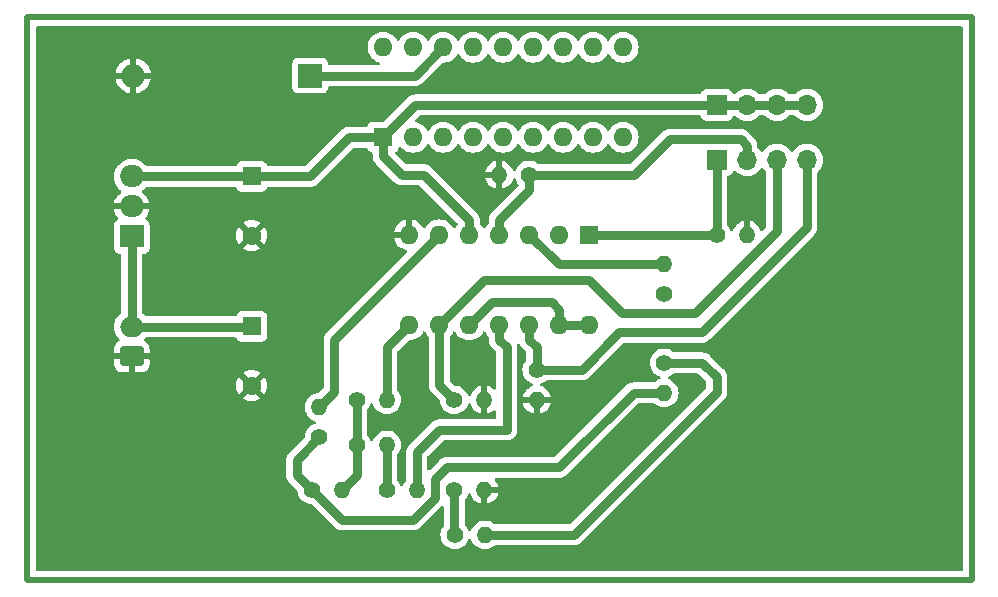
<source format=gbr>
%TF.GenerationSoftware,KiCad,Pcbnew,(6.0.2)*%
%TF.CreationDate,2022-03-17T17:29:19-05:00*%
%TF.ProjectId,alarm-PIC16F1619,616c6172-6d2d-4504-9943-313646313631,rev?*%
%TF.SameCoordinates,Original*%
%TF.FileFunction,Copper,L1,Top*%
%TF.FilePolarity,Positive*%
%FSLAX46Y46*%
G04 Gerber Fmt 4.6, Leading zero omitted, Abs format (unit mm)*
G04 Created by KiCad (PCBNEW (6.0.2)) date 2022-03-17 17:29:19*
%MOMM*%
%LPD*%
G01*
G04 APERTURE LIST*
G04 Aperture macros list*
%AMRoundRect*
0 Rectangle with rounded corners*
0 $1 Rounding radius*
0 $2 $3 $4 $5 $6 $7 $8 $9 X,Y pos of 4 corners*
0 Add a 4 corners polygon primitive as box body*
4,1,4,$2,$3,$4,$5,$6,$7,$8,$9,$2,$3,0*
0 Add four circle primitives for the rounded corners*
1,1,$1+$1,$2,$3*
1,1,$1+$1,$4,$5*
1,1,$1+$1,$6,$7*
1,1,$1+$1,$8,$9*
0 Add four rect primitives between the rounded corners*
20,1,$1+$1,$2,$3,$4,$5,0*
20,1,$1+$1,$4,$5,$6,$7,0*
20,1,$1+$1,$6,$7,$8,$9,0*
20,1,$1+$1,$8,$9,$2,$3,0*%
G04 Aperture macros list end*
%TA.AperFunction,NonConductor*%
%ADD10C,0.500000*%
%TD*%
%TA.AperFunction,ComponentPad*%
%ADD11R,1.700000X1.700000*%
%TD*%
%TA.AperFunction,ComponentPad*%
%ADD12O,1.700000X1.700000*%
%TD*%
%TA.AperFunction,ComponentPad*%
%ADD13R,1.600000X1.600000*%
%TD*%
%TA.AperFunction,ComponentPad*%
%ADD14O,1.600000X1.600000*%
%TD*%
%TA.AperFunction,ComponentPad*%
%ADD15C,1.400000*%
%TD*%
%TA.AperFunction,ComponentPad*%
%ADD16O,1.400000X1.400000*%
%TD*%
%TA.AperFunction,ComponentPad*%
%ADD17C,1.600000*%
%TD*%
%TA.AperFunction,ComponentPad*%
%ADD18O,2.000000X2.000000*%
%TD*%
%TA.AperFunction,ComponentPad*%
%ADD19R,2.000000X2.000000*%
%TD*%
%TA.AperFunction,ComponentPad*%
%ADD20R,2.000000X1.905000*%
%TD*%
%TA.AperFunction,ComponentPad*%
%ADD21O,2.000000X1.905000*%
%TD*%
%TA.AperFunction,ComponentPad*%
%ADD22RoundRect,0.250000X0.750000X-0.600000X0.750000X0.600000X-0.750000X0.600000X-0.750000X-0.600000X0*%
%TD*%
%TA.AperFunction,ComponentPad*%
%ADD23O,2.000000X1.700000*%
%TD*%
%TA.AperFunction,Conductor*%
%ADD24C,0.750000*%
%TD*%
G04 APERTURE END LIST*
D10*
X92710000Y-12700000D02*
X12700000Y-12700000D01*
X92710000Y-60325000D02*
X92710000Y-12700000D01*
X12700000Y-60325000D02*
X92710000Y-60325000D01*
X12700000Y-12700000D02*
X12700000Y-60325000D01*
D11*
%TO.P,DACInputs_+5v2,1,Pin_1*%
%TO.N,+5V*%
X71130000Y-20115000D03*
D12*
%TO.P,DACInputs_+5v2,2,Pin_2*%
X73670000Y-20115000D03*
%TO.P,DACInputs_+5v2,3,Pin_3*%
X76210000Y-20115000D03*
%TO.P,DACInputs_+5v2,4,Pin_4*%
X78750000Y-20115000D03*
%TD*%
D11*
%TO.P,DACInputs2,1,Pin_1*%
%TO.N,Net-(DACInputs2-Pad1)*%
X71130000Y-24765000D03*
D12*
%TO.P,DACInputs2,2,Pin_2*%
%TO.N,Net-(DACInputs2-Pad2)*%
X73670000Y-24765000D03*
%TO.P,DACInputs2,3,Pin_3*%
%TO.N,Net-(DACInputs2-Pad3)*%
X76210000Y-24765000D03*
%TO.P,DACInputs2,4,Pin_4*%
%TO.N,Net-(DACInputs2-Pad4)*%
X78750000Y-24765000D03*
%TD*%
D13*
%TO.P,U5,1*%
%TO.N,Net-(DACInputs2-Pad1)*%
X60325000Y-31115000D03*
D14*
%TO.P,U5,2*%
%TO.N,+5V*%
X57785000Y-31115000D03*
%TO.P,U5,3*%
%TO.N,Net-(U5-Pad3)*%
X55245000Y-31115000D03*
%TO.P,U5,4*%
%TO.N,Net-(DACInputs2-Pad2)*%
X52705000Y-31115000D03*
%TO.P,U5,5*%
%TO.N,+5V*%
X50165000Y-31115000D03*
%TO.P,U5,6*%
%TO.N,Net-(U5-Pad6)*%
X47625000Y-31115000D03*
%TO.P,U5,7,GND*%
%TO.N,GND*%
X45085000Y-31115000D03*
%TO.P,U5,8*%
%TO.N,Net-(U5-Pad8)*%
X45085000Y-38735000D03*
%TO.P,U5,9*%
%TO.N,Net-(DACInputs2-Pad3)*%
X47625000Y-38735000D03*
%TO.P,U5,10*%
%TO.N,+5V*%
X50165000Y-38735000D03*
%TO.P,U5,11*%
%TO.N,Net-(U5-Pad11)*%
X52705000Y-38735000D03*
%TO.P,U5,12*%
%TO.N,Net-(DACInputs2-Pad4)*%
X55245000Y-38735000D03*
%TO.P,U5,13*%
%TO.N,+5V*%
X57785000Y-38735000D03*
%TO.P,U5,14,VCC*%
X60325000Y-38735000D03*
%TD*%
D15*
%TO.P,r_pd_b11,1*%
%TO.N,Net-(DACInputs2-Pad4)*%
X55880000Y-42545000D03*
D16*
%TO.P,r_pd_b11,2*%
%TO.N,GND*%
X55880000Y-45085000D03*
%TD*%
D15*
%TO.P,r_pd_b10,1*%
%TO.N,Net-(DACInputs2-Pad3)*%
X48895000Y-45085000D03*
D16*
%TO.P,r_pd_b10,2*%
%TO.N,GND*%
X51435000Y-45085000D03*
%TD*%
%TO.P,r_pd_b9,2*%
%TO.N,GND*%
X52705000Y-26035000D03*
D15*
%TO.P,r_pd_b9,1*%
%TO.N,Net-(DACInputs2-Pad2)*%
X55245000Y-26035000D03*
%TD*%
%TO.P,r_pd_b8,1*%
%TO.N,Net-(DACInputs2-Pad1)*%
X71120000Y-31115000D03*
D16*
%TO.P,r_pd_b8,2*%
%TO.N,GND*%
X73660000Y-31115000D03*
%TD*%
D15*
%TO.P,r26,1*%
%TO.N,AN0*%
X43180000Y-52705000D03*
D16*
%TO.P,r26,2*%
%TO.N,Net-(U5-Pad11)*%
X45720000Y-52705000D03*
%TD*%
D15*
%TO.P,r25,1*%
%TO.N,Net-(r23-Pad2)*%
X40640000Y-48895000D03*
D16*
%TO.P,r25,2*%
%TO.N,AN0*%
X43180000Y-48895000D03*
%TD*%
D15*
%TO.P,r24,1*%
%TO.N,Net-(r23-Pad2)*%
X40640000Y-45085000D03*
D16*
%TO.P,r24,2*%
%TO.N,Net-(U5-Pad8)*%
X43180000Y-45085000D03*
%TD*%
D15*
%TO.P,r23,1*%
%TO.N,Net-(r21-Pad2)*%
X36830000Y-52705000D03*
D16*
%TO.P,r23,2*%
%TO.N,Net-(r23-Pad2)*%
X39370000Y-52705000D03*
%TD*%
D15*
%TO.P,r22,1*%
%TO.N,Net-(r21-Pad2)*%
X37465000Y-48260000D03*
D16*
%TO.P,r22,2*%
%TO.N,Net-(U5-Pad6)*%
X37465000Y-45720000D03*
%TD*%
D15*
%TO.P,r21,1*%
%TO.N,Net-(r19-Pad2)*%
X66675000Y-41960000D03*
D16*
%TO.P,r21,2*%
%TO.N,Net-(r21-Pad2)*%
X66675000Y-44500000D03*
%TD*%
D15*
%TO.P,r20,1*%
%TO.N,Net-(r19-Pad2)*%
X66675000Y-36145000D03*
D16*
%TO.P,r20,2*%
%TO.N,Net-(U5-Pad3)*%
X66675000Y-33605000D03*
%TD*%
D15*
%TO.P,r19,1*%
%TO.N,Net-(r18-Pad1)*%
X48945000Y-56515000D03*
D16*
%TO.P,r19,2*%
%TO.N,Net-(r19-Pad2)*%
X51485000Y-56515000D03*
%TD*%
D15*
%TO.P,r18,1*%
%TO.N,Net-(r18-Pad1)*%
X48895000Y-52705000D03*
D16*
%TO.P,r18,2*%
%TO.N,GND*%
X51435000Y-52705000D03*
%TD*%
D13*
%TO.P,U2,1,VDD*%
%TO.N,+5V*%
X42870000Y-22850000D03*
D14*
%TO.P,U2,2,RA5*%
%TO.N,unconnected-(U2-Pad2)*%
X45410000Y-22850000D03*
%TO.P,U2,3,RA4*%
%TO.N,unconnected-(U2-Pad3)*%
X47950000Y-22850000D03*
%TO.P,U2,4,RA3/~{MCLR}/VPP*%
%TO.N,unconnected-(U2-Pad4)*%
X50490000Y-22850000D03*
%TO.P,U2,5,RC5*%
%TO.N,unconnected-(U2-Pad5)*%
X53030000Y-22850000D03*
%TO.P,U2,6,RC4*%
%TO.N,unconnected-(U2-Pad6)*%
X55570000Y-22850000D03*
%TO.P,U2,7,RC3*%
%TO.N,unconnected-(U2-Pad7)*%
X58110000Y-22850000D03*
%TO.P,U2,8,RC6*%
%TO.N,unconnected-(U2-Pad8)*%
X60650000Y-22850000D03*
%TO.P,U2,9,RC7*%
%TO.N,unconnected-(U2-Pad9)*%
X63190000Y-22850000D03*
%TO.P,U2,10,RB7*%
%TO.N,unconnected-(U2-Pad10)*%
X63190000Y-15230000D03*
%TO.P,U2,11,RB6*%
%TO.N,unconnected-(U2-Pad11)*%
X60650000Y-15230000D03*
%TO.P,U2,12,RB5*%
%TO.N,unconnected-(U2-Pad12)*%
X58110000Y-15230000D03*
%TO.P,U2,13,RB4*%
%TO.N,unconnected-(U2-Pad13)*%
X55570000Y-15230000D03*
%TO.P,U2,14,RC2*%
%TO.N,unconnected-(U2-Pad14)*%
X53030000Y-15230000D03*
%TO.P,U2,15,RC1*%
%TO.N,unconnected-(U2-Pad15)*%
X50490000Y-15230000D03*
%TO.P,U2,16,RC0*%
%TO.N,Net-(LS1-Pad1)*%
X47950000Y-15230000D03*
%TO.P,U2,17,RA2*%
%TO.N,unconnected-(U2-Pad17)*%
X45410000Y-15230000D03*
%TO.P,U2,18,RA1/ICSPCLK*%
%TO.N,unconnected-(U2-Pad18)*%
X42870000Y-15230000D03*
%TD*%
D13*
%TO.P,RegIn1,1*%
%TO.N,Net-(RegIn1-Pad1)*%
X31750000Y-38872349D03*
D17*
%TO.P,RegIn1,2*%
%TO.N,GND*%
X31750000Y-43872349D03*
%TD*%
D18*
%TO.P,LS1,2,2*%
%TO.N,GND*%
X21710000Y-17632829D03*
D19*
%TO.P,LS1,1,1*%
%TO.N,Net-(LS1-Pad1)*%
X36710000Y-17632829D03*
%TD*%
D20*
%TO.P,U1,1,IN*%
%TO.N,Net-(RegIn1-Pad1)*%
X21590000Y-31252349D03*
D21*
%TO.P,U1,2,GND*%
%TO.N,GND*%
X21590000Y-28712349D03*
%TO.P,U1,3,OUT*%
%TO.N,+5V*%
X21590000Y-26172349D03*
%TD*%
D13*
%TO.P,RegOut1,1*%
%TO.N,+5V*%
X31750000Y-26172349D03*
D17*
%TO.P,RegOut1,2*%
%TO.N,GND*%
X31750000Y-31172349D03*
%TD*%
D22*
%TO.P,BattIn1,1,Pin_1*%
%TO.N,GND*%
X21590000Y-41412349D03*
D23*
%TO.P,BattIn1,2,Pin_2*%
%TO.N,Net-(RegIn1-Pad1)*%
X21590000Y-38912349D03*
%TD*%
D24*
%TO.N,Net-(U5-Pad6)*%
X38735000Y-40005000D02*
X47625000Y-31115000D01*
X37465000Y-45720000D02*
X38735000Y-44450000D01*
X38735000Y-44450000D02*
X38735000Y-40005000D01*
%TO.N,Net-(DACInputs2-Pad4)*%
X62865000Y-39370000D02*
X59690000Y-42545000D01*
X59690000Y-42545000D02*
X55880000Y-42545000D01*
X78750000Y-30470000D02*
X69850000Y-39370000D01*
X78750000Y-24765000D02*
X78750000Y-30470000D01*
X69850000Y-39370000D02*
X62865000Y-39370000D01*
%TO.N,Net-(DACInputs2-Pad2)*%
X67129511Y-23040489D02*
X64135000Y-26035000D01*
X64135000Y-26035000D02*
X55245000Y-26035000D01*
X73147570Y-23040489D02*
X67129511Y-23040489D01*
X73670000Y-23562919D02*
X73147570Y-23040489D01*
X73670000Y-24765000D02*
X73670000Y-23562919D01*
X55245000Y-27305000D02*
X52705000Y-29845000D01*
X52705000Y-29845000D02*
X52705000Y-31115000D01*
X55245000Y-26035000D02*
X55245000Y-27305000D01*
%TO.N,Net-(r21-Pad2)*%
X64085000Y-44500000D02*
X57785000Y-50800000D01*
X66675000Y-44500000D02*
X64085000Y-44500000D01*
%TO.N,Net-(r19-Pad2)*%
X69900000Y-41960000D02*
X66675000Y-41960000D01*
X71120000Y-43180000D02*
X69900000Y-41960000D01*
X71120000Y-44450000D02*
X71120000Y-43180000D01*
%TO.N,Net-(U5-Pad3)*%
X66675000Y-33605000D02*
X57735000Y-33605000D01*
X57735000Y-33605000D02*
X55245000Y-31115000D01*
%TO.N,Net-(DACInputs2-Pad1)*%
X71120000Y-31115000D02*
X60325000Y-31115000D01*
%TO.N,+5V*%
X52070000Y-36830000D02*
X50165000Y-38735000D01*
X57150000Y-36830000D02*
X52070000Y-36830000D01*
X57785000Y-37465000D02*
X57150000Y-36830000D01*
X57785000Y-38735000D02*
X57785000Y-37465000D01*
%TO.N,Net-(DACInputs2-Pad3)*%
X51435000Y-34925000D02*
X47625000Y-38735000D01*
X60325000Y-34925000D02*
X51435000Y-34925000D01*
X63119511Y-37719511D02*
X60325000Y-34925000D01*
X69282185Y-37719511D02*
X63119511Y-37719511D01*
X76210000Y-30791696D02*
X69282185Y-37719511D01*
X76210000Y-24765000D02*
X76210000Y-30791696D01*
%TO.N,+5V*%
X45605000Y-20115000D02*
X42870000Y-22850000D01*
X71130000Y-20115000D02*
X45605000Y-20115000D01*
%TO.N,Net-(DACInputs2-Pad1)*%
X71120000Y-24775000D02*
X71130000Y-24765000D01*
X71120000Y-31115000D02*
X71120000Y-24775000D01*
%TO.N,Net-(U5-Pad11)*%
X52705000Y-40005000D02*
X52705000Y-38735000D01*
X53340000Y-40640000D02*
X52705000Y-40005000D01*
X45720000Y-49530000D02*
X47625000Y-47625000D01*
X45720000Y-52705000D02*
X45720000Y-49530000D01*
X47625000Y-47625000D02*
X53340000Y-47625000D01*
X53340000Y-47625000D02*
X53340000Y-40640000D01*
%TO.N,Net-(r21-Pad2)*%
X39370000Y-55245000D02*
X36830000Y-52705000D01*
X45406696Y-55245000D02*
X39370000Y-55245000D01*
X47294511Y-53357185D02*
X45406696Y-55245000D01*
X47294511Y-51765489D02*
X47294511Y-53357185D01*
X48260000Y-50800000D02*
X47294511Y-51765489D01*
X57785000Y-50800000D02*
X48260000Y-50800000D01*
%TO.N,Net-(U5-Pad8)*%
X43180000Y-40640000D02*
X45085000Y-38735000D01*
X43180000Y-45085000D02*
X43180000Y-40640000D01*
%TO.N,AN0*%
X43180000Y-48895000D02*
X43180000Y-52705000D01*
%TO.N,Net-(r23-Pad2)*%
X40640000Y-48895000D02*
X40640000Y-45085000D01*
X40640000Y-51435000D02*
X40640000Y-48895000D01*
X39370000Y-52705000D02*
X40640000Y-51435000D01*
%TO.N,Net-(r21-Pad2)*%
X35560000Y-51435000D02*
X36830000Y-52705000D01*
X35560000Y-50165000D02*
X35560000Y-51435000D01*
X37465000Y-48260000D02*
X35560000Y-50165000D01*
%TO.N,Net-(r19-Pad2)*%
X59055000Y-56515000D02*
X71120000Y-44450000D01*
X51485000Y-56515000D02*
X59055000Y-56515000D01*
%TO.N,Net-(r18-Pad1)*%
X48895000Y-56465000D02*
X48945000Y-56515000D01*
X48895000Y-52705000D02*
X48895000Y-56465000D01*
%TO.N,+5V*%
X60325000Y-38735000D02*
X57785000Y-38735000D01*
X76210000Y-20115000D02*
X78750000Y-20115000D01*
X73670000Y-20115000D02*
X76210000Y-20115000D01*
X71130000Y-20115000D02*
X73670000Y-20115000D01*
%TO.N,Net-(DACInputs2-Pad3)*%
X47625000Y-43815000D02*
X47625000Y-38735000D01*
X48895000Y-45085000D02*
X47625000Y-43815000D01*
%TO.N,Net-(DACInputs2-Pad4)*%
X55245000Y-40005000D02*
X55245000Y-38735000D01*
X55880000Y-40640000D02*
X55245000Y-40005000D01*
X55880000Y-42545000D02*
X55880000Y-40640000D01*
%TO.N,+5V*%
X42870000Y-24455000D02*
X42870000Y-22850000D01*
X44450000Y-26035000D02*
X42870000Y-24455000D01*
X46355000Y-26035000D02*
X44450000Y-26035000D01*
X50165000Y-31115000D02*
X50165000Y-29845000D01*
X50165000Y-29845000D02*
X46355000Y-26035000D01*
X40005000Y-22860000D02*
X40015000Y-22850000D01*
X36692651Y-26172349D02*
X40015000Y-22850000D01*
%TO.N,Net-(RegIn1-Pad1)*%
X31710000Y-38912349D02*
X31750000Y-38872349D01*
X21590000Y-38912349D02*
X31710000Y-38912349D01*
%TO.N,Net-(LS1-Pad1)*%
X36710000Y-17632829D02*
X45547171Y-17632829D01*
X45547171Y-17632829D02*
X47950000Y-15230000D01*
%TO.N,+5V*%
X31750000Y-26172349D02*
X36692651Y-26172349D01*
X40015000Y-22850000D02*
X42870000Y-22850000D01*
X31750000Y-26172349D02*
X21590000Y-26172349D01*
%TO.N,Net-(RegIn1-Pad1)*%
X21590000Y-31252349D02*
X21590000Y-38912349D01*
%TD*%
%TA.AperFunction,Conductor*%
%TO.N,GND*%
G36*
X91894121Y-13478002D02*
G01*
X91940614Y-13531658D01*
X91952000Y-13584000D01*
X91952000Y-59441000D01*
X91931998Y-59509121D01*
X91878342Y-59555614D01*
X91826000Y-59567000D01*
X13584000Y-59567000D01*
X13515879Y-59546998D01*
X13469386Y-59493342D01*
X13458000Y-59441000D01*
X13458000Y-44958411D01*
X31028493Y-44958411D01*
X31037789Y-44970426D01*
X31088994Y-45006280D01*
X31098489Y-45011763D01*
X31295947Y-45103839D01*
X31306239Y-45107585D01*
X31516688Y-45163974D01*
X31527481Y-45165877D01*
X31744525Y-45184866D01*
X31755475Y-45184866D01*
X31972519Y-45165877D01*
X31983312Y-45163974D01*
X32193761Y-45107585D01*
X32204053Y-45103839D01*
X32401511Y-45011763D01*
X32411006Y-45006280D01*
X32463048Y-44969840D01*
X32471424Y-44959361D01*
X32464356Y-44945915D01*
X31762812Y-44244371D01*
X31748868Y-44236757D01*
X31747035Y-44236888D01*
X31740420Y-44241139D01*
X31034923Y-44946636D01*
X31028493Y-44958411D01*
X13458000Y-44958411D01*
X13458000Y-43877824D01*
X30437483Y-43877824D01*
X30456472Y-44094868D01*
X30458375Y-44105661D01*
X30514764Y-44316110D01*
X30518510Y-44326402D01*
X30610586Y-44523860D01*
X30616069Y-44533355D01*
X30652509Y-44585397D01*
X30662988Y-44593773D01*
X30676434Y-44586705D01*
X31377978Y-43885161D01*
X31384356Y-43873481D01*
X32114408Y-43873481D01*
X32114539Y-43875314D01*
X32118790Y-43881929D01*
X32824287Y-44587426D01*
X32836062Y-44593856D01*
X32848077Y-44584560D01*
X32883931Y-44533355D01*
X32889414Y-44523860D01*
X32981490Y-44326402D01*
X32985236Y-44316110D01*
X33041625Y-44105661D01*
X33043528Y-44094868D01*
X33062517Y-43877824D01*
X33062517Y-43866874D01*
X33043528Y-43649830D01*
X33041625Y-43639037D01*
X32985236Y-43428588D01*
X32981490Y-43418296D01*
X32889414Y-43220838D01*
X32883931Y-43211343D01*
X32847491Y-43159301D01*
X32837012Y-43150925D01*
X32823566Y-43157993D01*
X32122022Y-43859537D01*
X32114408Y-43873481D01*
X31384356Y-43873481D01*
X31385592Y-43871217D01*
X31385461Y-43869384D01*
X31381210Y-43862769D01*
X30675713Y-43157272D01*
X30663938Y-43150842D01*
X30651923Y-43160138D01*
X30616069Y-43211343D01*
X30610586Y-43220838D01*
X30518510Y-43418296D01*
X30514764Y-43428588D01*
X30458375Y-43639037D01*
X30456472Y-43649830D01*
X30437483Y-43866874D01*
X30437483Y-43877824D01*
X13458000Y-43877824D01*
X13458000Y-42785337D01*
X31028576Y-42785337D01*
X31035644Y-42798783D01*
X31737188Y-43500327D01*
X31751132Y-43507941D01*
X31752965Y-43507810D01*
X31759580Y-43503559D01*
X32465077Y-42798062D01*
X32471507Y-42786287D01*
X32462211Y-42774272D01*
X32411006Y-42738418D01*
X32401511Y-42732935D01*
X32204053Y-42640859D01*
X32193761Y-42637113D01*
X31983312Y-42580724D01*
X31972519Y-42578821D01*
X31755475Y-42559832D01*
X31744525Y-42559832D01*
X31527481Y-42578821D01*
X31516688Y-42580724D01*
X31306239Y-42637113D01*
X31295947Y-42640859D01*
X31098489Y-42732935D01*
X31088994Y-42738418D01*
X31036952Y-42774858D01*
X31028576Y-42785337D01*
X13458000Y-42785337D01*
X13458000Y-42059444D01*
X20082001Y-42059444D01*
X20082338Y-42065963D01*
X20092257Y-42161555D01*
X20095149Y-42174949D01*
X20146588Y-42329133D01*
X20152761Y-42342311D01*
X20238063Y-42480156D01*
X20247099Y-42491557D01*
X20361829Y-42606088D01*
X20373240Y-42615100D01*
X20511243Y-42700165D01*
X20524424Y-42706312D01*
X20678710Y-42757487D01*
X20692086Y-42760354D01*
X20786438Y-42770021D01*
X20792854Y-42770349D01*
X21317885Y-42770349D01*
X21333124Y-42765874D01*
X21334329Y-42764484D01*
X21336000Y-42756801D01*
X21336000Y-42752233D01*
X21844000Y-42752233D01*
X21848475Y-42767472D01*
X21849865Y-42768677D01*
X21857548Y-42770348D01*
X22387095Y-42770348D01*
X22393614Y-42770011D01*
X22489206Y-42760092D01*
X22502600Y-42757200D01*
X22656784Y-42705761D01*
X22669962Y-42699588D01*
X22807807Y-42614286D01*
X22819208Y-42605250D01*
X22933739Y-42490520D01*
X22942751Y-42479109D01*
X23027816Y-42341106D01*
X23033963Y-42327925D01*
X23085138Y-42173639D01*
X23088005Y-42160263D01*
X23097672Y-42065911D01*
X23098000Y-42059495D01*
X23098000Y-41684464D01*
X23093525Y-41669225D01*
X23092135Y-41668020D01*
X23084452Y-41666349D01*
X21862115Y-41666349D01*
X21846876Y-41670824D01*
X21845671Y-41672214D01*
X21844000Y-41679897D01*
X21844000Y-42752233D01*
X21336000Y-42752233D01*
X21336000Y-41684464D01*
X21331525Y-41669225D01*
X21330135Y-41668020D01*
X21322452Y-41666349D01*
X20100116Y-41666349D01*
X20084877Y-41670824D01*
X20083672Y-41672214D01*
X20082001Y-41679897D01*
X20082001Y-42059444D01*
X13458000Y-42059444D01*
X13458000Y-38848123D01*
X20078102Y-38848123D01*
X20086751Y-39078507D01*
X20134093Y-39304140D01*
X20136051Y-39309099D01*
X20136052Y-39309101D01*
X20212641Y-39503034D01*
X20218776Y-39518570D01*
X20221543Y-39523129D01*
X20221544Y-39523132D01*
X20279415Y-39618500D01*
X20338377Y-39715666D01*
X20341874Y-39719696D01*
X20474577Y-39872623D01*
X20489477Y-39889794D01*
X20493608Y-39893181D01*
X20525529Y-39919355D01*
X20565524Y-39978015D01*
X20567455Y-40048985D01*
X20530710Y-40109733D01*
X20511941Y-40123933D01*
X20372193Y-40210412D01*
X20360792Y-40219448D01*
X20246262Y-40334177D01*
X20237249Y-40345589D01*
X20152184Y-40483592D01*
X20146037Y-40496773D01*
X20094862Y-40651059D01*
X20091995Y-40664435D01*
X20082328Y-40758787D01*
X20082000Y-40765204D01*
X20082000Y-41140234D01*
X20086475Y-41155473D01*
X20087865Y-41156678D01*
X20095548Y-41158349D01*
X23079884Y-41158349D01*
X23095123Y-41153874D01*
X23096328Y-41152484D01*
X23097999Y-41144801D01*
X23097999Y-40765254D01*
X23097662Y-40758735D01*
X23087743Y-40663143D01*
X23084851Y-40649749D01*
X23033412Y-40495565D01*
X23027239Y-40482387D01*
X22941937Y-40344542D01*
X22932901Y-40333141D01*
X22818171Y-40218610D01*
X22806757Y-40209596D01*
X22667287Y-40123626D01*
X22619793Y-40070854D01*
X22608369Y-40000783D01*
X22636643Y-39935659D01*
X22646431Y-39925196D01*
X22745511Y-39830679D01*
X22808607Y-39798132D01*
X22832482Y-39795849D01*
X30365870Y-39795849D01*
X30433991Y-39815851D01*
X30480484Y-39869507D01*
X30483852Y-39877620D01*
X30489686Y-39893181D01*
X30499385Y-39919054D01*
X30586739Y-40035610D01*
X30703295Y-40122964D01*
X30839684Y-40174094D01*
X30901866Y-40180849D01*
X32598134Y-40180849D01*
X32660316Y-40174094D01*
X32796705Y-40122964D01*
X32913261Y-40035610D01*
X33000615Y-39919054D01*
X33051745Y-39782665D01*
X33058500Y-39720483D01*
X33058500Y-38024215D01*
X33051745Y-37962033D01*
X33000615Y-37825644D01*
X32913261Y-37709088D01*
X32796705Y-37621734D01*
X32660316Y-37570604D01*
X32598134Y-37563849D01*
X30901866Y-37563849D01*
X30839684Y-37570604D01*
X30703295Y-37621734D01*
X30586739Y-37709088D01*
X30499385Y-37825644D01*
X30474997Y-37890700D01*
X30453861Y-37947079D01*
X30411219Y-38003843D01*
X30344658Y-38028543D01*
X30335879Y-38028849D01*
X22829532Y-38028849D01*
X22761411Y-38008847D01*
X22734366Y-37985429D01*
X22694023Y-37938937D01*
X22694021Y-37938935D01*
X22690523Y-37934904D01*
X22519609Y-37794763D01*
X22479614Y-37736103D01*
X22473500Y-37697329D01*
X22473500Y-32839349D01*
X22493502Y-32771228D01*
X22547158Y-32724735D01*
X22599500Y-32713349D01*
X22638134Y-32713349D01*
X22700316Y-32706594D01*
X22836705Y-32655464D01*
X22953261Y-32568110D01*
X23040615Y-32451554D01*
X23091745Y-32315165D01*
X23092711Y-32306280D01*
X23097910Y-32258411D01*
X31028493Y-32258411D01*
X31037789Y-32270426D01*
X31088994Y-32306280D01*
X31098489Y-32311763D01*
X31295947Y-32403839D01*
X31306239Y-32407585D01*
X31516688Y-32463974D01*
X31527481Y-32465877D01*
X31744525Y-32484866D01*
X31755475Y-32484866D01*
X31972519Y-32465877D01*
X31983312Y-32463974D01*
X32193761Y-32407585D01*
X32204053Y-32403839D01*
X32401511Y-32311763D01*
X32411006Y-32306280D01*
X32463048Y-32269840D01*
X32471424Y-32259361D01*
X32464356Y-32245915D01*
X31762812Y-31544371D01*
X31748868Y-31536757D01*
X31747035Y-31536888D01*
X31740420Y-31541139D01*
X31034923Y-32246636D01*
X31028493Y-32258411D01*
X23097910Y-32258411D01*
X23098131Y-32256380D01*
X23098131Y-32256379D01*
X23098500Y-32252983D01*
X23098500Y-31177824D01*
X30437483Y-31177824D01*
X30456472Y-31394868D01*
X30458375Y-31405661D01*
X30514764Y-31616110D01*
X30518510Y-31626402D01*
X30610586Y-31823860D01*
X30616069Y-31833355D01*
X30652509Y-31885397D01*
X30662988Y-31893773D01*
X30676434Y-31886705D01*
X31377978Y-31185161D01*
X31384356Y-31173481D01*
X32114408Y-31173481D01*
X32114539Y-31175314D01*
X32118790Y-31181929D01*
X32824287Y-31887426D01*
X32836062Y-31893856D01*
X32848077Y-31884560D01*
X32883931Y-31833355D01*
X32889414Y-31823860D01*
X32981490Y-31626402D01*
X32985236Y-31616110D01*
X33041625Y-31405661D01*
X33043528Y-31394868D01*
X33062517Y-31177824D01*
X33062517Y-31166874D01*
X33043528Y-30949830D01*
X33041625Y-30939037D01*
X33016027Y-30843503D01*
X43803606Y-30843503D01*
X43803942Y-30857599D01*
X43811884Y-30861000D01*
X44812885Y-30861000D01*
X44828124Y-30856525D01*
X44829329Y-30855135D01*
X44831000Y-30847452D01*
X44831000Y-29847033D01*
X44827027Y-29833502D01*
X44818478Y-29832273D01*
X44641239Y-29879764D01*
X44630947Y-29883510D01*
X44433489Y-29975586D01*
X44423993Y-29981069D01*
X44245533Y-30106028D01*
X44237125Y-30113084D01*
X44083084Y-30267125D01*
X44076028Y-30275533D01*
X43951069Y-30453993D01*
X43945586Y-30463489D01*
X43853510Y-30660947D01*
X43849764Y-30671239D01*
X43803606Y-30843503D01*
X33016027Y-30843503D01*
X32985236Y-30728588D01*
X32981490Y-30718296D01*
X32889414Y-30520838D01*
X32883931Y-30511343D01*
X32847491Y-30459301D01*
X32837012Y-30450925D01*
X32823566Y-30457993D01*
X32122022Y-31159537D01*
X32114408Y-31173481D01*
X31384356Y-31173481D01*
X31385592Y-31171217D01*
X31385461Y-31169384D01*
X31381210Y-31162769D01*
X30675713Y-30457272D01*
X30663938Y-30450842D01*
X30651923Y-30460138D01*
X30616069Y-30511343D01*
X30610586Y-30520838D01*
X30518510Y-30718296D01*
X30514764Y-30728588D01*
X30458375Y-30939037D01*
X30456472Y-30949830D01*
X30437483Y-31166874D01*
X30437483Y-31177824D01*
X23098500Y-31177824D01*
X23098500Y-30251715D01*
X23091745Y-30189533D01*
X23052684Y-30085337D01*
X31028576Y-30085337D01*
X31035644Y-30098783D01*
X31737188Y-30800327D01*
X31751132Y-30807941D01*
X31752965Y-30807810D01*
X31759580Y-30803559D01*
X32465077Y-30098062D01*
X32471507Y-30086287D01*
X32462211Y-30074272D01*
X32411006Y-30038418D01*
X32401511Y-30032935D01*
X32204053Y-29940859D01*
X32193761Y-29937113D01*
X31983312Y-29880724D01*
X31972519Y-29878821D01*
X31755475Y-29859832D01*
X31744525Y-29859832D01*
X31527481Y-29878821D01*
X31516688Y-29880724D01*
X31306239Y-29937113D01*
X31295947Y-29940859D01*
X31098489Y-30032935D01*
X31088994Y-30038418D01*
X31036952Y-30074858D01*
X31028576Y-30085337D01*
X23052684Y-30085337D01*
X23040615Y-30053144D01*
X22953261Y-29936588D01*
X22836705Y-29849234D01*
X22816317Y-29841591D01*
X22759553Y-29798948D01*
X22734854Y-29732387D01*
X22750062Y-29663038D01*
X22761666Y-29645517D01*
X22854945Y-29527405D01*
X22860650Y-29518818D01*
X22971714Y-29317627D01*
X22975944Y-29308215D01*
X23052659Y-29091581D01*
X23055293Y-29081610D01*
X23072647Y-28984186D01*
X23071187Y-28970889D01*
X23056630Y-28966349D01*
X20121904Y-28966349D01*
X20108560Y-28970267D01*
X20106573Y-28984543D01*
X20116110Y-29046864D01*
X20118499Y-29056892D01*
X20189898Y-29275337D01*
X20193895Y-29284846D01*
X20300011Y-29488693D01*
X20305500Y-29497410D01*
X20418902Y-29648448D01*
X20443807Y-29714933D01*
X20428814Y-29784329D01*
X20378684Y-29834602D01*
X20362375Y-29842081D01*
X20343295Y-29849234D01*
X20226739Y-29936588D01*
X20139385Y-30053144D01*
X20088255Y-30189533D01*
X20081500Y-30251715D01*
X20081500Y-32252983D01*
X20081869Y-32256379D01*
X20081869Y-32256380D01*
X20087290Y-32306280D01*
X20088255Y-32315165D01*
X20139385Y-32451554D01*
X20226739Y-32568110D01*
X20343295Y-32655464D01*
X20479684Y-32706594D01*
X20541866Y-32713349D01*
X20580500Y-32713349D01*
X20648621Y-32733351D01*
X20695114Y-32787007D01*
X20706500Y-32839349D01*
X20706500Y-37701384D01*
X20686498Y-37769505D01*
X20650867Y-37805904D01*
X20585681Y-37849790D01*
X20418865Y-38008925D01*
X20281246Y-38193891D01*
X20176760Y-38399400D01*
X20175178Y-38404494D01*
X20175177Y-38404497D01*
X20145198Y-38501046D01*
X20108393Y-38619576D01*
X20107692Y-38624865D01*
X20079784Y-38835436D01*
X20078102Y-38848123D01*
X13458000Y-38848123D01*
X13458000Y-26274612D01*
X20080064Y-26274612D01*
X20116404Y-26512093D01*
X20146295Y-26603546D01*
X20189434Y-26735532D01*
X20189437Y-26735538D01*
X20191042Y-26740450D01*
X20193429Y-26745036D01*
X20193431Y-26745040D01*
X20283820Y-26918673D01*
X20301975Y-26953549D01*
X20305085Y-26957691D01*
X20414755Y-27103757D01*
X20446223Y-27145669D01*
X20619912Y-27311650D01*
X20657351Y-27337189D01*
X20702352Y-27392100D01*
X20710523Y-27462624D01*
X20679269Y-27526371D01*
X20654790Y-27547065D01*
X20652674Y-27548434D01*
X20644502Y-27554727D01*
X20474520Y-27709399D01*
X20467494Y-27716932D01*
X20325055Y-27897293D01*
X20319350Y-27905880D01*
X20208286Y-28107071D01*
X20204056Y-28116483D01*
X20127341Y-28333117D01*
X20124707Y-28343088D01*
X20107353Y-28440512D01*
X20108813Y-28453809D01*
X20123370Y-28458349D01*
X23058096Y-28458349D01*
X23071440Y-28454431D01*
X23073427Y-28440155D01*
X23063890Y-28377834D01*
X23061501Y-28367806D01*
X22990102Y-28149361D01*
X22986105Y-28139852D01*
X22879989Y-27936005D01*
X22874495Y-27927280D01*
X22736507Y-27743497D01*
X22729664Y-27735790D01*
X22563509Y-27577010D01*
X22555502Y-27570526D01*
X22522644Y-27548112D01*
X22477641Y-27493201D01*
X22469468Y-27422677D01*
X22500722Y-27358929D01*
X22525204Y-27338233D01*
X22527635Y-27336660D01*
X22531977Y-27333851D01*
X22709670Y-27172163D01*
X22712869Y-27168112D01*
X22712873Y-27168108D01*
X22763694Y-27103757D01*
X22821611Y-27062694D01*
X22862576Y-27055849D01*
X30350874Y-27055849D01*
X30418995Y-27075851D01*
X30465488Y-27129507D01*
X30468856Y-27137619D01*
X30499385Y-27219054D01*
X30586739Y-27335610D01*
X30703295Y-27422964D01*
X30839684Y-27474094D01*
X30901866Y-27480849D01*
X32598134Y-27480849D01*
X32660316Y-27474094D01*
X32796705Y-27422964D01*
X32913261Y-27335610D01*
X33000615Y-27219054D01*
X33031144Y-27137619D01*
X33073786Y-27080855D01*
X33140348Y-27056155D01*
X33149126Y-27055849D01*
X36613194Y-27055849D01*
X36632906Y-27057400D01*
X36646158Y-27059499D01*
X36652745Y-27059154D01*
X36652749Y-27059154D01*
X36712501Y-27056022D01*
X36719096Y-27055849D01*
X36738957Y-27055849D01*
X36758720Y-27053772D01*
X36765279Y-27053256D01*
X36781078Y-27052428D01*
X36825028Y-27050125D01*
X36825032Y-27050124D01*
X36831622Y-27049779D01*
X36844580Y-27046307D01*
X36864023Y-27042704D01*
X36864446Y-27042660D01*
X36877353Y-27041303D01*
X36940545Y-27020771D01*
X36946847Y-27018905D01*
X37004636Y-27003420D01*
X37011014Y-27001711D01*
X37016893Y-26998715D01*
X37016902Y-26998712D01*
X37022968Y-26995621D01*
X37041230Y-26988057D01*
X37047694Y-26985957D01*
X37047702Y-26985954D01*
X37053982Y-26983913D01*
X37059701Y-26980611D01*
X37059706Y-26980609D01*
X37111518Y-26950695D01*
X37117288Y-26947562D01*
X37176490Y-26917396D01*
X37186910Y-26908958D01*
X37203203Y-26897760D01*
X37203554Y-26897558D01*
X37214820Y-26891053D01*
X37219726Y-26886636D01*
X37219731Y-26886632D01*
X37264189Y-26846602D01*
X37269205Y-26842318D01*
X37282060Y-26831908D01*
X37282063Y-26831905D01*
X37284637Y-26829821D01*
X37298682Y-26815776D01*
X37303467Y-26811235D01*
X37347925Y-26771205D01*
X37347926Y-26771204D01*
X37352836Y-26766783D01*
X37360726Y-26755923D01*
X37373563Y-26740895D01*
X40344053Y-23770405D01*
X40406365Y-23736379D01*
X40433148Y-23733500D01*
X41470874Y-23733500D01*
X41538995Y-23753502D01*
X41585488Y-23807158D01*
X41588856Y-23815270D01*
X41605384Y-23859357D01*
X41619385Y-23896705D01*
X41706739Y-24013261D01*
X41823295Y-24100615D01*
X41831703Y-24103767D01*
X41904730Y-24131144D01*
X41961494Y-24173786D01*
X41986194Y-24240348D01*
X41986500Y-24249126D01*
X41986500Y-24375543D01*
X41984949Y-24395255D01*
X41982850Y-24408507D01*
X41983195Y-24415094D01*
X41983195Y-24415098D01*
X41986327Y-24474850D01*
X41986500Y-24481445D01*
X41986500Y-24501306D01*
X41986844Y-24504577D01*
X41988576Y-24521059D01*
X41989093Y-24527628D01*
X41992570Y-24593971D01*
X41996042Y-24606929D01*
X41999645Y-24626372D01*
X42001046Y-24639702D01*
X42021578Y-24702894D01*
X42023444Y-24709196D01*
X42040638Y-24773363D01*
X42043634Y-24779242D01*
X42043637Y-24779251D01*
X42046728Y-24785317D01*
X42054292Y-24803579D01*
X42056392Y-24810043D01*
X42056395Y-24810051D01*
X42058436Y-24816331D01*
X42061738Y-24822050D01*
X42061740Y-24822055D01*
X42091654Y-24873867D01*
X42094787Y-24879637D01*
X42124953Y-24938839D01*
X42129109Y-24943971D01*
X42133391Y-24949259D01*
X42144589Y-24965552D01*
X42151296Y-24977169D01*
X42155713Y-24982075D01*
X42155717Y-24982080D01*
X42195747Y-25026538D01*
X42200031Y-25031554D01*
X42210441Y-25044409D01*
X42212528Y-25046986D01*
X42226573Y-25061031D01*
X42231114Y-25065816D01*
X42275566Y-25115185D01*
X42286426Y-25123075D01*
X42301454Y-25135912D01*
X43769088Y-26603546D01*
X43781925Y-26618574D01*
X43789815Y-26629434D01*
X43794725Y-26633855D01*
X43794726Y-26633856D01*
X43839184Y-26673886D01*
X43843969Y-26678427D01*
X43858014Y-26692472D01*
X43873458Y-26704979D01*
X43878464Y-26709255D01*
X43922919Y-26749282D01*
X43922923Y-26749285D01*
X43927831Y-26753704D01*
X43939451Y-26760413D01*
X43955737Y-26771607D01*
X43956964Y-26772601D01*
X43966160Y-26780047D01*
X44025351Y-26810206D01*
X44031135Y-26813347D01*
X44082951Y-26843263D01*
X44082953Y-26843264D01*
X44088669Y-26846564D01*
X44094945Y-26848603D01*
X44094949Y-26848605D01*
X44101421Y-26850708D01*
X44119683Y-26858272D01*
X44125752Y-26861364D01*
X44125756Y-26861366D01*
X44131637Y-26864362D01*
X44138008Y-26866069D01*
X44138013Y-26866071D01*
X44195803Y-26881555D01*
X44202122Y-26883427D01*
X44265298Y-26903954D01*
X44271869Y-26904645D01*
X44271870Y-26904645D01*
X44278635Y-26905356D01*
X44298069Y-26908958D01*
X44304639Y-26910718D01*
X44304646Y-26910719D01*
X44311028Y-26912429D01*
X44317626Y-26912775D01*
X44317627Y-26912775D01*
X44377346Y-26915905D01*
X44383922Y-26916422D01*
X44403694Y-26918500D01*
X44423574Y-26918500D01*
X44430168Y-26918673D01*
X44489901Y-26921804D01*
X44489906Y-26921804D01*
X44496493Y-26922149D01*
X44509740Y-26920051D01*
X44529450Y-26918500D01*
X45936852Y-26918500D01*
X46004973Y-26938502D01*
X46025947Y-26955405D01*
X49160927Y-30090385D01*
X49194953Y-30152697D01*
X49189888Y-30223512D01*
X49165278Y-30261805D01*
X49166226Y-30262600D01*
X49162699Y-30266803D01*
X49158802Y-30270700D01*
X49027477Y-30458251D01*
X49025154Y-30463233D01*
X49025151Y-30463238D01*
X49009195Y-30497457D01*
X48962278Y-30550742D01*
X48894001Y-30570203D01*
X48826041Y-30549661D01*
X48780805Y-30497457D01*
X48764849Y-30463238D01*
X48764846Y-30463233D01*
X48762523Y-30458251D01*
X48631198Y-30270700D01*
X48469300Y-30108802D01*
X48464792Y-30105645D01*
X48464789Y-30105643D01*
X48379550Y-30045958D01*
X48281749Y-29977477D01*
X48276767Y-29975154D01*
X48276762Y-29975151D01*
X48079225Y-29883039D01*
X48079224Y-29883039D01*
X48074243Y-29880716D01*
X48068935Y-29879294D01*
X48068933Y-29879293D01*
X47858402Y-29822881D01*
X47858400Y-29822881D01*
X47853087Y-29821457D01*
X47625000Y-29801502D01*
X47396913Y-29821457D01*
X47391600Y-29822881D01*
X47391598Y-29822881D01*
X47181067Y-29879293D01*
X47181065Y-29879294D01*
X47175757Y-29880716D01*
X47170776Y-29883039D01*
X47170775Y-29883039D01*
X46973238Y-29975151D01*
X46973233Y-29975154D01*
X46968251Y-29977477D01*
X46870450Y-30045958D01*
X46785211Y-30105643D01*
X46785208Y-30105645D01*
X46780700Y-30108802D01*
X46618802Y-30270700D01*
X46487477Y-30458251D01*
X46485154Y-30463233D01*
X46485151Y-30463238D01*
X46468919Y-30498049D01*
X46422002Y-30551334D01*
X46353725Y-30570795D01*
X46285765Y-30550253D01*
X46240529Y-30498049D01*
X46224414Y-30463489D01*
X46218931Y-30453993D01*
X46093972Y-30275533D01*
X46086916Y-30267125D01*
X45932875Y-30113084D01*
X45924467Y-30106028D01*
X45746007Y-29981069D01*
X45736511Y-29975586D01*
X45539053Y-29883510D01*
X45528761Y-29879764D01*
X45356497Y-29833606D01*
X45342401Y-29833942D01*
X45339000Y-29841884D01*
X45339000Y-31243000D01*
X45318998Y-31311121D01*
X45265342Y-31357614D01*
X45213000Y-31369000D01*
X43817033Y-31369000D01*
X43803502Y-31372973D01*
X43802273Y-31381522D01*
X43849764Y-31558761D01*
X43853510Y-31569053D01*
X43945586Y-31766511D01*
X43951069Y-31776007D01*
X44076028Y-31954467D01*
X44083084Y-31962875D01*
X44237125Y-32116916D01*
X44245533Y-32123972D01*
X44423993Y-32248931D01*
X44433489Y-32254414D01*
X44630947Y-32346490D01*
X44641239Y-32350236D01*
X44824040Y-32399217D01*
X44884663Y-32436169D01*
X44915684Y-32500029D01*
X44907256Y-32570524D01*
X44880524Y-32610018D01*
X38166454Y-39324088D01*
X38151426Y-39336925D01*
X38140566Y-39344815D01*
X38136145Y-39349725D01*
X38136144Y-39349726D01*
X38096114Y-39394184D01*
X38091573Y-39398969D01*
X38077528Y-39413014D01*
X38075444Y-39415588D01*
X38075441Y-39415591D01*
X38065031Y-39428446D01*
X38060747Y-39433462D01*
X38020717Y-39477920D01*
X38020713Y-39477925D01*
X38016296Y-39482831D01*
X38009791Y-39494097D01*
X38009589Y-39494448D01*
X37998391Y-39510741D01*
X37989953Y-39521161D01*
X37959787Y-39580363D01*
X37956654Y-39586133D01*
X37926740Y-39637945D01*
X37926738Y-39637950D01*
X37923436Y-39643669D01*
X37921395Y-39649949D01*
X37921392Y-39649957D01*
X37919292Y-39656421D01*
X37911728Y-39674683D01*
X37908637Y-39680749D01*
X37908634Y-39680758D01*
X37905638Y-39686637D01*
X37903929Y-39693015D01*
X37888444Y-39750804D01*
X37886578Y-39757106D01*
X37866046Y-39820298D01*
X37865356Y-39826866D01*
X37864645Y-39833628D01*
X37861042Y-39853071D01*
X37857570Y-39866029D01*
X37857225Y-39872619D01*
X37857224Y-39872623D01*
X37854093Y-39932367D01*
X37853577Y-39938931D01*
X37851500Y-39958694D01*
X37851500Y-39978555D01*
X37851327Y-39985150D01*
X37848891Y-40031634D01*
X37847850Y-40051493D01*
X37849949Y-40064744D01*
X37851500Y-40084456D01*
X37851500Y-44031852D01*
X37831498Y-44099973D01*
X37814595Y-44120947D01*
X37457603Y-44477939D01*
X37395291Y-44511965D01*
X37379491Y-44514365D01*
X37254345Y-44525314D01*
X37249032Y-44526738D01*
X37249030Y-44526738D01*
X37055400Y-44578621D01*
X37055398Y-44578622D01*
X37050090Y-44580044D01*
X37045109Y-44582366D01*
X37045108Y-44582367D01*
X36863423Y-44667088D01*
X36863420Y-44667090D01*
X36858442Y-44669411D01*
X36685224Y-44790699D01*
X36535699Y-44940224D01*
X36414411Y-45113442D01*
X36412090Y-45118420D01*
X36412088Y-45118423D01*
X36327367Y-45300108D01*
X36325044Y-45305090D01*
X36323622Y-45310398D01*
X36323621Y-45310400D01*
X36274267Y-45494592D01*
X36270314Y-45509345D01*
X36251884Y-45720000D01*
X36270314Y-45930655D01*
X36271738Y-45935968D01*
X36271738Y-45935970D01*
X36291580Y-46010019D01*
X36325044Y-46134910D01*
X36327366Y-46139891D01*
X36327367Y-46139892D01*
X36392778Y-46280165D01*
X36414411Y-46326558D01*
X36535699Y-46499776D01*
X36685224Y-46649301D01*
X36858442Y-46770589D01*
X36863420Y-46772910D01*
X36863423Y-46772912D01*
X37045108Y-46857633D01*
X37050090Y-46859956D01*
X37055398Y-46861378D01*
X37055400Y-46861379D01*
X37081204Y-46868293D01*
X37141827Y-46905245D01*
X37172848Y-46969106D01*
X37164420Y-47039600D01*
X37119217Y-47094347D01*
X37081204Y-47111707D01*
X37055400Y-47118621D01*
X37055398Y-47118622D01*
X37050090Y-47120044D01*
X37045109Y-47122366D01*
X37045108Y-47122367D01*
X36863423Y-47207088D01*
X36863420Y-47207090D01*
X36858442Y-47209411D01*
X36685224Y-47330699D01*
X36535699Y-47480224D01*
X36414411Y-47653442D01*
X36412090Y-47658420D01*
X36412088Y-47658423D01*
X36327367Y-47840108D01*
X36325044Y-47845090D01*
X36323622Y-47850398D01*
X36323621Y-47850400D01*
X36285668Y-47992043D01*
X36270314Y-48049345D01*
X36262256Y-48141451D01*
X36259365Y-48174490D01*
X36233501Y-48240608D01*
X36222939Y-48252603D01*
X34991454Y-49484088D01*
X34976426Y-49496925D01*
X34965566Y-49504815D01*
X34961145Y-49509725D01*
X34961144Y-49509726D01*
X34921114Y-49554184D01*
X34916573Y-49558969D01*
X34902528Y-49573014D01*
X34900444Y-49575588D01*
X34900441Y-49575591D01*
X34890031Y-49588446D01*
X34885747Y-49593462D01*
X34845717Y-49637920D01*
X34845713Y-49637925D01*
X34841296Y-49642831D01*
X34834791Y-49654097D01*
X34834589Y-49654448D01*
X34823391Y-49670741D01*
X34814953Y-49681161D01*
X34784787Y-49740363D01*
X34781654Y-49746133D01*
X34751740Y-49797945D01*
X34751738Y-49797950D01*
X34748436Y-49803669D01*
X34746395Y-49809949D01*
X34746392Y-49809957D01*
X34744292Y-49816421D01*
X34736728Y-49834683D01*
X34733637Y-49840749D01*
X34733634Y-49840758D01*
X34730638Y-49846637D01*
X34728929Y-49853015D01*
X34713444Y-49910804D01*
X34711578Y-49917106D01*
X34691046Y-49980298D01*
X34690356Y-49986866D01*
X34689645Y-49993628D01*
X34686042Y-50013071D01*
X34682570Y-50026029D01*
X34682225Y-50032619D01*
X34682224Y-50032623D01*
X34680284Y-50069633D01*
X34679442Y-50085717D01*
X34679093Y-50092367D01*
X34678577Y-50098931D01*
X34676500Y-50118694D01*
X34676500Y-50138555D01*
X34676327Y-50145150D01*
X34672850Y-50211493D01*
X34673882Y-50218007D01*
X34674949Y-50224744D01*
X34676500Y-50244456D01*
X34676500Y-51355543D01*
X34674949Y-51375255D01*
X34672850Y-51388507D01*
X34673195Y-51395094D01*
X34673195Y-51395098D01*
X34676327Y-51454850D01*
X34676500Y-51461432D01*
X34676500Y-51481306D01*
X34676844Y-51484577D01*
X34678576Y-51501059D01*
X34679093Y-51507628D01*
X34679673Y-51518704D01*
X34682224Y-51567367D01*
X34682570Y-51573971D01*
X34686042Y-51586929D01*
X34689645Y-51606372D01*
X34691046Y-51619702D01*
X34711578Y-51682894D01*
X34713444Y-51689196D01*
X34718652Y-51708632D01*
X34730638Y-51753363D01*
X34733634Y-51759242D01*
X34733637Y-51759251D01*
X34736728Y-51765317D01*
X34744292Y-51783579D01*
X34746392Y-51790043D01*
X34746395Y-51790051D01*
X34748436Y-51796331D01*
X34751738Y-51802050D01*
X34751740Y-51802055D01*
X34781654Y-51853867D01*
X34784787Y-51859637D01*
X34814953Y-51918839D01*
X34823391Y-51929259D01*
X34834589Y-51945552D01*
X34841296Y-51957169D01*
X34845713Y-51962075D01*
X34845717Y-51962080D01*
X34885747Y-52006538D01*
X34890031Y-52011554D01*
X34900441Y-52024409D01*
X34902528Y-52026986D01*
X34916573Y-52041031D01*
X34921114Y-52045816D01*
X34965566Y-52095185D01*
X34976426Y-52103075D01*
X34991454Y-52115912D01*
X35587939Y-52712397D01*
X35621965Y-52774709D01*
X35624365Y-52790509D01*
X35635314Y-52915655D01*
X35636738Y-52920968D01*
X35636738Y-52920970D01*
X35688575Y-53114426D01*
X35690044Y-53119910D01*
X35779411Y-53311558D01*
X35900699Y-53484776D01*
X36050224Y-53634301D01*
X36223442Y-53755589D01*
X36228420Y-53757910D01*
X36228423Y-53757912D01*
X36410108Y-53842633D01*
X36415090Y-53844956D01*
X36420398Y-53846378D01*
X36420400Y-53846379D01*
X36614030Y-53898262D01*
X36614032Y-53898262D01*
X36619345Y-53899686D01*
X36744490Y-53910635D01*
X36810608Y-53936499D01*
X36822603Y-53947061D01*
X38689088Y-55813546D01*
X38701925Y-55828574D01*
X38709815Y-55839434D01*
X38714725Y-55843855D01*
X38714726Y-55843856D01*
X38759184Y-55883886D01*
X38763969Y-55888427D01*
X38778014Y-55902472D01*
X38793458Y-55914979D01*
X38798464Y-55919255D01*
X38842919Y-55959282D01*
X38842923Y-55959285D01*
X38847831Y-55963704D01*
X38859451Y-55970413D01*
X38875737Y-55981607D01*
X38876964Y-55982601D01*
X38886160Y-55990047D01*
X38945351Y-56020206D01*
X38951135Y-56023347D01*
X39002951Y-56053263D01*
X39002953Y-56053264D01*
X39008669Y-56056564D01*
X39014945Y-56058603D01*
X39014949Y-56058605D01*
X39021421Y-56060708D01*
X39039683Y-56068272D01*
X39045752Y-56071364D01*
X39045756Y-56071366D01*
X39051637Y-56074362D01*
X39058008Y-56076069D01*
X39058013Y-56076071D01*
X39115803Y-56091555D01*
X39122122Y-56093427D01*
X39185298Y-56113954D01*
X39191869Y-56114645D01*
X39191870Y-56114645D01*
X39198635Y-56115356D01*
X39218069Y-56118958D01*
X39224639Y-56120718D01*
X39224646Y-56120719D01*
X39231028Y-56122429D01*
X39237626Y-56122775D01*
X39237627Y-56122775D01*
X39297346Y-56125905D01*
X39303922Y-56126422D01*
X39323694Y-56128500D01*
X39343574Y-56128500D01*
X39350168Y-56128673D01*
X39409901Y-56131804D01*
X39409906Y-56131804D01*
X39416493Y-56132149D01*
X39429740Y-56130051D01*
X39449450Y-56128500D01*
X45327239Y-56128500D01*
X45346951Y-56130051D01*
X45360203Y-56132150D01*
X45366790Y-56131805D01*
X45366794Y-56131805D01*
X45426546Y-56128673D01*
X45433141Y-56128500D01*
X45453002Y-56128500D01*
X45472765Y-56126423D01*
X45479324Y-56125907D01*
X45495123Y-56125079D01*
X45539073Y-56122776D01*
X45539077Y-56122775D01*
X45545667Y-56122430D01*
X45558625Y-56118958D01*
X45578068Y-56115355D01*
X45578491Y-56115311D01*
X45591398Y-56113954D01*
X45654590Y-56093422D01*
X45660892Y-56091556D01*
X45718681Y-56076071D01*
X45725059Y-56074362D01*
X45730938Y-56071366D01*
X45730947Y-56071363D01*
X45737013Y-56068272D01*
X45755275Y-56060708D01*
X45761739Y-56058608D01*
X45761747Y-56058605D01*
X45768027Y-56056564D01*
X45773746Y-56053262D01*
X45773751Y-56053260D01*
X45825563Y-56023346D01*
X45831333Y-56020213D01*
X45890535Y-55990047D01*
X45900958Y-55981607D01*
X45917248Y-55970411D01*
X45917599Y-55970209D01*
X45928865Y-55963704D01*
X45933771Y-55959287D01*
X45933776Y-55959283D01*
X45978234Y-55919253D01*
X45983250Y-55914969D01*
X45996105Y-55904559D01*
X45996108Y-55904556D01*
X45998682Y-55902472D01*
X46012727Y-55888427D01*
X46017512Y-55883886D01*
X46061970Y-55843856D01*
X46061971Y-55843855D01*
X46066881Y-55839434D01*
X46074771Y-55828574D01*
X46087608Y-55813546D01*
X47796405Y-54104748D01*
X47858717Y-54070723D01*
X47929532Y-54075787D01*
X47986368Y-54118334D01*
X48011179Y-54184854D01*
X48011500Y-54193843D01*
X48011500Y-55701494D01*
X47988713Y-55773764D01*
X47894411Y-55908442D01*
X47892090Y-55913420D01*
X47892088Y-55913423D01*
X47808150Y-56093429D01*
X47805044Y-56100090D01*
X47803622Y-56105398D01*
X47803621Y-56105400D01*
X47786521Y-56169217D01*
X47750314Y-56304345D01*
X47731884Y-56515000D01*
X47750314Y-56725655D01*
X47805044Y-56929910D01*
X47807366Y-56934891D01*
X47807367Y-56934892D01*
X47883696Y-57098579D01*
X47894411Y-57121558D01*
X48015699Y-57294776D01*
X48165224Y-57444301D01*
X48338442Y-57565589D01*
X48343420Y-57567910D01*
X48343423Y-57567912D01*
X48525108Y-57652633D01*
X48530090Y-57654956D01*
X48535398Y-57656378D01*
X48535400Y-57656379D01*
X48729030Y-57708262D01*
X48729032Y-57708262D01*
X48734345Y-57709686D01*
X48945000Y-57728116D01*
X49155655Y-57709686D01*
X49160968Y-57708262D01*
X49160970Y-57708262D01*
X49354600Y-57656379D01*
X49354602Y-57656378D01*
X49359910Y-57654956D01*
X49364892Y-57652633D01*
X49546577Y-57567912D01*
X49546580Y-57567910D01*
X49551558Y-57565589D01*
X49724776Y-57444301D01*
X49874301Y-57294776D01*
X49995589Y-57121558D01*
X50006305Y-57098579D01*
X50082633Y-56934892D01*
X50082634Y-56934891D01*
X50084956Y-56929910D01*
X50093293Y-56898796D01*
X50130245Y-56838173D01*
X50194106Y-56807152D01*
X50264600Y-56815580D01*
X50319347Y-56860783D01*
X50336707Y-56898796D01*
X50345044Y-56929910D01*
X50347366Y-56934891D01*
X50347367Y-56934892D01*
X50423696Y-57098579D01*
X50434411Y-57121558D01*
X50555699Y-57294776D01*
X50705224Y-57444301D01*
X50878442Y-57565589D01*
X50883420Y-57567910D01*
X50883423Y-57567912D01*
X51065108Y-57652633D01*
X51070090Y-57654956D01*
X51075398Y-57656378D01*
X51075400Y-57656379D01*
X51269030Y-57708262D01*
X51269032Y-57708262D01*
X51274345Y-57709686D01*
X51485000Y-57728116D01*
X51695655Y-57709686D01*
X51700968Y-57708262D01*
X51700970Y-57708262D01*
X51894600Y-57656379D01*
X51894602Y-57656378D01*
X51899910Y-57654956D01*
X51904892Y-57652633D01*
X52086577Y-57567912D01*
X52086580Y-57567910D01*
X52091558Y-57565589D01*
X52264776Y-57444301D01*
X52273672Y-57435405D01*
X52335984Y-57401379D01*
X52362767Y-57398500D01*
X58975543Y-57398500D01*
X58995255Y-57400051D01*
X59008507Y-57402150D01*
X59015094Y-57401805D01*
X59015098Y-57401805D01*
X59074850Y-57398673D01*
X59081445Y-57398500D01*
X59101306Y-57398500D01*
X59121069Y-57396423D01*
X59127628Y-57395907D01*
X59143427Y-57395079D01*
X59187377Y-57392776D01*
X59187381Y-57392775D01*
X59193971Y-57392430D01*
X59206929Y-57388958D01*
X59226372Y-57385355D01*
X59226795Y-57385311D01*
X59239702Y-57383954D01*
X59302894Y-57363422D01*
X59309196Y-57361556D01*
X59366985Y-57346071D01*
X59373363Y-57344362D01*
X59379242Y-57341366D01*
X59379251Y-57341363D01*
X59385317Y-57338272D01*
X59403579Y-57330708D01*
X59410043Y-57328608D01*
X59410051Y-57328605D01*
X59416331Y-57326564D01*
X59422050Y-57323262D01*
X59422055Y-57323260D01*
X59473867Y-57293346D01*
X59479637Y-57290213D01*
X59538839Y-57260047D01*
X59549259Y-57251609D01*
X59565552Y-57240411D01*
X59565903Y-57240209D01*
X59577169Y-57233704D01*
X59582075Y-57229287D01*
X59582080Y-57229283D01*
X59626538Y-57189253D01*
X59631554Y-57184969D01*
X59644409Y-57174559D01*
X59644412Y-57174556D01*
X59646986Y-57172472D01*
X59661031Y-57158427D01*
X59665816Y-57153886D01*
X59710274Y-57113856D01*
X59710275Y-57113855D01*
X59715185Y-57109434D01*
X59723075Y-57098574D01*
X59735912Y-57083546D01*
X71688542Y-45130915D01*
X71703577Y-45118074D01*
X71709084Y-45114073D01*
X71709090Y-45114068D01*
X71714434Y-45110185D01*
X71758895Y-45060806D01*
X71763436Y-45056021D01*
X71777472Y-45041985D01*
X71789969Y-45026553D01*
X71794253Y-45021538D01*
X71834283Y-44977080D01*
X71834287Y-44977075D01*
X71838704Y-44972169D01*
X71845412Y-44960551D01*
X71856607Y-44944263D01*
X71860890Y-44938974D01*
X71860891Y-44938973D01*
X71865048Y-44933839D01*
X71895214Y-44874634D01*
X71898337Y-44868881D01*
X71931564Y-44811331D01*
X71933606Y-44805047D01*
X71933608Y-44805042D01*
X71935708Y-44798579D01*
X71943272Y-44780317D01*
X71946363Y-44774251D01*
X71946366Y-44774242D01*
X71949362Y-44768363D01*
X71966556Y-44704196D01*
X71968422Y-44697894D01*
X71988954Y-44634702D01*
X71990355Y-44621372D01*
X71993958Y-44601929D01*
X71997430Y-44588971D01*
X71997777Y-44582367D01*
X72000692Y-44526738D01*
X72000907Y-44522628D01*
X72001424Y-44516059D01*
X72003156Y-44499577D01*
X72003500Y-44496306D01*
X72003500Y-44476445D01*
X72003673Y-44469850D01*
X72006805Y-44410098D01*
X72006805Y-44410094D01*
X72007150Y-44403507D01*
X72005051Y-44390253D01*
X72003500Y-44370544D01*
X72003500Y-43259457D01*
X72005051Y-43239745D01*
X72006118Y-43233008D01*
X72007150Y-43226493D01*
X72006001Y-43204559D01*
X72003673Y-43160150D01*
X72003500Y-43153555D01*
X72003500Y-43133694D01*
X72001423Y-43113931D01*
X72000907Y-43107367D01*
X71997776Y-43047629D01*
X71997776Y-43047628D01*
X71997430Y-43041029D01*
X71993959Y-43028074D01*
X71990357Y-43008639D01*
X71989645Y-43001869D01*
X71989644Y-43001865D01*
X71988954Y-42995298D01*
X71968418Y-42932092D01*
X71966567Y-42925845D01*
X71949362Y-42861638D01*
X71946369Y-42855763D01*
X71946366Y-42855756D01*
X71943273Y-42849686D01*
X71935712Y-42831431D01*
X71933607Y-42824955D01*
X71933605Y-42824951D01*
X71931564Y-42818669D01*
X71928265Y-42812954D01*
X71928260Y-42812944D01*
X71898349Y-42761139D01*
X71895214Y-42755367D01*
X71865048Y-42696161D01*
X71856607Y-42685737D01*
X71845412Y-42669449D01*
X71842005Y-42663548D01*
X71842004Y-42663547D01*
X71838704Y-42657831D01*
X71834287Y-42652925D01*
X71834283Y-42652920D01*
X71794253Y-42608462D01*
X71789969Y-42603447D01*
X71779548Y-42590579D01*
X71777472Y-42588015D01*
X71763436Y-42573979D01*
X71758895Y-42569194D01*
X71718856Y-42524726D01*
X71718855Y-42524725D01*
X71714434Y-42519815D01*
X71709094Y-42515935D01*
X71709086Y-42515928D01*
X71703578Y-42511927D01*
X71688543Y-42499086D01*
X70580912Y-41391454D01*
X70568075Y-41376426D01*
X70560185Y-41365566D01*
X70510816Y-41321114D01*
X70506031Y-41316573D01*
X70491986Y-41302528D01*
X70489409Y-41300441D01*
X70476554Y-41290031D01*
X70471538Y-41285747D01*
X70427080Y-41245717D01*
X70427075Y-41245713D01*
X70422169Y-41241296D01*
X70410552Y-41234589D01*
X70394259Y-41223391D01*
X70388971Y-41219109D01*
X70383839Y-41214953D01*
X70324637Y-41184787D01*
X70318867Y-41181654D01*
X70267055Y-41151740D01*
X70267050Y-41151738D01*
X70261331Y-41148436D01*
X70255051Y-41146395D01*
X70255043Y-41146392D01*
X70248579Y-41144292D01*
X70230317Y-41136728D01*
X70224251Y-41133637D01*
X70224242Y-41133634D01*
X70218363Y-41130638D01*
X70207672Y-41127773D01*
X70154196Y-41113444D01*
X70147894Y-41111578D01*
X70084702Y-41091046D01*
X70071372Y-41089645D01*
X70051929Y-41086042D01*
X70038971Y-41082570D01*
X70032381Y-41082225D01*
X70032377Y-41082224D01*
X69988427Y-41079921D01*
X69972628Y-41079093D01*
X69966069Y-41078577D01*
X69946306Y-41076500D01*
X69926445Y-41076500D01*
X69919850Y-41076327D01*
X69860098Y-41073195D01*
X69860094Y-41073195D01*
X69853507Y-41072850D01*
X69840253Y-41074949D01*
X69820544Y-41076500D01*
X67552767Y-41076500D01*
X67484646Y-41056498D01*
X67463672Y-41039595D01*
X67454776Y-41030699D01*
X67281558Y-40909411D01*
X67276580Y-40907090D01*
X67276577Y-40907088D01*
X67094892Y-40822367D01*
X67094891Y-40822366D01*
X67089910Y-40820044D01*
X67084602Y-40818622D01*
X67084600Y-40818621D01*
X66890970Y-40766738D01*
X66890968Y-40766738D01*
X66885655Y-40765314D01*
X66675000Y-40746884D01*
X66464345Y-40765314D01*
X66459032Y-40766738D01*
X66459030Y-40766738D01*
X66265400Y-40818621D01*
X66265398Y-40818622D01*
X66260090Y-40820044D01*
X66255109Y-40822366D01*
X66255108Y-40822367D01*
X66073423Y-40907088D01*
X66073420Y-40907090D01*
X66068442Y-40909411D01*
X65895224Y-41030699D01*
X65745699Y-41180224D01*
X65624411Y-41353442D01*
X65622090Y-41358420D01*
X65622088Y-41358423D01*
X65539516Y-41535500D01*
X65535044Y-41545090D01*
X65533622Y-41550398D01*
X65533621Y-41550400D01*
X65484063Y-41735354D01*
X65480314Y-41749345D01*
X65461884Y-41960000D01*
X65480314Y-42170655D01*
X65481738Y-42175968D01*
X65481738Y-42175970D01*
X65524175Y-42334345D01*
X65535044Y-42374910D01*
X65537366Y-42379891D01*
X65537367Y-42379892D01*
X65621275Y-42559832D01*
X65624411Y-42566558D01*
X65745699Y-42739776D01*
X65895224Y-42889301D01*
X66068442Y-43010589D01*
X66073420Y-43012910D01*
X66073423Y-43012912D01*
X66147874Y-43047629D01*
X66260090Y-43099956D01*
X66265398Y-43101378D01*
X66265400Y-43101379D01*
X66291204Y-43108293D01*
X66351827Y-43145245D01*
X66382848Y-43209106D01*
X66374420Y-43279600D01*
X66329217Y-43334347D01*
X66291204Y-43351707D01*
X66265400Y-43358621D01*
X66265398Y-43358622D01*
X66260090Y-43360044D01*
X66255109Y-43362366D01*
X66255108Y-43362367D01*
X66073423Y-43447088D01*
X66073420Y-43447090D01*
X66068442Y-43449411D01*
X65895224Y-43570699D01*
X65886328Y-43579595D01*
X65824016Y-43613621D01*
X65797233Y-43616500D01*
X64164450Y-43616500D01*
X64144739Y-43614949D01*
X64138009Y-43613883D01*
X64131493Y-43612851D01*
X64124906Y-43613196D01*
X64124901Y-43613196D01*
X64065168Y-43616327D01*
X64058574Y-43616500D01*
X64038694Y-43616500D01*
X64035420Y-43616844D01*
X64035421Y-43616844D01*
X64018920Y-43618578D01*
X64012346Y-43619095D01*
X63952627Y-43622225D01*
X63952626Y-43622225D01*
X63946028Y-43622571D01*
X63939646Y-43624281D01*
X63939639Y-43624282D01*
X63933069Y-43626042D01*
X63913635Y-43629644D01*
X63906870Y-43630355D01*
X63906869Y-43630355D01*
X63900298Y-43631046D01*
X63837122Y-43651573D01*
X63830803Y-43653445D01*
X63773013Y-43668929D01*
X63773008Y-43668931D01*
X63766637Y-43670638D01*
X63760756Y-43673634D01*
X63760752Y-43673636D01*
X63754683Y-43676728D01*
X63736421Y-43684292D01*
X63729949Y-43686395D01*
X63729945Y-43686397D01*
X63723669Y-43688436D01*
X63717953Y-43691736D01*
X63717951Y-43691737D01*
X63666135Y-43721653D01*
X63660351Y-43724794D01*
X63601160Y-43754953D01*
X63596029Y-43759108D01*
X63590737Y-43763393D01*
X63574451Y-43774587D01*
X63562831Y-43781296D01*
X63557923Y-43785715D01*
X63557919Y-43785718D01*
X63513464Y-43825745D01*
X63508458Y-43830021D01*
X63493014Y-43842528D01*
X63478969Y-43856573D01*
X63474184Y-43861114D01*
X63440173Y-43891738D01*
X63424815Y-43905566D01*
X63416925Y-43916426D01*
X63404088Y-43931454D01*
X57455947Y-49879595D01*
X57393635Y-49913621D01*
X57366852Y-49916500D01*
X48339457Y-49916500D01*
X48319745Y-49914949D01*
X48318322Y-49914724D01*
X48306493Y-49912850D01*
X48299906Y-49913195D01*
X48299902Y-49913195D01*
X48240150Y-49916327D01*
X48233555Y-49916500D01*
X48213694Y-49916500D01*
X48193931Y-49918577D01*
X48187372Y-49919093D01*
X48171573Y-49919921D01*
X48127623Y-49922224D01*
X48127619Y-49922225D01*
X48121029Y-49922570D01*
X48108071Y-49926042D01*
X48088628Y-49929645D01*
X48075298Y-49931046D01*
X48012106Y-49951578D01*
X48005804Y-49953444D01*
X47952328Y-49967773D01*
X47941637Y-49970638D01*
X47935758Y-49973634D01*
X47935749Y-49973637D01*
X47929683Y-49976728D01*
X47911421Y-49984292D01*
X47904958Y-49986392D01*
X47904953Y-49986394D01*
X47898669Y-49988436D01*
X47841119Y-50021663D01*
X47835366Y-50024786D01*
X47776161Y-50054952D01*
X47771027Y-50059109D01*
X47771026Y-50059110D01*
X47765737Y-50063393D01*
X47749449Y-50074588D01*
X47737831Y-50081296D01*
X47732925Y-50085713D01*
X47732920Y-50085717D01*
X47688462Y-50125747D01*
X47683447Y-50130031D01*
X47675369Y-50136573D01*
X47668015Y-50142528D01*
X47653979Y-50156564D01*
X47649194Y-50161105D01*
X47599815Y-50205566D01*
X47595934Y-50210908D01*
X47591925Y-50216425D01*
X47579086Y-50231456D01*
X46818595Y-50991947D01*
X46756283Y-51025973D01*
X46685468Y-51020908D01*
X46628632Y-50978361D01*
X46603821Y-50911841D01*
X46603500Y-50902852D01*
X46603500Y-49948148D01*
X46623502Y-49880027D01*
X46640405Y-49859053D01*
X47954052Y-48545405D01*
X48016364Y-48511380D01*
X48043147Y-48508500D01*
X53432860Y-48508500D01*
X53463160Y-48502060D01*
X53471938Y-48500194D01*
X53484963Y-48498131D01*
X53518140Y-48494644D01*
X53518143Y-48494643D01*
X53524702Y-48493954D01*
X53562704Y-48481606D01*
X53575443Y-48478193D01*
X53608067Y-48471259D01*
X53608069Y-48471258D01*
X53614521Y-48469887D01*
X53651022Y-48453636D01*
X53663332Y-48448911D01*
X53695047Y-48438606D01*
X53695048Y-48438605D01*
X53701331Y-48436564D01*
X53707054Y-48433260D01*
X53735939Y-48416584D01*
X53747686Y-48410598D01*
X53759870Y-48405173D01*
X53784183Y-48394348D01*
X53816505Y-48370864D01*
X53827564Y-48363683D01*
X53856451Y-48347005D01*
X53862169Y-48343704D01*
X53891859Y-48316971D01*
X53902108Y-48308671D01*
X53929095Y-48289064D01*
X53934434Y-48285185D01*
X53938850Y-48280281D01*
X53961171Y-48255492D01*
X53970492Y-48246171D01*
X53995281Y-48223850D01*
X53995282Y-48223848D01*
X54000185Y-48219434D01*
X54023672Y-48187107D01*
X54031972Y-48176858D01*
X54054285Y-48152077D01*
X54054286Y-48152076D01*
X54058704Y-48147169D01*
X54078682Y-48112567D01*
X54085864Y-48101507D01*
X54105467Y-48074526D01*
X54105468Y-48074525D01*
X54109348Y-48069184D01*
X54112031Y-48063158D01*
X54112035Y-48063151D01*
X54125600Y-48032682D01*
X54131582Y-48020940D01*
X54151564Y-47986331D01*
X54163914Y-47948320D01*
X54168636Y-47936020D01*
X54182203Y-47905550D01*
X54182204Y-47905547D01*
X54184887Y-47899521D01*
X54193193Y-47860443D01*
X54196607Y-47847701D01*
X54197456Y-47845090D01*
X54208954Y-47809702D01*
X54213131Y-47769963D01*
X54215194Y-47756938D01*
X54222127Y-47724318D01*
X54223500Y-47717860D01*
X54223500Y-45351522D01*
X54700801Y-45351522D01*
X54739092Y-45494423D01*
X54742842Y-45504727D01*
X54827521Y-45686323D01*
X54832998Y-45695811D01*
X54947925Y-45859942D01*
X54954981Y-45868350D01*
X55096650Y-46010019D01*
X55105058Y-46017075D01*
X55269189Y-46132002D01*
X55278677Y-46137479D01*
X55460273Y-46222158D01*
X55470577Y-46225908D01*
X55608503Y-46262866D01*
X55622599Y-46262530D01*
X55626000Y-46254588D01*
X55626000Y-46249439D01*
X56134000Y-46249439D01*
X56137973Y-46262970D01*
X56146522Y-46264199D01*
X56289423Y-46225908D01*
X56299727Y-46222158D01*
X56481323Y-46137479D01*
X56490811Y-46132002D01*
X56654942Y-46017075D01*
X56663350Y-46010019D01*
X56805019Y-45868350D01*
X56812075Y-45859942D01*
X56927002Y-45695811D01*
X56932479Y-45686323D01*
X57017158Y-45504727D01*
X57020908Y-45494423D01*
X57057866Y-45356497D01*
X57057530Y-45342401D01*
X57049588Y-45339000D01*
X56152115Y-45339000D01*
X56136876Y-45343475D01*
X56135671Y-45344865D01*
X56134000Y-45352548D01*
X56134000Y-46249439D01*
X55626000Y-46249439D01*
X55626000Y-45357115D01*
X55621525Y-45341876D01*
X55620135Y-45340671D01*
X55612452Y-45339000D01*
X54715561Y-45339000D01*
X54702030Y-45342973D01*
X54700801Y-45351522D01*
X54223500Y-45351522D01*
X54223500Y-40719456D01*
X54225051Y-40699745D01*
X54226118Y-40693008D01*
X54226118Y-40693007D01*
X54227150Y-40686493D01*
X54226447Y-40673069D01*
X54223673Y-40620150D01*
X54223500Y-40613555D01*
X54223500Y-40593694D01*
X54221423Y-40573931D01*
X54220907Y-40567367D01*
X54217776Y-40507623D01*
X54217775Y-40507619D01*
X54217430Y-40501029D01*
X54213958Y-40488071D01*
X54210354Y-40468618D01*
X54209523Y-40460703D01*
X54222303Y-40390867D01*
X54270810Y-40339025D01*
X54339645Y-40321639D01*
X54406952Y-40344227D01*
X54443953Y-40384546D01*
X54444679Y-40385804D01*
X54466655Y-40423868D01*
X54469787Y-40429637D01*
X54499953Y-40488839D01*
X54504109Y-40493971D01*
X54508391Y-40499259D01*
X54519589Y-40515552D01*
X54526296Y-40527169D01*
X54530713Y-40532075D01*
X54530717Y-40532080D01*
X54570747Y-40576538D01*
X54575031Y-40581554D01*
X54584862Y-40593694D01*
X54587528Y-40596986D01*
X54601573Y-40611031D01*
X54606114Y-40615816D01*
X54650566Y-40665185D01*
X54655911Y-40669068D01*
X54655913Y-40669070D01*
X54661418Y-40673069D01*
X54676455Y-40685912D01*
X54959595Y-40969052D01*
X54993621Y-41031364D01*
X54996500Y-41058147D01*
X54996500Y-41667233D01*
X54976498Y-41735354D01*
X54959595Y-41756328D01*
X54950699Y-41765224D01*
X54829411Y-41938442D01*
X54740044Y-42130090D01*
X54738622Y-42135398D01*
X54738621Y-42135400D01*
X54728375Y-42173639D01*
X54685314Y-42334345D01*
X54666884Y-42545000D01*
X54685314Y-42755655D01*
X54686738Y-42760968D01*
X54686738Y-42760970D01*
X54731758Y-42928985D01*
X54740044Y-42959910D01*
X54742366Y-42964891D01*
X54742367Y-42964892D01*
X54819556Y-43130423D01*
X54829411Y-43151558D01*
X54950699Y-43324776D01*
X55100224Y-43474301D01*
X55273442Y-43595589D01*
X55278420Y-43597910D01*
X55278423Y-43597912D01*
X55395687Y-43652593D01*
X55465090Y-43684956D01*
X55470397Y-43686378D01*
X55470408Y-43686382D01*
X55497171Y-43693553D01*
X55557793Y-43730504D01*
X55588815Y-43794365D01*
X55580386Y-43864860D01*
X55535182Y-43919606D01*
X55497170Y-43936966D01*
X55470574Y-43944092D01*
X55460277Y-43947841D01*
X55278677Y-44032521D01*
X55269189Y-44037998D01*
X55105058Y-44152925D01*
X55096650Y-44159981D01*
X54954981Y-44301650D01*
X54947925Y-44310058D01*
X54832998Y-44474189D01*
X54827521Y-44483677D01*
X54742842Y-44665273D01*
X54739092Y-44675577D01*
X54702134Y-44813503D01*
X54702470Y-44827599D01*
X54710412Y-44831000D01*
X57044439Y-44831000D01*
X57057970Y-44827027D01*
X57059199Y-44818478D01*
X57020908Y-44675577D01*
X57017158Y-44665273D01*
X56932479Y-44483677D01*
X56927002Y-44474189D01*
X56812075Y-44310058D01*
X56805019Y-44301650D01*
X56663350Y-44159981D01*
X56654942Y-44152925D01*
X56490811Y-44037998D01*
X56481323Y-44032521D01*
X56299723Y-43947841D01*
X56289426Y-43944092D01*
X56262830Y-43936966D01*
X56202207Y-43900014D01*
X56171186Y-43836154D01*
X56179614Y-43765659D01*
X56224817Y-43710912D01*
X56262829Y-43693553D01*
X56289592Y-43686382D01*
X56289603Y-43686378D01*
X56294910Y-43684956D01*
X56364313Y-43652593D01*
X56481577Y-43597912D01*
X56481580Y-43597910D01*
X56486558Y-43595589D01*
X56659776Y-43474301D01*
X56668672Y-43465405D01*
X56730984Y-43431379D01*
X56757767Y-43428500D01*
X59610543Y-43428500D01*
X59630255Y-43430051D01*
X59643507Y-43432150D01*
X59650094Y-43431805D01*
X59650098Y-43431805D01*
X59709850Y-43428673D01*
X59716445Y-43428500D01*
X59736306Y-43428500D01*
X59756069Y-43426423D01*
X59762628Y-43425907D01*
X59778427Y-43425079D01*
X59822377Y-43422776D01*
X59822381Y-43422775D01*
X59828971Y-43422430D01*
X59841929Y-43418958D01*
X59861372Y-43415355D01*
X59861795Y-43415311D01*
X59874702Y-43413954D01*
X59937894Y-43393422D01*
X59944196Y-43391556D01*
X60001985Y-43376071D01*
X60008363Y-43374362D01*
X60014242Y-43371366D01*
X60014251Y-43371363D01*
X60020317Y-43368272D01*
X60038579Y-43360708D01*
X60045043Y-43358608D01*
X60045051Y-43358605D01*
X60051331Y-43356564D01*
X60057050Y-43353262D01*
X60057055Y-43353260D01*
X60108867Y-43323346D01*
X60114637Y-43320213D01*
X60173839Y-43290047D01*
X60184259Y-43281609D01*
X60200552Y-43270411D01*
X60200903Y-43270209D01*
X60212169Y-43263704D01*
X60217075Y-43259287D01*
X60217080Y-43259283D01*
X60261538Y-43219253D01*
X60266554Y-43214969D01*
X60279409Y-43204559D01*
X60279412Y-43204556D01*
X60281986Y-43202472D01*
X60296031Y-43188427D01*
X60300816Y-43183886D01*
X60345274Y-43143856D01*
X60345275Y-43143855D01*
X60350185Y-43139434D01*
X60358075Y-43128574D01*
X60370912Y-43113546D01*
X63194053Y-40290405D01*
X63256365Y-40256379D01*
X63283148Y-40253500D01*
X69770543Y-40253500D01*
X69790255Y-40255051D01*
X69803507Y-40257150D01*
X69810094Y-40256805D01*
X69810098Y-40256805D01*
X69869850Y-40253673D01*
X69876445Y-40253500D01*
X69896306Y-40253500D01*
X69916069Y-40251423D01*
X69922628Y-40250907D01*
X69938427Y-40250079D01*
X69982377Y-40247776D01*
X69982381Y-40247775D01*
X69988971Y-40247430D01*
X70001929Y-40243958D01*
X70021372Y-40240355D01*
X70021795Y-40240311D01*
X70034702Y-40238954D01*
X70097894Y-40218422D01*
X70104196Y-40216556D01*
X70161985Y-40201071D01*
X70168363Y-40199362D01*
X70174242Y-40196366D01*
X70174251Y-40196363D01*
X70180317Y-40193272D01*
X70198579Y-40185708D01*
X70205043Y-40183608D01*
X70205051Y-40183605D01*
X70211331Y-40181564D01*
X70217050Y-40178262D01*
X70217055Y-40178260D01*
X70268867Y-40148346D01*
X70274637Y-40145213D01*
X70333839Y-40115047D01*
X70344259Y-40106609D01*
X70360552Y-40095411D01*
X70360903Y-40095209D01*
X70372169Y-40088704D01*
X70377075Y-40084287D01*
X70377080Y-40084283D01*
X70421538Y-40044253D01*
X70426554Y-40039969D01*
X70439409Y-40029559D01*
X70439412Y-40029556D01*
X70441986Y-40027472D01*
X70456031Y-40013427D01*
X70460816Y-40008886D01*
X70505274Y-39968856D01*
X70505275Y-39968855D01*
X70510185Y-39964434D01*
X70518075Y-39953574D01*
X70530912Y-39938546D01*
X79318542Y-31150915D01*
X79333577Y-31138074D01*
X79339084Y-31134073D01*
X79339090Y-31134068D01*
X79344434Y-31130185D01*
X79388895Y-31080806D01*
X79393436Y-31076021D01*
X79407472Y-31061985D01*
X79419969Y-31046553D01*
X79424253Y-31041538D01*
X79464283Y-30997080D01*
X79464287Y-30997075D01*
X79468704Y-30992169D01*
X79475412Y-30980551D01*
X79486607Y-30964263D01*
X79490890Y-30958974D01*
X79490891Y-30958973D01*
X79495048Y-30953839D01*
X79525214Y-30894634D01*
X79528337Y-30888881D01*
X79561564Y-30831331D01*
X79563606Y-30825047D01*
X79563608Y-30825042D01*
X79565708Y-30818579D01*
X79573272Y-30800317D01*
X79576363Y-30794251D01*
X79576366Y-30794242D01*
X79579362Y-30788363D01*
X79596556Y-30724196D01*
X79598422Y-30717894D01*
X79618954Y-30654702D01*
X79620355Y-30641372D01*
X79623958Y-30621929D01*
X79627430Y-30608971D01*
X79630907Y-30542628D01*
X79631424Y-30536059D01*
X79633500Y-30516306D01*
X79633500Y-30496445D01*
X79633673Y-30489850D01*
X79636805Y-30430098D01*
X79636805Y-30430094D01*
X79637150Y-30423507D01*
X79635051Y-30410253D01*
X79633500Y-30390544D01*
X79633500Y-25854866D01*
X79653502Y-25786745D01*
X79670560Y-25765615D01*
X79788096Y-25648489D01*
X79843491Y-25571399D01*
X79915435Y-25471277D01*
X79918453Y-25467077D01*
X79931556Y-25440566D01*
X80015136Y-25271453D01*
X80015137Y-25271451D01*
X80017430Y-25266811D01*
X80082370Y-25053069D01*
X80111529Y-24831590D01*
X80111611Y-24828240D01*
X80113074Y-24768365D01*
X80113074Y-24768361D01*
X80113156Y-24765000D01*
X80094852Y-24542361D01*
X80040431Y-24325702D01*
X79951354Y-24120840D01*
X79866612Y-23989849D01*
X79832822Y-23937617D01*
X79832820Y-23937614D01*
X79830014Y-23933277D01*
X79679670Y-23768051D01*
X79675619Y-23764852D01*
X79675615Y-23764848D01*
X79508414Y-23632800D01*
X79508410Y-23632798D01*
X79504359Y-23629598D01*
X79308789Y-23521638D01*
X79303920Y-23519914D01*
X79303916Y-23519912D01*
X79103087Y-23448795D01*
X79103083Y-23448794D01*
X79098212Y-23447069D01*
X79093119Y-23446162D01*
X79093116Y-23446161D01*
X78883373Y-23408800D01*
X78883367Y-23408799D01*
X78878284Y-23407894D01*
X78804452Y-23406992D01*
X78660081Y-23405228D01*
X78660079Y-23405228D01*
X78654911Y-23405165D01*
X78434091Y-23438955D01*
X78221756Y-23508357D01*
X78191443Y-23524137D01*
X78040293Y-23602821D01*
X78023607Y-23611507D01*
X78019474Y-23614610D01*
X78019471Y-23614612D01*
X77849100Y-23742530D01*
X77844965Y-23745635D01*
X77828424Y-23762944D01*
X77743033Y-23852301D01*
X77690629Y-23907138D01*
X77583201Y-24064621D01*
X77528293Y-24109621D01*
X77457768Y-24117792D01*
X77394021Y-24086538D01*
X77373324Y-24062054D01*
X77292822Y-23937617D01*
X77292820Y-23937614D01*
X77290014Y-23933277D01*
X77139670Y-23768051D01*
X77135619Y-23764852D01*
X77135615Y-23764848D01*
X76968414Y-23632800D01*
X76968410Y-23632798D01*
X76964359Y-23629598D01*
X76768789Y-23521638D01*
X76763920Y-23519914D01*
X76763916Y-23519912D01*
X76563087Y-23448795D01*
X76563083Y-23448794D01*
X76558212Y-23447069D01*
X76553119Y-23446162D01*
X76553116Y-23446161D01*
X76343373Y-23408800D01*
X76343367Y-23408799D01*
X76338284Y-23407894D01*
X76264452Y-23406992D01*
X76120081Y-23405228D01*
X76120079Y-23405228D01*
X76114911Y-23405165D01*
X75894091Y-23438955D01*
X75681756Y-23508357D01*
X75651443Y-23524137D01*
X75500293Y-23602821D01*
X75483607Y-23611507D01*
X75479474Y-23614610D01*
X75479471Y-23614612D01*
X75309100Y-23742530D01*
X75304965Y-23745635D01*
X75288424Y-23762944D01*
X75203033Y-23852301D01*
X75150629Y-23907138D01*
X75043201Y-24064621D01*
X74988293Y-24109621D01*
X74917768Y-24117792D01*
X74854021Y-24086538D01*
X74833324Y-24062054D01*
X74752822Y-23937617D01*
X74752820Y-23937614D01*
X74750014Y-23933277D01*
X74599670Y-23768051D01*
X74595612Y-23764846D01*
X74593572Y-23762944D01*
X74557391Y-23701859D01*
X74553500Y-23670790D01*
X74553500Y-23642376D01*
X74555051Y-23622664D01*
X74556118Y-23615927D01*
X74557150Y-23609412D01*
X74553673Y-23543069D01*
X74553500Y-23536474D01*
X74553500Y-23516613D01*
X74551423Y-23496850D01*
X74550907Y-23490286D01*
X74547776Y-23430542D01*
X74547775Y-23430538D01*
X74547430Y-23423948D01*
X74543958Y-23410990D01*
X74540355Y-23391547D01*
X74539644Y-23384785D01*
X74538954Y-23378217D01*
X74518422Y-23315025D01*
X74516556Y-23308723D01*
X74501071Y-23250934D01*
X74499362Y-23244556D01*
X74496366Y-23238677D01*
X74496363Y-23238668D01*
X74493272Y-23232602D01*
X74485708Y-23214340D01*
X74483608Y-23207877D01*
X74483606Y-23207872D01*
X74481564Y-23201588D01*
X74448337Y-23144038D01*
X74445214Y-23138285D01*
X74415048Y-23079080D01*
X74406607Y-23068656D01*
X74395412Y-23052368D01*
X74392005Y-23046467D01*
X74392004Y-23046466D01*
X74388704Y-23040750D01*
X74384287Y-23035844D01*
X74384283Y-23035839D01*
X74344253Y-22991381D01*
X74339969Y-22986366D01*
X74329548Y-22973498D01*
X74327472Y-22970934D01*
X74313436Y-22956898D01*
X74308895Y-22952113D01*
X74268856Y-22907645D01*
X74268855Y-22907644D01*
X74264434Y-22902734D01*
X74253581Y-22894849D01*
X74238545Y-22882007D01*
X73828478Y-22471939D01*
X73815638Y-22456905D01*
X73811638Y-22451399D01*
X73811635Y-22451396D01*
X73807755Y-22446055D01*
X73758386Y-22401603D01*
X73753601Y-22397062D01*
X73739556Y-22383017D01*
X73736979Y-22380930D01*
X73724124Y-22370520D01*
X73719108Y-22366236D01*
X73674650Y-22326206D01*
X73674645Y-22326202D01*
X73669739Y-22321785D01*
X73658122Y-22315078D01*
X73641829Y-22303880D01*
X73636541Y-22299598D01*
X73631409Y-22295442D01*
X73572207Y-22265276D01*
X73566437Y-22262143D01*
X73514625Y-22232229D01*
X73514620Y-22232227D01*
X73508901Y-22228925D01*
X73502621Y-22226884D01*
X73502613Y-22226881D01*
X73496149Y-22224781D01*
X73477887Y-22217217D01*
X73471821Y-22214126D01*
X73471812Y-22214123D01*
X73465933Y-22211127D01*
X73417832Y-22198238D01*
X73401766Y-22193933D01*
X73395464Y-22192067D01*
X73332272Y-22171535D01*
X73318942Y-22170134D01*
X73299499Y-22166531D01*
X73286541Y-22163059D01*
X73279951Y-22162714D01*
X73279947Y-22162713D01*
X73235997Y-22160410D01*
X73220198Y-22159582D01*
X73213639Y-22159066D01*
X73193876Y-22156989D01*
X73174015Y-22156989D01*
X73167420Y-22156816D01*
X73107668Y-22153684D01*
X73107664Y-22153684D01*
X73101077Y-22153339D01*
X73087823Y-22155438D01*
X73068114Y-22156989D01*
X67208968Y-22156989D01*
X67189256Y-22155438D01*
X67182519Y-22154371D01*
X67182520Y-22154371D01*
X67176004Y-22153339D01*
X67169417Y-22153684D01*
X67169413Y-22153684D01*
X67109661Y-22156816D01*
X67103066Y-22156989D01*
X67083205Y-22156989D01*
X67063442Y-22159066D01*
X67056883Y-22159582D01*
X67041084Y-22160410D01*
X66997134Y-22162713D01*
X66997130Y-22162714D01*
X66990540Y-22163059D01*
X66977582Y-22166531D01*
X66958139Y-22170134D01*
X66944809Y-22171535D01*
X66881617Y-22192067D01*
X66875315Y-22193933D01*
X66859249Y-22198238D01*
X66811148Y-22211127D01*
X66805269Y-22214123D01*
X66805260Y-22214126D01*
X66799194Y-22217217D01*
X66780932Y-22224781D01*
X66774468Y-22226881D01*
X66774460Y-22226884D01*
X66768180Y-22228925D01*
X66762461Y-22232227D01*
X66762456Y-22232229D01*
X66710644Y-22262143D01*
X66704874Y-22265276D01*
X66645672Y-22295442D01*
X66640540Y-22299598D01*
X66635252Y-22303880D01*
X66618959Y-22315078D01*
X66607342Y-22321785D01*
X66602436Y-22326202D01*
X66602431Y-22326206D01*
X66557973Y-22366236D01*
X66552957Y-22370520D01*
X66540102Y-22380930D01*
X66537525Y-22383017D01*
X66523480Y-22397062D01*
X66518695Y-22401603D01*
X66469326Y-22446055D01*
X66461436Y-22456915D01*
X66448599Y-22471943D01*
X63805947Y-25114595D01*
X63743635Y-25148621D01*
X63716852Y-25151500D01*
X56122767Y-25151500D01*
X56054646Y-25131498D01*
X56033672Y-25114595D01*
X56024776Y-25105699D01*
X55851558Y-24984411D01*
X55846580Y-24982090D01*
X55846577Y-24982088D01*
X55664892Y-24897367D01*
X55664891Y-24897366D01*
X55659910Y-24895044D01*
X55654602Y-24893622D01*
X55654600Y-24893621D01*
X55460970Y-24841738D01*
X55460968Y-24841738D01*
X55455655Y-24840314D01*
X55245000Y-24821884D01*
X55034345Y-24840314D01*
X55029032Y-24841738D01*
X55029030Y-24841738D01*
X54835400Y-24893621D01*
X54835398Y-24893622D01*
X54830090Y-24895044D01*
X54825109Y-24897366D01*
X54825108Y-24897367D01*
X54643423Y-24982088D01*
X54643420Y-24982090D01*
X54638442Y-24984411D01*
X54465224Y-25105699D01*
X54315699Y-25255224D01*
X54194411Y-25428442D01*
X54192090Y-25433420D01*
X54192088Y-25433423D01*
X54128360Y-25570088D01*
X54105044Y-25620090D01*
X54103622Y-25625397D01*
X54103618Y-25625408D01*
X54096447Y-25652171D01*
X54059496Y-25712793D01*
X53995635Y-25743815D01*
X53925140Y-25735386D01*
X53870394Y-25690182D01*
X53853034Y-25652170D01*
X53845908Y-25625574D01*
X53842159Y-25615277D01*
X53757479Y-25433677D01*
X53752002Y-25424189D01*
X53637075Y-25260058D01*
X53630019Y-25251650D01*
X53488350Y-25109981D01*
X53479942Y-25102925D01*
X53315811Y-24987998D01*
X53306323Y-24982521D01*
X53124727Y-24897842D01*
X53114423Y-24894092D01*
X52976497Y-24857134D01*
X52962401Y-24857470D01*
X52959000Y-24865412D01*
X52959000Y-27199439D01*
X52962973Y-27212970D01*
X52971522Y-27214199D01*
X53114423Y-27175908D01*
X53124727Y-27172158D01*
X53306323Y-27087479D01*
X53315811Y-27082002D01*
X53479942Y-26967075D01*
X53488350Y-26960019D01*
X53630019Y-26818350D01*
X53637075Y-26809942D01*
X53752002Y-26645811D01*
X53757479Y-26636323D01*
X53842159Y-26454723D01*
X53845908Y-26444426D01*
X53853034Y-26417830D01*
X53889986Y-26357207D01*
X53953846Y-26326186D01*
X54024341Y-26334614D01*
X54079088Y-26379817D01*
X54096447Y-26417829D01*
X54103618Y-26444592D01*
X54103622Y-26444603D01*
X54105044Y-26449910D01*
X54107366Y-26454891D01*
X54107367Y-26454892D01*
X54183696Y-26618579D01*
X54194411Y-26641558D01*
X54241813Y-26709255D01*
X54293479Y-26783042D01*
X54315699Y-26814776D01*
X54319444Y-26818521D01*
X54347884Y-26883501D01*
X54336668Y-26953606D01*
X54311993Y-26988549D01*
X52136454Y-29164088D01*
X52121426Y-29176925D01*
X52110566Y-29184815D01*
X52106145Y-29189725D01*
X52106144Y-29189726D01*
X52066114Y-29234184D01*
X52061573Y-29238969D01*
X52047528Y-29253014D01*
X52045444Y-29255588D01*
X52045441Y-29255591D01*
X52035031Y-29268446D01*
X52030747Y-29273462D01*
X51990717Y-29317920D01*
X51990713Y-29317925D01*
X51986296Y-29322831D01*
X51979791Y-29334097D01*
X51979589Y-29334448D01*
X51968394Y-29350737D01*
X51959953Y-29361161D01*
X51929787Y-29420363D01*
X51926654Y-29426133D01*
X51896740Y-29477945D01*
X51896738Y-29477950D01*
X51893436Y-29483669D01*
X51891395Y-29489949D01*
X51891392Y-29489957D01*
X51889292Y-29496421D01*
X51881728Y-29514683D01*
X51878637Y-29520749D01*
X51878634Y-29520758D01*
X51875638Y-29526637D01*
X51873929Y-29533015D01*
X51858444Y-29590804D01*
X51856578Y-29597106D01*
X51836046Y-29660298D01*
X51835356Y-29666866D01*
X51834645Y-29673628D01*
X51831042Y-29693071D01*
X51827570Y-29706029D01*
X51827225Y-29712619D01*
X51827224Y-29712623D01*
X51824093Y-29772367D01*
X51823577Y-29778931D01*
X51821500Y-29798694D01*
X51821500Y-29818555D01*
X51821327Y-29825150D01*
X51818415Y-29880716D01*
X51817850Y-29891493D01*
X51818882Y-29898007D01*
X51819949Y-29904744D01*
X51821500Y-29924456D01*
X51821500Y-30095812D01*
X51801498Y-30163933D01*
X51784595Y-30184907D01*
X51698802Y-30270700D01*
X51567477Y-30458251D01*
X51565154Y-30463233D01*
X51565151Y-30463238D01*
X51549195Y-30497457D01*
X51502278Y-30550742D01*
X51434001Y-30570203D01*
X51366041Y-30549661D01*
X51320805Y-30497457D01*
X51304849Y-30463238D01*
X51304846Y-30463233D01*
X51302523Y-30458251D01*
X51171198Y-30270700D01*
X51085405Y-30184907D01*
X51051379Y-30122595D01*
X51048500Y-30095812D01*
X51048500Y-29924457D01*
X51050051Y-29904745D01*
X51051118Y-29898008D01*
X51051118Y-29898007D01*
X51052150Y-29891493D01*
X51051586Y-29880716D01*
X51048673Y-29825150D01*
X51048500Y-29818555D01*
X51048500Y-29798694D01*
X51046423Y-29778931D01*
X51045907Y-29772367D01*
X51042776Y-29712623D01*
X51042775Y-29712619D01*
X51042430Y-29706029D01*
X51038958Y-29693071D01*
X51035355Y-29673628D01*
X51034644Y-29666866D01*
X51033954Y-29660298D01*
X51013422Y-29597106D01*
X51011556Y-29590804D01*
X50996071Y-29533015D01*
X50994362Y-29526637D01*
X50991366Y-29520758D01*
X50991363Y-29520749D01*
X50988272Y-29514683D01*
X50980708Y-29496421D01*
X50978608Y-29489958D01*
X50978606Y-29489953D01*
X50976564Y-29483669D01*
X50943337Y-29426119D01*
X50940214Y-29420366D01*
X50910048Y-29361161D01*
X50901607Y-29350737D01*
X50890412Y-29334449D01*
X50887005Y-29328548D01*
X50887004Y-29328547D01*
X50883704Y-29322831D01*
X50879287Y-29317925D01*
X50879283Y-29317920D01*
X50839253Y-29273462D01*
X50834969Y-29268447D01*
X50824548Y-29255579D01*
X50822472Y-29253015D01*
X50808436Y-29238979D01*
X50803895Y-29234194D01*
X50763856Y-29189726D01*
X50763855Y-29189725D01*
X50759434Y-29184815D01*
X50754094Y-29180935D01*
X50754086Y-29180928D01*
X50748578Y-29176927D01*
X50733543Y-29164086D01*
X47870980Y-26301522D01*
X51525801Y-26301522D01*
X51564092Y-26444423D01*
X51567842Y-26454727D01*
X51652521Y-26636323D01*
X51657998Y-26645811D01*
X51772925Y-26809942D01*
X51779981Y-26818350D01*
X51921650Y-26960019D01*
X51930058Y-26967075D01*
X52094189Y-27082002D01*
X52103677Y-27087479D01*
X52285273Y-27172158D01*
X52295577Y-27175908D01*
X52433503Y-27212866D01*
X52447599Y-27212530D01*
X52451000Y-27204588D01*
X52451000Y-26307115D01*
X52446525Y-26291876D01*
X52445135Y-26290671D01*
X52437452Y-26289000D01*
X51540561Y-26289000D01*
X51527030Y-26292973D01*
X51525801Y-26301522D01*
X47870980Y-26301522D01*
X47332961Y-25763503D01*
X51527134Y-25763503D01*
X51527470Y-25777599D01*
X51535412Y-25781000D01*
X52432885Y-25781000D01*
X52448124Y-25776525D01*
X52449329Y-25775135D01*
X52451000Y-25767452D01*
X52451000Y-24870561D01*
X52447027Y-24857030D01*
X52438478Y-24855801D01*
X52295577Y-24894092D01*
X52285273Y-24897842D01*
X52103677Y-24982521D01*
X52094189Y-24987998D01*
X51930058Y-25102925D01*
X51921650Y-25109981D01*
X51779981Y-25251650D01*
X51772925Y-25260058D01*
X51657998Y-25424189D01*
X51652521Y-25433677D01*
X51567842Y-25615273D01*
X51564092Y-25625577D01*
X51527134Y-25763503D01*
X47332961Y-25763503D01*
X47035912Y-25466454D01*
X47023075Y-25451426D01*
X47015185Y-25440566D01*
X46996997Y-25424189D01*
X46965816Y-25396114D01*
X46961031Y-25391573D01*
X46946986Y-25377528D01*
X46944409Y-25375441D01*
X46931554Y-25365031D01*
X46926538Y-25360747D01*
X46882080Y-25320717D01*
X46882075Y-25320713D01*
X46877169Y-25316296D01*
X46865552Y-25309589D01*
X46849259Y-25298391D01*
X46843971Y-25294109D01*
X46838839Y-25289953D01*
X46779637Y-25259787D01*
X46773867Y-25256654D01*
X46722055Y-25226740D01*
X46722050Y-25226738D01*
X46716331Y-25223436D01*
X46710051Y-25221395D01*
X46710043Y-25221392D01*
X46703579Y-25219292D01*
X46685317Y-25211728D01*
X46679251Y-25208637D01*
X46679242Y-25208634D01*
X46673363Y-25205638D01*
X46662672Y-25202773D01*
X46609196Y-25188444D01*
X46602894Y-25186578D01*
X46539702Y-25166046D01*
X46526372Y-25164645D01*
X46506929Y-25161042D01*
X46493971Y-25157570D01*
X46487381Y-25157225D01*
X46487377Y-25157224D01*
X46443427Y-25154921D01*
X46427628Y-25154093D01*
X46421069Y-25153577D01*
X46401306Y-25151500D01*
X46381445Y-25151500D01*
X46374850Y-25151327D01*
X46315098Y-25148195D01*
X46315094Y-25148195D01*
X46308507Y-25147850D01*
X46295253Y-25149949D01*
X46275544Y-25151500D01*
X44868148Y-25151500D01*
X44800027Y-25131498D01*
X44779053Y-25114595D01*
X43932795Y-24268337D01*
X43898769Y-24206025D01*
X43903834Y-24135210D01*
X43946325Y-24078416D01*
X44026081Y-24018642D01*
X44033261Y-24013261D01*
X44120615Y-23896705D01*
X44171745Y-23760316D01*
X44172917Y-23749526D01*
X44173803Y-23747394D01*
X44174425Y-23744778D01*
X44174848Y-23744879D01*
X44200155Y-23683965D01*
X44258517Y-23643537D01*
X44329471Y-23641078D01*
X44390490Y-23677371D01*
X44397489Y-23686031D01*
X44400643Y-23689789D01*
X44403802Y-23694300D01*
X44565700Y-23856198D01*
X44570208Y-23859355D01*
X44570211Y-23859357D01*
X44611542Y-23888297D01*
X44753251Y-23987523D01*
X44758233Y-23989846D01*
X44758238Y-23989849D01*
X44948173Y-24078416D01*
X44960757Y-24084284D01*
X44966065Y-24085706D01*
X44966067Y-24085707D01*
X45176598Y-24142119D01*
X45176600Y-24142119D01*
X45181913Y-24143543D01*
X45410000Y-24163498D01*
X45638087Y-24143543D01*
X45643400Y-24142119D01*
X45643402Y-24142119D01*
X45853933Y-24085707D01*
X45853935Y-24085706D01*
X45859243Y-24084284D01*
X45871827Y-24078416D01*
X46061762Y-23989849D01*
X46061767Y-23989846D01*
X46066749Y-23987523D01*
X46208458Y-23888297D01*
X46249789Y-23859357D01*
X46249792Y-23859355D01*
X46254300Y-23856198D01*
X46416198Y-23694300D01*
X46547523Y-23506749D01*
X46549846Y-23501767D01*
X46549849Y-23501762D01*
X46565805Y-23467543D01*
X46612722Y-23414258D01*
X46680999Y-23394797D01*
X46748959Y-23415339D01*
X46794195Y-23467543D01*
X46810151Y-23501762D01*
X46810154Y-23501767D01*
X46812477Y-23506749D01*
X46943802Y-23694300D01*
X47105700Y-23856198D01*
X47110208Y-23859355D01*
X47110211Y-23859357D01*
X47151542Y-23888297D01*
X47293251Y-23987523D01*
X47298233Y-23989846D01*
X47298238Y-23989849D01*
X47488173Y-24078416D01*
X47500757Y-24084284D01*
X47506065Y-24085706D01*
X47506067Y-24085707D01*
X47716598Y-24142119D01*
X47716600Y-24142119D01*
X47721913Y-24143543D01*
X47950000Y-24163498D01*
X48178087Y-24143543D01*
X48183400Y-24142119D01*
X48183402Y-24142119D01*
X48393933Y-24085707D01*
X48393935Y-24085706D01*
X48399243Y-24084284D01*
X48411827Y-24078416D01*
X48601762Y-23989849D01*
X48601767Y-23989846D01*
X48606749Y-23987523D01*
X48748458Y-23888297D01*
X48789789Y-23859357D01*
X48789792Y-23859355D01*
X48794300Y-23856198D01*
X48956198Y-23694300D01*
X49087523Y-23506749D01*
X49089846Y-23501767D01*
X49089849Y-23501762D01*
X49105805Y-23467543D01*
X49152722Y-23414258D01*
X49220999Y-23394797D01*
X49288959Y-23415339D01*
X49334195Y-23467543D01*
X49350151Y-23501762D01*
X49350154Y-23501767D01*
X49352477Y-23506749D01*
X49483802Y-23694300D01*
X49645700Y-23856198D01*
X49650208Y-23859355D01*
X49650211Y-23859357D01*
X49691542Y-23888297D01*
X49833251Y-23987523D01*
X49838233Y-23989846D01*
X49838238Y-23989849D01*
X50028173Y-24078416D01*
X50040757Y-24084284D01*
X50046065Y-24085706D01*
X50046067Y-24085707D01*
X50256598Y-24142119D01*
X50256600Y-24142119D01*
X50261913Y-24143543D01*
X50490000Y-24163498D01*
X50718087Y-24143543D01*
X50723400Y-24142119D01*
X50723402Y-24142119D01*
X50933933Y-24085707D01*
X50933935Y-24085706D01*
X50939243Y-24084284D01*
X50951827Y-24078416D01*
X51141762Y-23989849D01*
X51141767Y-23989846D01*
X51146749Y-23987523D01*
X51288458Y-23888297D01*
X51329789Y-23859357D01*
X51329792Y-23859355D01*
X51334300Y-23856198D01*
X51496198Y-23694300D01*
X51627523Y-23506749D01*
X51629846Y-23501767D01*
X51629849Y-23501762D01*
X51645805Y-23467543D01*
X51692722Y-23414258D01*
X51760999Y-23394797D01*
X51828959Y-23415339D01*
X51874195Y-23467543D01*
X51890151Y-23501762D01*
X51890154Y-23501767D01*
X51892477Y-23506749D01*
X52023802Y-23694300D01*
X52185700Y-23856198D01*
X52190208Y-23859355D01*
X52190211Y-23859357D01*
X52231542Y-23888297D01*
X52373251Y-23987523D01*
X52378233Y-23989846D01*
X52378238Y-23989849D01*
X52568173Y-24078416D01*
X52580757Y-24084284D01*
X52586065Y-24085706D01*
X52586067Y-24085707D01*
X52796598Y-24142119D01*
X52796600Y-24142119D01*
X52801913Y-24143543D01*
X53030000Y-24163498D01*
X53258087Y-24143543D01*
X53263400Y-24142119D01*
X53263402Y-24142119D01*
X53473933Y-24085707D01*
X53473935Y-24085706D01*
X53479243Y-24084284D01*
X53491827Y-24078416D01*
X53681762Y-23989849D01*
X53681767Y-23989846D01*
X53686749Y-23987523D01*
X53828458Y-23888297D01*
X53869789Y-23859357D01*
X53869792Y-23859355D01*
X53874300Y-23856198D01*
X54036198Y-23694300D01*
X54167523Y-23506749D01*
X54169846Y-23501767D01*
X54169849Y-23501762D01*
X54185805Y-23467543D01*
X54232722Y-23414258D01*
X54300999Y-23394797D01*
X54368959Y-23415339D01*
X54414195Y-23467543D01*
X54430151Y-23501762D01*
X54430154Y-23501767D01*
X54432477Y-23506749D01*
X54563802Y-23694300D01*
X54725700Y-23856198D01*
X54730208Y-23859355D01*
X54730211Y-23859357D01*
X54771542Y-23888297D01*
X54913251Y-23987523D01*
X54918233Y-23989846D01*
X54918238Y-23989849D01*
X55108173Y-24078416D01*
X55120757Y-24084284D01*
X55126065Y-24085706D01*
X55126067Y-24085707D01*
X55336598Y-24142119D01*
X55336600Y-24142119D01*
X55341913Y-24143543D01*
X55570000Y-24163498D01*
X55798087Y-24143543D01*
X55803400Y-24142119D01*
X55803402Y-24142119D01*
X56013933Y-24085707D01*
X56013935Y-24085706D01*
X56019243Y-24084284D01*
X56031827Y-24078416D01*
X56221762Y-23989849D01*
X56221767Y-23989846D01*
X56226749Y-23987523D01*
X56368458Y-23888297D01*
X56409789Y-23859357D01*
X56409792Y-23859355D01*
X56414300Y-23856198D01*
X56576198Y-23694300D01*
X56707523Y-23506749D01*
X56709846Y-23501767D01*
X56709849Y-23501762D01*
X56725805Y-23467543D01*
X56772722Y-23414258D01*
X56840999Y-23394797D01*
X56908959Y-23415339D01*
X56954195Y-23467543D01*
X56970151Y-23501762D01*
X56970154Y-23501767D01*
X56972477Y-23506749D01*
X57103802Y-23694300D01*
X57265700Y-23856198D01*
X57270208Y-23859355D01*
X57270211Y-23859357D01*
X57311542Y-23888297D01*
X57453251Y-23987523D01*
X57458233Y-23989846D01*
X57458238Y-23989849D01*
X57648173Y-24078416D01*
X57660757Y-24084284D01*
X57666065Y-24085706D01*
X57666067Y-24085707D01*
X57876598Y-24142119D01*
X57876600Y-24142119D01*
X57881913Y-24143543D01*
X58110000Y-24163498D01*
X58338087Y-24143543D01*
X58343400Y-24142119D01*
X58343402Y-24142119D01*
X58553933Y-24085707D01*
X58553935Y-24085706D01*
X58559243Y-24084284D01*
X58571827Y-24078416D01*
X58761762Y-23989849D01*
X58761767Y-23989846D01*
X58766749Y-23987523D01*
X58908458Y-23888297D01*
X58949789Y-23859357D01*
X58949792Y-23859355D01*
X58954300Y-23856198D01*
X59116198Y-23694300D01*
X59247523Y-23506749D01*
X59249846Y-23501767D01*
X59249849Y-23501762D01*
X59265805Y-23467543D01*
X59312722Y-23414258D01*
X59380999Y-23394797D01*
X59448959Y-23415339D01*
X59494195Y-23467543D01*
X59510151Y-23501762D01*
X59510154Y-23501767D01*
X59512477Y-23506749D01*
X59643802Y-23694300D01*
X59805700Y-23856198D01*
X59810208Y-23859355D01*
X59810211Y-23859357D01*
X59851542Y-23888297D01*
X59993251Y-23987523D01*
X59998233Y-23989846D01*
X59998238Y-23989849D01*
X60188173Y-24078416D01*
X60200757Y-24084284D01*
X60206065Y-24085706D01*
X60206067Y-24085707D01*
X60416598Y-24142119D01*
X60416600Y-24142119D01*
X60421913Y-24143543D01*
X60650000Y-24163498D01*
X60878087Y-24143543D01*
X60883400Y-24142119D01*
X60883402Y-24142119D01*
X61093933Y-24085707D01*
X61093935Y-24085706D01*
X61099243Y-24084284D01*
X61111827Y-24078416D01*
X61301762Y-23989849D01*
X61301767Y-23989846D01*
X61306749Y-23987523D01*
X61448458Y-23888297D01*
X61489789Y-23859357D01*
X61489792Y-23859355D01*
X61494300Y-23856198D01*
X61656198Y-23694300D01*
X61787523Y-23506749D01*
X61789846Y-23501767D01*
X61789849Y-23501762D01*
X61805805Y-23467543D01*
X61852722Y-23414258D01*
X61920999Y-23394797D01*
X61988959Y-23415339D01*
X62034195Y-23467543D01*
X62050151Y-23501762D01*
X62050154Y-23501767D01*
X62052477Y-23506749D01*
X62183802Y-23694300D01*
X62345700Y-23856198D01*
X62350208Y-23859355D01*
X62350211Y-23859357D01*
X62391542Y-23888297D01*
X62533251Y-23987523D01*
X62538233Y-23989846D01*
X62538238Y-23989849D01*
X62728173Y-24078416D01*
X62740757Y-24084284D01*
X62746065Y-24085706D01*
X62746067Y-24085707D01*
X62956598Y-24142119D01*
X62956600Y-24142119D01*
X62961913Y-24143543D01*
X63190000Y-24163498D01*
X63418087Y-24143543D01*
X63423400Y-24142119D01*
X63423402Y-24142119D01*
X63633933Y-24085707D01*
X63633935Y-24085706D01*
X63639243Y-24084284D01*
X63651827Y-24078416D01*
X63841762Y-23989849D01*
X63841767Y-23989846D01*
X63846749Y-23987523D01*
X63988458Y-23888297D01*
X64029789Y-23859357D01*
X64029792Y-23859355D01*
X64034300Y-23856198D01*
X64196198Y-23694300D01*
X64327523Y-23506749D01*
X64329846Y-23501767D01*
X64329849Y-23501762D01*
X64421961Y-23304225D01*
X64421961Y-23304224D01*
X64424284Y-23299243D01*
X64437229Y-23250934D01*
X64482119Y-23083402D01*
X64482119Y-23083400D01*
X64483543Y-23078087D01*
X64503498Y-22850000D01*
X64483543Y-22621913D01*
X64460000Y-22534050D01*
X64425707Y-22406067D01*
X64425706Y-22406065D01*
X64424284Y-22400757D01*
X64415039Y-22380930D01*
X64329849Y-22198238D01*
X64329846Y-22198233D01*
X64327523Y-22193251D01*
X64217689Y-22036392D01*
X64199357Y-22010211D01*
X64199355Y-22010208D01*
X64196198Y-22005700D01*
X64034300Y-21843802D01*
X64029792Y-21840645D01*
X64029789Y-21840643D01*
X63951611Y-21785902D01*
X63846749Y-21712477D01*
X63841767Y-21710154D01*
X63841762Y-21710151D01*
X63644225Y-21618039D01*
X63644224Y-21618039D01*
X63639243Y-21615716D01*
X63633935Y-21614294D01*
X63633933Y-21614293D01*
X63423402Y-21557881D01*
X63423400Y-21557881D01*
X63418087Y-21556457D01*
X63190000Y-21536502D01*
X62961913Y-21556457D01*
X62956600Y-21557881D01*
X62956598Y-21557881D01*
X62746067Y-21614293D01*
X62746065Y-21614294D01*
X62740757Y-21615716D01*
X62735776Y-21618039D01*
X62735775Y-21618039D01*
X62538238Y-21710151D01*
X62538233Y-21710154D01*
X62533251Y-21712477D01*
X62428389Y-21785902D01*
X62350211Y-21840643D01*
X62350208Y-21840645D01*
X62345700Y-21843802D01*
X62183802Y-22005700D01*
X62180645Y-22010208D01*
X62180643Y-22010211D01*
X62162311Y-22036392D01*
X62052477Y-22193251D01*
X62050154Y-22198233D01*
X62050151Y-22198238D01*
X62034195Y-22232457D01*
X61987278Y-22285742D01*
X61919001Y-22305203D01*
X61851041Y-22284661D01*
X61805805Y-22232457D01*
X61789849Y-22198238D01*
X61789846Y-22198233D01*
X61787523Y-22193251D01*
X61677689Y-22036392D01*
X61659357Y-22010211D01*
X61659355Y-22010208D01*
X61656198Y-22005700D01*
X61494300Y-21843802D01*
X61489792Y-21840645D01*
X61489789Y-21840643D01*
X61411611Y-21785902D01*
X61306749Y-21712477D01*
X61301767Y-21710154D01*
X61301762Y-21710151D01*
X61104225Y-21618039D01*
X61104224Y-21618039D01*
X61099243Y-21615716D01*
X61093935Y-21614294D01*
X61093933Y-21614293D01*
X60883402Y-21557881D01*
X60883400Y-21557881D01*
X60878087Y-21556457D01*
X60650000Y-21536502D01*
X60421913Y-21556457D01*
X60416600Y-21557881D01*
X60416598Y-21557881D01*
X60206067Y-21614293D01*
X60206065Y-21614294D01*
X60200757Y-21615716D01*
X60195776Y-21618039D01*
X60195775Y-21618039D01*
X59998238Y-21710151D01*
X59998233Y-21710154D01*
X59993251Y-21712477D01*
X59888389Y-21785902D01*
X59810211Y-21840643D01*
X59810208Y-21840645D01*
X59805700Y-21843802D01*
X59643802Y-22005700D01*
X59640645Y-22010208D01*
X59640643Y-22010211D01*
X59622311Y-22036392D01*
X59512477Y-22193251D01*
X59510154Y-22198233D01*
X59510151Y-22198238D01*
X59494195Y-22232457D01*
X59447278Y-22285742D01*
X59379001Y-22305203D01*
X59311041Y-22284661D01*
X59265805Y-22232457D01*
X59249849Y-22198238D01*
X59249846Y-22198233D01*
X59247523Y-22193251D01*
X59137689Y-22036392D01*
X59119357Y-22010211D01*
X59119355Y-22010208D01*
X59116198Y-22005700D01*
X58954300Y-21843802D01*
X58949792Y-21840645D01*
X58949789Y-21840643D01*
X58871611Y-21785902D01*
X58766749Y-21712477D01*
X58761767Y-21710154D01*
X58761762Y-21710151D01*
X58564225Y-21618039D01*
X58564224Y-21618039D01*
X58559243Y-21615716D01*
X58553935Y-21614294D01*
X58553933Y-21614293D01*
X58343402Y-21557881D01*
X58343400Y-21557881D01*
X58338087Y-21556457D01*
X58110000Y-21536502D01*
X57881913Y-21556457D01*
X57876600Y-21557881D01*
X57876598Y-21557881D01*
X57666067Y-21614293D01*
X57666065Y-21614294D01*
X57660757Y-21615716D01*
X57655776Y-21618039D01*
X57655775Y-21618039D01*
X57458238Y-21710151D01*
X57458233Y-21710154D01*
X57453251Y-21712477D01*
X57348389Y-21785902D01*
X57270211Y-21840643D01*
X57270208Y-21840645D01*
X57265700Y-21843802D01*
X57103802Y-22005700D01*
X57100645Y-22010208D01*
X57100643Y-22010211D01*
X57082311Y-22036392D01*
X56972477Y-22193251D01*
X56970154Y-22198233D01*
X56970151Y-22198238D01*
X56954195Y-22232457D01*
X56907278Y-22285742D01*
X56839001Y-22305203D01*
X56771041Y-22284661D01*
X56725805Y-22232457D01*
X56709849Y-22198238D01*
X56709846Y-22198233D01*
X56707523Y-22193251D01*
X56597689Y-22036392D01*
X56579357Y-22010211D01*
X56579355Y-22010208D01*
X56576198Y-22005700D01*
X56414300Y-21843802D01*
X56409792Y-21840645D01*
X56409789Y-21840643D01*
X56331611Y-21785902D01*
X56226749Y-21712477D01*
X56221767Y-21710154D01*
X56221762Y-21710151D01*
X56024225Y-21618039D01*
X56024224Y-21618039D01*
X56019243Y-21615716D01*
X56013935Y-21614294D01*
X56013933Y-21614293D01*
X55803402Y-21557881D01*
X55803400Y-21557881D01*
X55798087Y-21556457D01*
X55570000Y-21536502D01*
X55341913Y-21556457D01*
X55336600Y-21557881D01*
X55336598Y-21557881D01*
X55126067Y-21614293D01*
X55126065Y-21614294D01*
X55120757Y-21615716D01*
X55115776Y-21618039D01*
X55115775Y-21618039D01*
X54918238Y-21710151D01*
X54918233Y-21710154D01*
X54913251Y-21712477D01*
X54808389Y-21785902D01*
X54730211Y-21840643D01*
X54730208Y-21840645D01*
X54725700Y-21843802D01*
X54563802Y-22005700D01*
X54560645Y-22010208D01*
X54560643Y-22010211D01*
X54542311Y-22036392D01*
X54432477Y-22193251D01*
X54430154Y-22198233D01*
X54430151Y-22198238D01*
X54414195Y-22232457D01*
X54367278Y-22285742D01*
X54299001Y-22305203D01*
X54231041Y-22284661D01*
X54185805Y-22232457D01*
X54169849Y-22198238D01*
X54169846Y-22198233D01*
X54167523Y-22193251D01*
X54057689Y-22036392D01*
X54039357Y-22010211D01*
X54039355Y-22010208D01*
X54036198Y-22005700D01*
X53874300Y-21843802D01*
X53869792Y-21840645D01*
X53869789Y-21840643D01*
X53791611Y-21785902D01*
X53686749Y-21712477D01*
X53681767Y-21710154D01*
X53681762Y-21710151D01*
X53484225Y-21618039D01*
X53484224Y-21618039D01*
X53479243Y-21615716D01*
X53473935Y-21614294D01*
X53473933Y-21614293D01*
X53263402Y-21557881D01*
X53263400Y-21557881D01*
X53258087Y-21556457D01*
X53030000Y-21536502D01*
X52801913Y-21556457D01*
X52796600Y-21557881D01*
X52796598Y-21557881D01*
X52586067Y-21614293D01*
X52586065Y-21614294D01*
X52580757Y-21615716D01*
X52575776Y-21618039D01*
X52575775Y-21618039D01*
X52378238Y-21710151D01*
X52378233Y-21710154D01*
X52373251Y-21712477D01*
X52268389Y-21785902D01*
X52190211Y-21840643D01*
X52190208Y-21840645D01*
X52185700Y-21843802D01*
X52023802Y-22005700D01*
X52020645Y-22010208D01*
X52020643Y-22010211D01*
X52002311Y-22036392D01*
X51892477Y-22193251D01*
X51890154Y-22198233D01*
X51890151Y-22198238D01*
X51874195Y-22232457D01*
X51827278Y-22285742D01*
X51759001Y-22305203D01*
X51691041Y-22284661D01*
X51645805Y-22232457D01*
X51629849Y-22198238D01*
X51629846Y-22198233D01*
X51627523Y-22193251D01*
X51517689Y-22036392D01*
X51499357Y-22010211D01*
X51499355Y-22010208D01*
X51496198Y-22005700D01*
X51334300Y-21843802D01*
X51329792Y-21840645D01*
X51329789Y-21840643D01*
X51251611Y-21785902D01*
X51146749Y-21712477D01*
X51141767Y-21710154D01*
X51141762Y-21710151D01*
X50944225Y-21618039D01*
X50944224Y-21618039D01*
X50939243Y-21615716D01*
X50933935Y-21614294D01*
X50933933Y-21614293D01*
X50723402Y-21557881D01*
X50723400Y-21557881D01*
X50718087Y-21556457D01*
X50490000Y-21536502D01*
X50261913Y-21556457D01*
X50256600Y-21557881D01*
X50256598Y-21557881D01*
X50046067Y-21614293D01*
X50046065Y-21614294D01*
X50040757Y-21615716D01*
X50035776Y-21618039D01*
X50035775Y-21618039D01*
X49838238Y-21710151D01*
X49838233Y-21710154D01*
X49833251Y-21712477D01*
X49728389Y-21785902D01*
X49650211Y-21840643D01*
X49650208Y-21840645D01*
X49645700Y-21843802D01*
X49483802Y-22005700D01*
X49480645Y-22010208D01*
X49480643Y-22010211D01*
X49462311Y-22036392D01*
X49352477Y-22193251D01*
X49350154Y-22198233D01*
X49350151Y-22198238D01*
X49334195Y-22232457D01*
X49287278Y-22285742D01*
X49219001Y-22305203D01*
X49151041Y-22284661D01*
X49105805Y-22232457D01*
X49089849Y-22198238D01*
X49089846Y-22198233D01*
X49087523Y-22193251D01*
X48977689Y-22036392D01*
X48959357Y-22010211D01*
X48959355Y-22010208D01*
X48956198Y-22005700D01*
X48794300Y-21843802D01*
X48789792Y-21840645D01*
X48789789Y-21840643D01*
X48711611Y-21785902D01*
X48606749Y-21712477D01*
X48601767Y-21710154D01*
X48601762Y-21710151D01*
X48404225Y-21618039D01*
X48404224Y-21618039D01*
X48399243Y-21615716D01*
X48393935Y-21614294D01*
X48393933Y-21614293D01*
X48183402Y-21557881D01*
X48183400Y-21557881D01*
X48178087Y-21556457D01*
X47950000Y-21536502D01*
X47721913Y-21556457D01*
X47716600Y-21557881D01*
X47716598Y-21557881D01*
X47506067Y-21614293D01*
X47506065Y-21614294D01*
X47500757Y-21615716D01*
X47495776Y-21618039D01*
X47495775Y-21618039D01*
X47298238Y-21710151D01*
X47298233Y-21710154D01*
X47293251Y-21712477D01*
X47188389Y-21785902D01*
X47110211Y-21840643D01*
X47110208Y-21840645D01*
X47105700Y-21843802D01*
X46943802Y-22005700D01*
X46940645Y-22010208D01*
X46940643Y-22010211D01*
X46922311Y-22036392D01*
X46812477Y-22193251D01*
X46810154Y-22198233D01*
X46810151Y-22198238D01*
X46794195Y-22232457D01*
X46747278Y-22285742D01*
X46679001Y-22305203D01*
X46611041Y-22284661D01*
X46565805Y-22232457D01*
X46549849Y-22198238D01*
X46549846Y-22198233D01*
X46547523Y-22193251D01*
X46437689Y-22036392D01*
X46419357Y-22010211D01*
X46419355Y-22010208D01*
X46416198Y-22005700D01*
X46254300Y-21843802D01*
X46249792Y-21840645D01*
X46249789Y-21840643D01*
X46171611Y-21785902D01*
X46066749Y-21712477D01*
X46061767Y-21710154D01*
X46061762Y-21710151D01*
X45864225Y-21618039D01*
X45864224Y-21618039D01*
X45859243Y-21615716D01*
X45853935Y-21614294D01*
X45853933Y-21614293D01*
X45671369Y-21565375D01*
X45610746Y-21528423D01*
X45579725Y-21464562D01*
X45588153Y-21394068D01*
X45614885Y-21354573D01*
X45934053Y-21035405D01*
X45996365Y-21001379D01*
X46023148Y-20998500D01*
X69662130Y-20998500D01*
X69730251Y-21018502D01*
X69776744Y-21072158D01*
X69780112Y-21080270D01*
X69829385Y-21211705D01*
X69916739Y-21328261D01*
X70033295Y-21415615D01*
X70169684Y-21466745D01*
X70231866Y-21473500D01*
X72028134Y-21473500D01*
X72090316Y-21466745D01*
X72226705Y-21415615D01*
X72343261Y-21328261D01*
X72430615Y-21211705D01*
X72474598Y-21094381D01*
X72517240Y-21037617D01*
X72583801Y-21012917D01*
X72653150Y-21028124D01*
X72687814Y-21056111D01*
X72716250Y-21088938D01*
X72888126Y-21231632D01*
X73081000Y-21344338D01*
X73085825Y-21346180D01*
X73085826Y-21346181D01*
X73158612Y-21373975D01*
X73289692Y-21424030D01*
X73294760Y-21425061D01*
X73294763Y-21425062D01*
X73402017Y-21446883D01*
X73508597Y-21468567D01*
X73513772Y-21468757D01*
X73513774Y-21468757D01*
X73726673Y-21476564D01*
X73726677Y-21476564D01*
X73731837Y-21476753D01*
X73736957Y-21476097D01*
X73736959Y-21476097D01*
X73948288Y-21449025D01*
X73948289Y-21449025D01*
X73953416Y-21448368D01*
X73958366Y-21446883D01*
X74162429Y-21385661D01*
X74162434Y-21385659D01*
X74167384Y-21384174D01*
X74367994Y-21285896D01*
X74549860Y-21156173D01*
X74671208Y-21035249D01*
X74733579Y-21001333D01*
X74760147Y-20998500D01*
X75120357Y-20998500D01*
X75188478Y-21018502D01*
X75215589Y-21041998D01*
X75256250Y-21088938D01*
X75428126Y-21231632D01*
X75621000Y-21344338D01*
X75625825Y-21346180D01*
X75625826Y-21346181D01*
X75698612Y-21373975D01*
X75829692Y-21424030D01*
X75834760Y-21425061D01*
X75834763Y-21425062D01*
X75942017Y-21446883D01*
X76048597Y-21468567D01*
X76053772Y-21468757D01*
X76053774Y-21468757D01*
X76266673Y-21476564D01*
X76266677Y-21476564D01*
X76271837Y-21476753D01*
X76276957Y-21476097D01*
X76276959Y-21476097D01*
X76488288Y-21449025D01*
X76488289Y-21449025D01*
X76493416Y-21448368D01*
X76498366Y-21446883D01*
X76702429Y-21385661D01*
X76702434Y-21385659D01*
X76707384Y-21384174D01*
X76907994Y-21285896D01*
X77089860Y-21156173D01*
X77211208Y-21035249D01*
X77273579Y-21001333D01*
X77300147Y-20998500D01*
X77660357Y-20998500D01*
X77728478Y-21018502D01*
X77755589Y-21041998D01*
X77796250Y-21088938D01*
X77968126Y-21231632D01*
X78161000Y-21344338D01*
X78165825Y-21346180D01*
X78165826Y-21346181D01*
X78238612Y-21373975D01*
X78369692Y-21424030D01*
X78374760Y-21425061D01*
X78374763Y-21425062D01*
X78482017Y-21446883D01*
X78588597Y-21468567D01*
X78593772Y-21468757D01*
X78593774Y-21468757D01*
X78806673Y-21476564D01*
X78806677Y-21476564D01*
X78811837Y-21476753D01*
X78816957Y-21476097D01*
X78816959Y-21476097D01*
X79028288Y-21449025D01*
X79028289Y-21449025D01*
X79033416Y-21448368D01*
X79038366Y-21446883D01*
X79242429Y-21385661D01*
X79242434Y-21385659D01*
X79247384Y-21384174D01*
X79447994Y-21285896D01*
X79629860Y-21156173D01*
X79788096Y-20998489D01*
X79918453Y-20817077D01*
X80017430Y-20616811D01*
X80082370Y-20403069D01*
X80111529Y-20181590D01*
X80113156Y-20115000D01*
X80094852Y-19892361D01*
X80040431Y-19675702D01*
X79951354Y-19470840D01*
X79845193Y-19306740D01*
X79832822Y-19287617D01*
X79832820Y-19287614D01*
X79830014Y-19283277D01*
X79679670Y-19118051D01*
X79675619Y-19114852D01*
X79675615Y-19114848D01*
X79508414Y-18982800D01*
X79508410Y-18982798D01*
X79504359Y-18979598D01*
X79308789Y-18871638D01*
X79303920Y-18869914D01*
X79303916Y-18869912D01*
X79103087Y-18798795D01*
X79103083Y-18798794D01*
X79098212Y-18797069D01*
X79093119Y-18796162D01*
X79093116Y-18796161D01*
X78883373Y-18758800D01*
X78883367Y-18758799D01*
X78878284Y-18757894D01*
X78804452Y-18756992D01*
X78660081Y-18755228D01*
X78660079Y-18755228D01*
X78654911Y-18755165D01*
X78434091Y-18788955D01*
X78221756Y-18858357D01*
X78023607Y-18961507D01*
X78019474Y-18964610D01*
X78019471Y-18964612D01*
X77849100Y-19092530D01*
X77844965Y-19095635D01*
X77788537Y-19154684D01*
X77752350Y-19192551D01*
X77690826Y-19227981D01*
X77661256Y-19231500D01*
X77298605Y-19231500D01*
X77230484Y-19211498D01*
X77205412Y-19190300D01*
X77143148Y-19121873D01*
X77143145Y-19121870D01*
X77139670Y-19118051D01*
X77135619Y-19114852D01*
X77135615Y-19114848D01*
X76968414Y-18982800D01*
X76968410Y-18982798D01*
X76964359Y-18979598D01*
X76768789Y-18871638D01*
X76763920Y-18869914D01*
X76763916Y-18869912D01*
X76563087Y-18798795D01*
X76563083Y-18798794D01*
X76558212Y-18797069D01*
X76553119Y-18796162D01*
X76553116Y-18796161D01*
X76343373Y-18758800D01*
X76343367Y-18758799D01*
X76338284Y-18757894D01*
X76264452Y-18756992D01*
X76120081Y-18755228D01*
X76120079Y-18755228D01*
X76114911Y-18755165D01*
X75894091Y-18788955D01*
X75681756Y-18858357D01*
X75483607Y-18961507D01*
X75479474Y-18964610D01*
X75479471Y-18964612D01*
X75309100Y-19092530D01*
X75304965Y-19095635D01*
X75248537Y-19154684D01*
X75212350Y-19192551D01*
X75150826Y-19227981D01*
X75121256Y-19231500D01*
X74758605Y-19231500D01*
X74690484Y-19211498D01*
X74665412Y-19190300D01*
X74603148Y-19121873D01*
X74603145Y-19121870D01*
X74599670Y-19118051D01*
X74595619Y-19114852D01*
X74595615Y-19114848D01*
X74428414Y-18982800D01*
X74428410Y-18982798D01*
X74424359Y-18979598D01*
X74228789Y-18871638D01*
X74223920Y-18869914D01*
X74223916Y-18869912D01*
X74023087Y-18798795D01*
X74023083Y-18798794D01*
X74018212Y-18797069D01*
X74013119Y-18796162D01*
X74013116Y-18796161D01*
X73803373Y-18758800D01*
X73803367Y-18758799D01*
X73798284Y-18757894D01*
X73724452Y-18756992D01*
X73580081Y-18755228D01*
X73580079Y-18755228D01*
X73574911Y-18755165D01*
X73354091Y-18788955D01*
X73141756Y-18858357D01*
X72943607Y-18961507D01*
X72939474Y-18964610D01*
X72939471Y-18964612D01*
X72769100Y-19092530D01*
X72764965Y-19095635D01*
X72708537Y-19154684D01*
X72684283Y-19180064D01*
X72622759Y-19215494D01*
X72551846Y-19212037D01*
X72494060Y-19170791D01*
X72475207Y-19137243D01*
X72433767Y-19026703D01*
X72430615Y-19018295D01*
X72343261Y-18901739D01*
X72226705Y-18814385D01*
X72090316Y-18763255D01*
X72028134Y-18756500D01*
X70231866Y-18756500D01*
X70169684Y-18763255D01*
X70033295Y-18814385D01*
X69916739Y-18901739D01*
X69829385Y-19018295D01*
X69826233Y-19026703D01*
X69780112Y-19149730D01*
X69737470Y-19206494D01*
X69670909Y-19231194D01*
X69662130Y-19231500D01*
X45684457Y-19231500D01*
X45664745Y-19229949D01*
X45658008Y-19228882D01*
X45658009Y-19228882D01*
X45651493Y-19227850D01*
X45644906Y-19228195D01*
X45644902Y-19228195D01*
X45585150Y-19231327D01*
X45578555Y-19231500D01*
X45558694Y-19231500D01*
X45538931Y-19233577D01*
X45532372Y-19234093D01*
X45516573Y-19234921D01*
X45472623Y-19237224D01*
X45472619Y-19237225D01*
X45466029Y-19237570D01*
X45453071Y-19241042D01*
X45433628Y-19244645D01*
X45420298Y-19246046D01*
X45357106Y-19266578D01*
X45350804Y-19268444D01*
X45309704Y-19279457D01*
X45286637Y-19285638D01*
X45280758Y-19288634D01*
X45280749Y-19288637D01*
X45274683Y-19291728D01*
X45256421Y-19299292D01*
X45249957Y-19301392D01*
X45249949Y-19301395D01*
X45243669Y-19303436D01*
X45237950Y-19306738D01*
X45237945Y-19306740D01*
X45186133Y-19336654D01*
X45180363Y-19339787D01*
X45121161Y-19369953D01*
X45116029Y-19374109D01*
X45110741Y-19378391D01*
X45094448Y-19389589D01*
X45082831Y-19396296D01*
X45077925Y-19400713D01*
X45077920Y-19400717D01*
X45033462Y-19440747D01*
X45028446Y-19445031D01*
X45015591Y-19455441D01*
X45013014Y-19457528D01*
X44998969Y-19471573D01*
X44994184Y-19476114D01*
X44944815Y-19520566D01*
X44936925Y-19531426D01*
X44924088Y-19546454D01*
X42965947Y-21504595D01*
X42903635Y-21538621D01*
X42876852Y-21541500D01*
X42021866Y-21541500D01*
X41959684Y-21548255D01*
X41823295Y-21599385D01*
X41706739Y-21686739D01*
X41619385Y-21803295D01*
X41616233Y-21811703D01*
X41588856Y-21884730D01*
X41546214Y-21941494D01*
X41479652Y-21966194D01*
X41470874Y-21966500D01*
X40094457Y-21966500D01*
X40074745Y-21964949D01*
X40068008Y-21963882D01*
X40068009Y-21963882D01*
X40061493Y-21962850D01*
X40054906Y-21963195D01*
X40054902Y-21963195D01*
X39995150Y-21966327D01*
X39988555Y-21966500D01*
X39968694Y-21966500D01*
X39948931Y-21968577D01*
X39942372Y-21969093D01*
X39926573Y-21969921D01*
X39882623Y-21972224D01*
X39882619Y-21972225D01*
X39876029Y-21972570D01*
X39863071Y-21976042D01*
X39843628Y-21979645D01*
X39830298Y-21981046D01*
X39767106Y-22001578D01*
X39760804Y-22003444D01*
X39752385Y-22005700D01*
X39696637Y-22020638D01*
X39690758Y-22023634D01*
X39690749Y-22023637D01*
X39684683Y-22026728D01*
X39666421Y-22034292D01*
X39659957Y-22036392D01*
X39659949Y-22036395D01*
X39653669Y-22038436D01*
X39647950Y-22041738D01*
X39647945Y-22041740D01*
X39596133Y-22071654D01*
X39590363Y-22074787D01*
X39531161Y-22104953D01*
X39526029Y-22109109D01*
X39520741Y-22113391D01*
X39504448Y-22124589D01*
X39492831Y-22131296D01*
X39487925Y-22135713D01*
X39487920Y-22135717D01*
X39443462Y-22175747D01*
X39438446Y-22180031D01*
X39427688Y-22188743D01*
X39423014Y-22192528D01*
X39408969Y-22206573D01*
X39404184Y-22211114D01*
X39354815Y-22255566D01*
X39346925Y-22266426D01*
X39334088Y-22281454D01*
X36363598Y-25251944D01*
X36301286Y-25285970D01*
X36274503Y-25288849D01*
X33149126Y-25288849D01*
X33081005Y-25268847D01*
X33034512Y-25215191D01*
X33031144Y-25207079D01*
X33003767Y-25134052D01*
X33000615Y-25125644D01*
X32913261Y-25009088D01*
X32796705Y-24921734D01*
X32660316Y-24870604D01*
X32598134Y-24863849D01*
X30901866Y-24863849D01*
X30839684Y-24870604D01*
X30703295Y-24921734D01*
X30586739Y-25009088D01*
X30499385Y-25125644D01*
X30496233Y-25134052D01*
X30468856Y-25207079D01*
X30426214Y-25263843D01*
X30359652Y-25288543D01*
X30350874Y-25288849D01*
X22864174Y-25288849D01*
X22796053Y-25268847D01*
X22763414Y-25238502D01*
X22736882Y-25203164D01*
X22736880Y-25203161D01*
X22733777Y-25199029D01*
X22560088Y-25033048D01*
X22429507Y-24943971D01*
X22365891Y-24900575D01*
X22365890Y-24900574D01*
X22361622Y-24897663D01*
X22356939Y-24895489D01*
X22356935Y-24895487D01*
X22148405Y-24798691D01*
X22148401Y-24798690D01*
X22143710Y-24796512D01*
X21912202Y-24732309D01*
X21907065Y-24731760D01*
X21719407Y-24711705D01*
X21719399Y-24711705D01*
X21716072Y-24711349D01*
X21481598Y-24711349D01*
X21479025Y-24711561D01*
X21479014Y-24711561D01*
X21378054Y-24719862D01*
X21303063Y-24726027D01*
X21070056Y-24784555D01*
X20954252Y-24834908D01*
X20854474Y-24878292D01*
X20854471Y-24878294D01*
X20849737Y-24880352D01*
X20743223Y-24949259D01*
X20659060Y-25003707D01*
X20648023Y-25010847D01*
X20470330Y-25172535D01*
X20433404Y-25219292D01*
X20324633Y-25357019D01*
X20324630Y-25357024D01*
X20321432Y-25361073D01*
X20318939Y-25365589D01*
X20318937Y-25365592D01*
X20207823Y-25566875D01*
X20205326Y-25571399D01*
X20203602Y-25576268D01*
X20203600Y-25576272D01*
X20132306Y-25777599D01*
X20125130Y-25797864D01*
X20124223Y-25802957D01*
X20124222Y-25802960D01*
X20090133Y-25994338D01*
X20082999Y-26034386D01*
X20080064Y-26274612D01*
X13458000Y-26274612D01*
X13458000Y-17900260D01*
X20223353Y-17900260D01*
X20270218Y-18095463D01*
X20273264Y-18104837D01*
X20360313Y-18314992D01*
X20364795Y-18323787D01*
X20483643Y-18517728D01*
X20489443Y-18525712D01*
X20637178Y-18698687D01*
X20644142Y-18705651D01*
X20817117Y-18853386D01*
X20825101Y-18859186D01*
X21019042Y-18978034D01*
X21027837Y-18982516D01*
X21237992Y-19069565D01*
X21247366Y-19072611D01*
X21438385Y-19118471D01*
X21452469Y-19117766D01*
X21456000Y-19108885D01*
X21456000Y-19104585D01*
X21964000Y-19104585D01*
X21967973Y-19118116D01*
X21977431Y-19119476D01*
X22172634Y-19072611D01*
X22182008Y-19069565D01*
X22392163Y-18982516D01*
X22400958Y-18978034D01*
X22594899Y-18859186D01*
X22602883Y-18853386D01*
X22775858Y-18705651D01*
X22782822Y-18698687D01*
X22797960Y-18680963D01*
X35201500Y-18680963D01*
X35208255Y-18743145D01*
X35259385Y-18879534D01*
X35346739Y-18996090D01*
X35463295Y-19083444D01*
X35599684Y-19134574D01*
X35661866Y-19141329D01*
X37758134Y-19141329D01*
X37820316Y-19134574D01*
X37956705Y-19083444D01*
X38073261Y-18996090D01*
X38160615Y-18879534D01*
X38211745Y-18743145D01*
X38218500Y-18680963D01*
X38218500Y-18642329D01*
X38238502Y-18574208D01*
X38292158Y-18527715D01*
X38344500Y-18516329D01*
X45467714Y-18516329D01*
X45487426Y-18517880D01*
X45500678Y-18519979D01*
X45507265Y-18519634D01*
X45507269Y-18519634D01*
X45567021Y-18516502D01*
X45573616Y-18516329D01*
X45593477Y-18516329D01*
X45613240Y-18514252D01*
X45619799Y-18513736D01*
X45635598Y-18512908D01*
X45679548Y-18510605D01*
X45679552Y-18510604D01*
X45686142Y-18510259D01*
X45699100Y-18506787D01*
X45718543Y-18503184D01*
X45718966Y-18503140D01*
X45731873Y-18501783D01*
X45795065Y-18481251D01*
X45801367Y-18479385D01*
X45859156Y-18463900D01*
X45865534Y-18462191D01*
X45871413Y-18459195D01*
X45871422Y-18459192D01*
X45877488Y-18456101D01*
X45895750Y-18448537D01*
X45902214Y-18446437D01*
X45902222Y-18446434D01*
X45908502Y-18444393D01*
X45914221Y-18441091D01*
X45914226Y-18441089D01*
X45966038Y-18411175D01*
X45971808Y-18408042D01*
X46031010Y-18377876D01*
X46041430Y-18369438D01*
X46057723Y-18358240D01*
X46058074Y-18358038D01*
X46069340Y-18351533D01*
X46074246Y-18347116D01*
X46074251Y-18347112D01*
X46118709Y-18307082D01*
X46123725Y-18302798D01*
X46136580Y-18292388D01*
X46136583Y-18292385D01*
X46139157Y-18290301D01*
X46153202Y-18276256D01*
X46157987Y-18271715D01*
X46202445Y-18231685D01*
X46202446Y-18231684D01*
X46207356Y-18227263D01*
X46215246Y-18216403D01*
X46228083Y-18201375D01*
X47849565Y-16579893D01*
X47911877Y-16545867D01*
X47939018Y-16544131D01*
X47939018Y-16543019D01*
X47944525Y-16543019D01*
X47950000Y-16543498D01*
X48178087Y-16523543D01*
X48183400Y-16522119D01*
X48183402Y-16522119D01*
X48393933Y-16465707D01*
X48393935Y-16465706D01*
X48399243Y-16464284D01*
X48404225Y-16461961D01*
X48601762Y-16369849D01*
X48601767Y-16369846D01*
X48606749Y-16367523D01*
X48754328Y-16264187D01*
X48789789Y-16239357D01*
X48789792Y-16239355D01*
X48794300Y-16236198D01*
X48956198Y-16074300D01*
X49087523Y-15886749D01*
X49089846Y-15881767D01*
X49089849Y-15881762D01*
X49105805Y-15847543D01*
X49152722Y-15794258D01*
X49220999Y-15774797D01*
X49288959Y-15795339D01*
X49334195Y-15847543D01*
X49350151Y-15881762D01*
X49350154Y-15881767D01*
X49352477Y-15886749D01*
X49483802Y-16074300D01*
X49645700Y-16236198D01*
X49650208Y-16239355D01*
X49650211Y-16239357D01*
X49685672Y-16264187D01*
X49833251Y-16367523D01*
X49838233Y-16369846D01*
X49838238Y-16369849D01*
X50035775Y-16461961D01*
X50040757Y-16464284D01*
X50046065Y-16465706D01*
X50046067Y-16465707D01*
X50256598Y-16522119D01*
X50256600Y-16522119D01*
X50261913Y-16523543D01*
X50490000Y-16543498D01*
X50718087Y-16523543D01*
X50723400Y-16522119D01*
X50723402Y-16522119D01*
X50933933Y-16465707D01*
X50933935Y-16465706D01*
X50939243Y-16464284D01*
X50944225Y-16461961D01*
X51141762Y-16369849D01*
X51141767Y-16369846D01*
X51146749Y-16367523D01*
X51294328Y-16264187D01*
X51329789Y-16239357D01*
X51329792Y-16239355D01*
X51334300Y-16236198D01*
X51496198Y-16074300D01*
X51627523Y-15886749D01*
X51629846Y-15881767D01*
X51629849Y-15881762D01*
X51645805Y-15847543D01*
X51692722Y-15794258D01*
X51760999Y-15774797D01*
X51828959Y-15795339D01*
X51874195Y-15847543D01*
X51890151Y-15881762D01*
X51890154Y-15881767D01*
X51892477Y-15886749D01*
X52023802Y-16074300D01*
X52185700Y-16236198D01*
X52190208Y-16239355D01*
X52190211Y-16239357D01*
X52225672Y-16264187D01*
X52373251Y-16367523D01*
X52378233Y-16369846D01*
X52378238Y-16369849D01*
X52575775Y-16461961D01*
X52580757Y-16464284D01*
X52586065Y-16465706D01*
X52586067Y-16465707D01*
X52796598Y-16522119D01*
X52796600Y-16522119D01*
X52801913Y-16523543D01*
X53030000Y-16543498D01*
X53258087Y-16523543D01*
X53263400Y-16522119D01*
X53263402Y-16522119D01*
X53473933Y-16465707D01*
X53473935Y-16465706D01*
X53479243Y-16464284D01*
X53484225Y-16461961D01*
X53681762Y-16369849D01*
X53681767Y-16369846D01*
X53686749Y-16367523D01*
X53834328Y-16264187D01*
X53869789Y-16239357D01*
X53869792Y-16239355D01*
X53874300Y-16236198D01*
X54036198Y-16074300D01*
X54167523Y-15886749D01*
X54169846Y-15881767D01*
X54169849Y-15881762D01*
X54185805Y-15847543D01*
X54232722Y-15794258D01*
X54300999Y-15774797D01*
X54368959Y-15795339D01*
X54414195Y-15847543D01*
X54430151Y-15881762D01*
X54430154Y-15881767D01*
X54432477Y-15886749D01*
X54563802Y-16074300D01*
X54725700Y-16236198D01*
X54730208Y-16239355D01*
X54730211Y-16239357D01*
X54765672Y-16264187D01*
X54913251Y-16367523D01*
X54918233Y-16369846D01*
X54918238Y-16369849D01*
X55115775Y-16461961D01*
X55120757Y-16464284D01*
X55126065Y-16465706D01*
X55126067Y-16465707D01*
X55336598Y-16522119D01*
X55336600Y-16522119D01*
X55341913Y-16523543D01*
X55570000Y-16543498D01*
X55798087Y-16523543D01*
X55803400Y-16522119D01*
X55803402Y-16522119D01*
X56013933Y-16465707D01*
X56013935Y-16465706D01*
X56019243Y-16464284D01*
X56024225Y-16461961D01*
X56221762Y-16369849D01*
X56221767Y-16369846D01*
X56226749Y-16367523D01*
X56374328Y-16264187D01*
X56409789Y-16239357D01*
X56409792Y-16239355D01*
X56414300Y-16236198D01*
X56576198Y-16074300D01*
X56707523Y-15886749D01*
X56709846Y-15881767D01*
X56709849Y-15881762D01*
X56725805Y-15847543D01*
X56772722Y-15794258D01*
X56840999Y-15774797D01*
X56908959Y-15795339D01*
X56954195Y-15847543D01*
X56970151Y-15881762D01*
X56970154Y-15881767D01*
X56972477Y-15886749D01*
X57103802Y-16074300D01*
X57265700Y-16236198D01*
X57270208Y-16239355D01*
X57270211Y-16239357D01*
X57305672Y-16264187D01*
X57453251Y-16367523D01*
X57458233Y-16369846D01*
X57458238Y-16369849D01*
X57655775Y-16461961D01*
X57660757Y-16464284D01*
X57666065Y-16465706D01*
X57666067Y-16465707D01*
X57876598Y-16522119D01*
X57876600Y-16522119D01*
X57881913Y-16523543D01*
X58110000Y-16543498D01*
X58338087Y-16523543D01*
X58343400Y-16522119D01*
X58343402Y-16522119D01*
X58553933Y-16465707D01*
X58553935Y-16465706D01*
X58559243Y-16464284D01*
X58564225Y-16461961D01*
X58761762Y-16369849D01*
X58761767Y-16369846D01*
X58766749Y-16367523D01*
X58914328Y-16264187D01*
X58949789Y-16239357D01*
X58949792Y-16239355D01*
X58954300Y-16236198D01*
X59116198Y-16074300D01*
X59247523Y-15886749D01*
X59249846Y-15881767D01*
X59249849Y-15881762D01*
X59265805Y-15847543D01*
X59312722Y-15794258D01*
X59380999Y-15774797D01*
X59448959Y-15795339D01*
X59494195Y-15847543D01*
X59510151Y-15881762D01*
X59510154Y-15881767D01*
X59512477Y-15886749D01*
X59643802Y-16074300D01*
X59805700Y-16236198D01*
X59810208Y-16239355D01*
X59810211Y-16239357D01*
X59845672Y-16264187D01*
X59993251Y-16367523D01*
X59998233Y-16369846D01*
X59998238Y-16369849D01*
X60195775Y-16461961D01*
X60200757Y-16464284D01*
X60206065Y-16465706D01*
X60206067Y-16465707D01*
X60416598Y-16522119D01*
X60416600Y-16522119D01*
X60421913Y-16523543D01*
X60650000Y-16543498D01*
X60878087Y-16523543D01*
X60883400Y-16522119D01*
X60883402Y-16522119D01*
X61093933Y-16465707D01*
X61093935Y-16465706D01*
X61099243Y-16464284D01*
X61104225Y-16461961D01*
X61301762Y-16369849D01*
X61301767Y-16369846D01*
X61306749Y-16367523D01*
X61454328Y-16264187D01*
X61489789Y-16239357D01*
X61489792Y-16239355D01*
X61494300Y-16236198D01*
X61656198Y-16074300D01*
X61787523Y-15886749D01*
X61789846Y-15881767D01*
X61789849Y-15881762D01*
X61805805Y-15847543D01*
X61852722Y-15794258D01*
X61920999Y-15774797D01*
X61988959Y-15795339D01*
X62034195Y-15847543D01*
X62050151Y-15881762D01*
X62050154Y-15881767D01*
X62052477Y-15886749D01*
X62183802Y-16074300D01*
X62345700Y-16236198D01*
X62350208Y-16239355D01*
X62350211Y-16239357D01*
X62385672Y-16264187D01*
X62533251Y-16367523D01*
X62538233Y-16369846D01*
X62538238Y-16369849D01*
X62735775Y-16461961D01*
X62740757Y-16464284D01*
X62746065Y-16465706D01*
X62746067Y-16465707D01*
X62956598Y-16522119D01*
X62956600Y-16522119D01*
X62961913Y-16523543D01*
X63190000Y-16543498D01*
X63418087Y-16523543D01*
X63423400Y-16522119D01*
X63423402Y-16522119D01*
X63633933Y-16465707D01*
X63633935Y-16465706D01*
X63639243Y-16464284D01*
X63644225Y-16461961D01*
X63841762Y-16369849D01*
X63841767Y-16369846D01*
X63846749Y-16367523D01*
X63994328Y-16264187D01*
X64029789Y-16239357D01*
X64029792Y-16239355D01*
X64034300Y-16236198D01*
X64196198Y-16074300D01*
X64327523Y-15886749D01*
X64329846Y-15881767D01*
X64329849Y-15881762D01*
X64421961Y-15684225D01*
X64421961Y-15684224D01*
X64424284Y-15679243D01*
X64483543Y-15458087D01*
X64503498Y-15230000D01*
X64483543Y-15001913D01*
X64424284Y-14780757D01*
X64345805Y-14612457D01*
X64329849Y-14578238D01*
X64329846Y-14578233D01*
X64327523Y-14573251D01*
X64196198Y-14385700D01*
X64034300Y-14223802D01*
X64029792Y-14220645D01*
X64029789Y-14220643D01*
X63951611Y-14165902D01*
X63846749Y-14092477D01*
X63841767Y-14090154D01*
X63841762Y-14090151D01*
X63644225Y-13998039D01*
X63644224Y-13998039D01*
X63639243Y-13995716D01*
X63633935Y-13994294D01*
X63633933Y-13994293D01*
X63423402Y-13937881D01*
X63423400Y-13937881D01*
X63418087Y-13936457D01*
X63190000Y-13916502D01*
X62961913Y-13936457D01*
X62956600Y-13937881D01*
X62956598Y-13937881D01*
X62746067Y-13994293D01*
X62746065Y-13994294D01*
X62740757Y-13995716D01*
X62735776Y-13998039D01*
X62735775Y-13998039D01*
X62538238Y-14090151D01*
X62538233Y-14090154D01*
X62533251Y-14092477D01*
X62428389Y-14165902D01*
X62350211Y-14220643D01*
X62350208Y-14220645D01*
X62345700Y-14223802D01*
X62183802Y-14385700D01*
X62052477Y-14573251D01*
X62050154Y-14578233D01*
X62050151Y-14578238D01*
X62034195Y-14612457D01*
X61987278Y-14665742D01*
X61919001Y-14685203D01*
X61851041Y-14664661D01*
X61805805Y-14612457D01*
X61789849Y-14578238D01*
X61789846Y-14578233D01*
X61787523Y-14573251D01*
X61656198Y-14385700D01*
X61494300Y-14223802D01*
X61489792Y-14220645D01*
X61489789Y-14220643D01*
X61411611Y-14165902D01*
X61306749Y-14092477D01*
X61301767Y-14090154D01*
X61301762Y-14090151D01*
X61104225Y-13998039D01*
X61104224Y-13998039D01*
X61099243Y-13995716D01*
X61093935Y-13994294D01*
X61093933Y-13994293D01*
X60883402Y-13937881D01*
X60883400Y-13937881D01*
X60878087Y-13936457D01*
X60650000Y-13916502D01*
X60421913Y-13936457D01*
X60416600Y-13937881D01*
X60416598Y-13937881D01*
X60206067Y-13994293D01*
X60206065Y-13994294D01*
X60200757Y-13995716D01*
X60195776Y-13998039D01*
X60195775Y-13998039D01*
X59998238Y-14090151D01*
X59998233Y-14090154D01*
X59993251Y-14092477D01*
X59888389Y-14165902D01*
X59810211Y-14220643D01*
X59810208Y-14220645D01*
X59805700Y-14223802D01*
X59643802Y-14385700D01*
X59512477Y-14573251D01*
X59510154Y-14578233D01*
X59510151Y-14578238D01*
X59494195Y-14612457D01*
X59447278Y-14665742D01*
X59379001Y-14685203D01*
X59311041Y-14664661D01*
X59265805Y-14612457D01*
X59249849Y-14578238D01*
X59249846Y-14578233D01*
X59247523Y-14573251D01*
X59116198Y-14385700D01*
X58954300Y-14223802D01*
X58949792Y-14220645D01*
X58949789Y-14220643D01*
X58871611Y-14165902D01*
X58766749Y-14092477D01*
X58761767Y-14090154D01*
X58761762Y-14090151D01*
X58564225Y-13998039D01*
X58564224Y-13998039D01*
X58559243Y-13995716D01*
X58553935Y-13994294D01*
X58553933Y-13994293D01*
X58343402Y-13937881D01*
X58343400Y-13937881D01*
X58338087Y-13936457D01*
X58110000Y-13916502D01*
X57881913Y-13936457D01*
X57876600Y-13937881D01*
X57876598Y-13937881D01*
X57666067Y-13994293D01*
X57666065Y-13994294D01*
X57660757Y-13995716D01*
X57655776Y-13998039D01*
X57655775Y-13998039D01*
X57458238Y-14090151D01*
X57458233Y-14090154D01*
X57453251Y-14092477D01*
X57348389Y-14165902D01*
X57270211Y-14220643D01*
X57270208Y-14220645D01*
X57265700Y-14223802D01*
X57103802Y-14385700D01*
X56972477Y-14573251D01*
X56970154Y-14578233D01*
X56970151Y-14578238D01*
X56954195Y-14612457D01*
X56907278Y-14665742D01*
X56839001Y-14685203D01*
X56771041Y-14664661D01*
X56725805Y-14612457D01*
X56709849Y-14578238D01*
X56709846Y-14578233D01*
X56707523Y-14573251D01*
X56576198Y-14385700D01*
X56414300Y-14223802D01*
X56409792Y-14220645D01*
X56409789Y-14220643D01*
X56331611Y-14165902D01*
X56226749Y-14092477D01*
X56221767Y-14090154D01*
X56221762Y-14090151D01*
X56024225Y-13998039D01*
X56024224Y-13998039D01*
X56019243Y-13995716D01*
X56013935Y-13994294D01*
X56013933Y-13994293D01*
X55803402Y-13937881D01*
X55803400Y-13937881D01*
X55798087Y-13936457D01*
X55570000Y-13916502D01*
X55341913Y-13936457D01*
X55336600Y-13937881D01*
X55336598Y-13937881D01*
X55126067Y-13994293D01*
X55126065Y-13994294D01*
X55120757Y-13995716D01*
X55115776Y-13998039D01*
X55115775Y-13998039D01*
X54918238Y-14090151D01*
X54918233Y-14090154D01*
X54913251Y-14092477D01*
X54808389Y-14165902D01*
X54730211Y-14220643D01*
X54730208Y-14220645D01*
X54725700Y-14223802D01*
X54563802Y-14385700D01*
X54432477Y-14573251D01*
X54430154Y-14578233D01*
X54430151Y-14578238D01*
X54414195Y-14612457D01*
X54367278Y-14665742D01*
X54299001Y-14685203D01*
X54231041Y-14664661D01*
X54185805Y-14612457D01*
X54169849Y-14578238D01*
X54169846Y-14578233D01*
X54167523Y-14573251D01*
X54036198Y-14385700D01*
X53874300Y-14223802D01*
X53869792Y-14220645D01*
X53869789Y-14220643D01*
X53791611Y-14165902D01*
X53686749Y-14092477D01*
X53681767Y-14090154D01*
X53681762Y-14090151D01*
X53484225Y-13998039D01*
X53484224Y-13998039D01*
X53479243Y-13995716D01*
X53473935Y-13994294D01*
X53473933Y-13994293D01*
X53263402Y-13937881D01*
X53263400Y-13937881D01*
X53258087Y-13936457D01*
X53030000Y-13916502D01*
X52801913Y-13936457D01*
X52796600Y-13937881D01*
X52796598Y-13937881D01*
X52586067Y-13994293D01*
X52586065Y-13994294D01*
X52580757Y-13995716D01*
X52575776Y-13998039D01*
X52575775Y-13998039D01*
X52378238Y-14090151D01*
X52378233Y-14090154D01*
X52373251Y-14092477D01*
X52268389Y-14165902D01*
X52190211Y-14220643D01*
X52190208Y-14220645D01*
X52185700Y-14223802D01*
X52023802Y-14385700D01*
X51892477Y-14573251D01*
X51890154Y-14578233D01*
X51890151Y-14578238D01*
X51874195Y-14612457D01*
X51827278Y-14665742D01*
X51759001Y-14685203D01*
X51691041Y-14664661D01*
X51645805Y-14612457D01*
X51629849Y-14578238D01*
X51629846Y-14578233D01*
X51627523Y-14573251D01*
X51496198Y-14385700D01*
X51334300Y-14223802D01*
X51329792Y-14220645D01*
X51329789Y-14220643D01*
X51251611Y-14165902D01*
X51146749Y-14092477D01*
X51141767Y-14090154D01*
X51141762Y-14090151D01*
X50944225Y-13998039D01*
X50944224Y-13998039D01*
X50939243Y-13995716D01*
X50933935Y-13994294D01*
X50933933Y-13994293D01*
X50723402Y-13937881D01*
X50723400Y-13937881D01*
X50718087Y-13936457D01*
X50490000Y-13916502D01*
X50261913Y-13936457D01*
X50256600Y-13937881D01*
X50256598Y-13937881D01*
X50046067Y-13994293D01*
X50046065Y-13994294D01*
X50040757Y-13995716D01*
X50035776Y-13998039D01*
X50035775Y-13998039D01*
X49838238Y-14090151D01*
X49838233Y-14090154D01*
X49833251Y-14092477D01*
X49728389Y-14165902D01*
X49650211Y-14220643D01*
X49650208Y-14220645D01*
X49645700Y-14223802D01*
X49483802Y-14385700D01*
X49352477Y-14573251D01*
X49350154Y-14578233D01*
X49350151Y-14578238D01*
X49334195Y-14612457D01*
X49287278Y-14665742D01*
X49219001Y-14685203D01*
X49151041Y-14664661D01*
X49105805Y-14612457D01*
X49089849Y-14578238D01*
X49089846Y-14578233D01*
X49087523Y-14573251D01*
X48956198Y-14385700D01*
X48794300Y-14223802D01*
X48789792Y-14220645D01*
X48789789Y-14220643D01*
X48711611Y-14165902D01*
X48606749Y-14092477D01*
X48601767Y-14090154D01*
X48601762Y-14090151D01*
X48404225Y-13998039D01*
X48404224Y-13998039D01*
X48399243Y-13995716D01*
X48393935Y-13994294D01*
X48393933Y-13994293D01*
X48183402Y-13937881D01*
X48183400Y-13937881D01*
X48178087Y-13936457D01*
X47950000Y-13916502D01*
X47721913Y-13936457D01*
X47716600Y-13937881D01*
X47716598Y-13937881D01*
X47506067Y-13994293D01*
X47506065Y-13994294D01*
X47500757Y-13995716D01*
X47495776Y-13998039D01*
X47495775Y-13998039D01*
X47298238Y-14090151D01*
X47298233Y-14090154D01*
X47293251Y-14092477D01*
X47188389Y-14165902D01*
X47110211Y-14220643D01*
X47110208Y-14220645D01*
X47105700Y-14223802D01*
X46943802Y-14385700D01*
X46812477Y-14573251D01*
X46810154Y-14578233D01*
X46810151Y-14578238D01*
X46794195Y-14612457D01*
X46747278Y-14665742D01*
X46679001Y-14685203D01*
X46611041Y-14664661D01*
X46565805Y-14612457D01*
X46549849Y-14578238D01*
X46549846Y-14578233D01*
X46547523Y-14573251D01*
X46416198Y-14385700D01*
X46254300Y-14223802D01*
X46249792Y-14220645D01*
X46249789Y-14220643D01*
X46171611Y-14165902D01*
X46066749Y-14092477D01*
X46061767Y-14090154D01*
X46061762Y-14090151D01*
X45864225Y-13998039D01*
X45864224Y-13998039D01*
X45859243Y-13995716D01*
X45853935Y-13994294D01*
X45853933Y-13994293D01*
X45643402Y-13937881D01*
X45643400Y-13937881D01*
X45638087Y-13936457D01*
X45410000Y-13916502D01*
X45181913Y-13936457D01*
X45176600Y-13937881D01*
X45176598Y-13937881D01*
X44966067Y-13994293D01*
X44966065Y-13994294D01*
X44960757Y-13995716D01*
X44955776Y-13998039D01*
X44955775Y-13998039D01*
X44758238Y-14090151D01*
X44758233Y-14090154D01*
X44753251Y-14092477D01*
X44648389Y-14165902D01*
X44570211Y-14220643D01*
X44570208Y-14220645D01*
X44565700Y-14223802D01*
X44403802Y-14385700D01*
X44272477Y-14573251D01*
X44270154Y-14578233D01*
X44270151Y-14578238D01*
X44254195Y-14612457D01*
X44207278Y-14665742D01*
X44139001Y-14685203D01*
X44071041Y-14664661D01*
X44025805Y-14612457D01*
X44009849Y-14578238D01*
X44009846Y-14578233D01*
X44007523Y-14573251D01*
X43876198Y-14385700D01*
X43714300Y-14223802D01*
X43709792Y-14220645D01*
X43709789Y-14220643D01*
X43631611Y-14165902D01*
X43526749Y-14092477D01*
X43521767Y-14090154D01*
X43521762Y-14090151D01*
X43324225Y-13998039D01*
X43324224Y-13998039D01*
X43319243Y-13995716D01*
X43313935Y-13994294D01*
X43313933Y-13994293D01*
X43103402Y-13937881D01*
X43103400Y-13937881D01*
X43098087Y-13936457D01*
X42870000Y-13916502D01*
X42641913Y-13936457D01*
X42636600Y-13937881D01*
X42636598Y-13937881D01*
X42426067Y-13994293D01*
X42426065Y-13994294D01*
X42420757Y-13995716D01*
X42415776Y-13998039D01*
X42415775Y-13998039D01*
X42218238Y-14090151D01*
X42218233Y-14090154D01*
X42213251Y-14092477D01*
X42108389Y-14165902D01*
X42030211Y-14220643D01*
X42030208Y-14220645D01*
X42025700Y-14223802D01*
X41863802Y-14385700D01*
X41732477Y-14573251D01*
X41730154Y-14578233D01*
X41730151Y-14578238D01*
X41714195Y-14612457D01*
X41635716Y-14780757D01*
X41576457Y-15001913D01*
X41556502Y-15230000D01*
X41576457Y-15458087D01*
X41635716Y-15679243D01*
X41638039Y-15684224D01*
X41638039Y-15684225D01*
X41730151Y-15881762D01*
X41730154Y-15881767D01*
X41732477Y-15886749D01*
X41863802Y-16074300D01*
X42025700Y-16236198D01*
X42030208Y-16239355D01*
X42030211Y-16239357D01*
X42065672Y-16264187D01*
X42213251Y-16367523D01*
X42218233Y-16369846D01*
X42218238Y-16369849D01*
X42415775Y-16461961D01*
X42420757Y-16464284D01*
X42426065Y-16465706D01*
X42426067Y-16465707D01*
X42560103Y-16501622D01*
X42620726Y-16538574D01*
X42651747Y-16602435D01*
X42643319Y-16672929D01*
X42598116Y-16727676D01*
X42527492Y-16749329D01*
X38344500Y-16749329D01*
X38276379Y-16729327D01*
X38229886Y-16675671D01*
X38218500Y-16623329D01*
X38218500Y-16584695D01*
X38211745Y-16522513D01*
X38160615Y-16386124D01*
X38073261Y-16269568D01*
X37956705Y-16182214D01*
X37820316Y-16131084D01*
X37758134Y-16124329D01*
X35661866Y-16124329D01*
X35599684Y-16131084D01*
X35463295Y-16182214D01*
X35346739Y-16269568D01*
X35259385Y-16386124D01*
X35208255Y-16522513D01*
X35201500Y-16584695D01*
X35201500Y-18680963D01*
X22797960Y-18680963D01*
X22930557Y-18525712D01*
X22936357Y-18517728D01*
X23055205Y-18323787D01*
X23059687Y-18314992D01*
X23146736Y-18104837D01*
X23149782Y-18095463D01*
X23195642Y-17904444D01*
X23194937Y-17890360D01*
X23186056Y-17886829D01*
X21982115Y-17886829D01*
X21966876Y-17891304D01*
X21965671Y-17892694D01*
X21964000Y-17900377D01*
X21964000Y-19104585D01*
X21456000Y-19104585D01*
X21456000Y-17904944D01*
X21451525Y-17889705D01*
X21450135Y-17888500D01*
X21442452Y-17886829D01*
X20238244Y-17886829D01*
X20224713Y-17890802D01*
X20223353Y-17900260D01*
X13458000Y-17900260D01*
X13458000Y-17361214D01*
X20224358Y-17361214D01*
X20225063Y-17375298D01*
X20233944Y-17378829D01*
X21437885Y-17378829D01*
X21453124Y-17374354D01*
X21454329Y-17372964D01*
X21456000Y-17365281D01*
X21456000Y-17360714D01*
X21964000Y-17360714D01*
X21968475Y-17375953D01*
X21969865Y-17377158D01*
X21977548Y-17378829D01*
X23181756Y-17378829D01*
X23195287Y-17374856D01*
X23196647Y-17365398D01*
X23149782Y-17170195D01*
X23146736Y-17160821D01*
X23059687Y-16950666D01*
X23055205Y-16941871D01*
X22936357Y-16747930D01*
X22930557Y-16739946D01*
X22782822Y-16566971D01*
X22775858Y-16560007D01*
X22602883Y-16412272D01*
X22594899Y-16406472D01*
X22400958Y-16287624D01*
X22392163Y-16283142D01*
X22182008Y-16196093D01*
X22172634Y-16193047D01*
X21981615Y-16147187D01*
X21967531Y-16147892D01*
X21964000Y-16156773D01*
X21964000Y-17360714D01*
X21456000Y-17360714D01*
X21456000Y-16161073D01*
X21452027Y-16147542D01*
X21442569Y-16146182D01*
X21247366Y-16193047D01*
X21237992Y-16196093D01*
X21027837Y-16283142D01*
X21019042Y-16287624D01*
X20825101Y-16406472D01*
X20817117Y-16412272D01*
X20644142Y-16560007D01*
X20637178Y-16566971D01*
X20489443Y-16739946D01*
X20483643Y-16747930D01*
X20364795Y-16941871D01*
X20360313Y-16950666D01*
X20273264Y-17160821D01*
X20270218Y-17170195D01*
X20224358Y-17361214D01*
X13458000Y-17361214D01*
X13458000Y-13584000D01*
X13478002Y-13515879D01*
X13531658Y-13469386D01*
X13584000Y-13458000D01*
X91826000Y-13458000D01*
X91894121Y-13478002D01*
G37*
%TD.AperFunction*%
%TA.AperFunction,Conductor*%
G36*
X69549972Y-42863502D02*
G01*
X69570946Y-42880404D01*
X70199595Y-43509052D01*
X70233620Y-43571365D01*
X70236500Y-43598148D01*
X70236500Y-44031853D01*
X70216498Y-44099974D01*
X70199595Y-44120948D01*
X58725947Y-55594595D01*
X58663635Y-55628621D01*
X58636852Y-55631500D01*
X52362767Y-55631500D01*
X52294646Y-55611498D01*
X52273672Y-55594595D01*
X52264776Y-55585699D01*
X52091558Y-55464411D01*
X52086580Y-55462090D01*
X52086577Y-55462088D01*
X51904892Y-55377367D01*
X51904891Y-55377366D01*
X51899910Y-55375044D01*
X51894602Y-55373622D01*
X51894600Y-55373621D01*
X51700970Y-55321738D01*
X51700968Y-55321738D01*
X51695655Y-55320314D01*
X51485000Y-55301884D01*
X51274345Y-55320314D01*
X51269032Y-55321738D01*
X51269030Y-55321738D01*
X51075400Y-55373621D01*
X51075398Y-55373622D01*
X51070090Y-55375044D01*
X51065109Y-55377366D01*
X51065108Y-55377367D01*
X50883423Y-55462088D01*
X50883420Y-55462090D01*
X50878442Y-55464411D01*
X50705224Y-55585699D01*
X50555699Y-55735224D01*
X50434411Y-55908442D01*
X50432090Y-55913420D01*
X50432088Y-55913423D01*
X50348150Y-56093429D01*
X50345044Y-56100090D01*
X50343622Y-56105398D01*
X50343621Y-56105400D01*
X50336707Y-56131204D01*
X50299755Y-56191827D01*
X50235894Y-56222848D01*
X50165400Y-56214420D01*
X50110653Y-56169217D01*
X50093293Y-56131204D01*
X50086379Y-56105400D01*
X50086378Y-56105398D01*
X50084956Y-56100090D01*
X50081850Y-56093429D01*
X49997912Y-55913423D01*
X49997910Y-55913420D01*
X49995589Y-55908442D01*
X49874301Y-55735224D01*
X49815405Y-55676328D01*
X49781379Y-55614016D01*
X49778500Y-55587233D01*
X49778500Y-53582767D01*
X49798502Y-53514646D01*
X49815405Y-53493672D01*
X49824301Y-53484776D01*
X49945589Y-53311558D01*
X50034956Y-53119910D01*
X50036379Y-53114600D01*
X50036382Y-53114592D01*
X50043553Y-53087829D01*
X50080504Y-53027207D01*
X50144365Y-52996185D01*
X50214860Y-53004614D01*
X50269606Y-53049818D01*
X50286966Y-53087830D01*
X50294092Y-53114426D01*
X50297841Y-53124723D01*
X50382521Y-53306323D01*
X50387998Y-53315811D01*
X50502925Y-53479942D01*
X50509981Y-53488350D01*
X50651650Y-53630019D01*
X50660058Y-53637075D01*
X50824189Y-53752002D01*
X50833677Y-53757479D01*
X51015273Y-53842158D01*
X51025577Y-53845908D01*
X51163503Y-53882866D01*
X51177599Y-53882530D01*
X51181000Y-53874588D01*
X51181000Y-53869439D01*
X51689000Y-53869439D01*
X51692973Y-53882970D01*
X51701522Y-53884199D01*
X51844423Y-53845908D01*
X51854727Y-53842158D01*
X52036323Y-53757479D01*
X52045811Y-53752002D01*
X52209942Y-53637075D01*
X52218350Y-53630019D01*
X52360019Y-53488350D01*
X52367075Y-53479942D01*
X52482002Y-53315811D01*
X52487479Y-53306323D01*
X52572158Y-53124727D01*
X52575908Y-53114423D01*
X52612866Y-52976497D01*
X52612530Y-52962401D01*
X52604588Y-52959000D01*
X51707115Y-52959000D01*
X51691876Y-52963475D01*
X51690671Y-52964865D01*
X51689000Y-52972548D01*
X51689000Y-53869439D01*
X51181000Y-53869439D01*
X51181000Y-52577000D01*
X51201002Y-52508879D01*
X51254658Y-52462386D01*
X51307000Y-52451000D01*
X52599439Y-52451000D01*
X52612970Y-52447027D01*
X52614199Y-52438478D01*
X52575908Y-52295577D01*
X52572158Y-52285273D01*
X52487479Y-52103677D01*
X52482002Y-52094189D01*
X52367075Y-51930058D01*
X52360019Y-51921650D01*
X52336964Y-51898595D01*
X52302938Y-51836283D01*
X52308003Y-51765468D01*
X52350550Y-51708632D01*
X52417070Y-51683821D01*
X52426059Y-51683500D01*
X57705543Y-51683500D01*
X57725255Y-51685051D01*
X57738507Y-51687150D01*
X57745094Y-51686805D01*
X57745098Y-51686805D01*
X57804850Y-51683673D01*
X57811445Y-51683500D01*
X57831306Y-51683500D01*
X57851069Y-51681423D01*
X57857628Y-51680907D01*
X57873427Y-51680079D01*
X57917377Y-51677776D01*
X57917381Y-51677775D01*
X57923971Y-51677430D01*
X57936929Y-51673958D01*
X57956372Y-51670355D01*
X57956795Y-51670311D01*
X57969702Y-51668954D01*
X58032894Y-51648422D01*
X58039196Y-51646556D01*
X58096985Y-51631071D01*
X58103363Y-51629362D01*
X58109242Y-51626366D01*
X58109251Y-51626363D01*
X58115317Y-51623272D01*
X58133579Y-51615708D01*
X58140043Y-51613608D01*
X58140051Y-51613605D01*
X58146331Y-51611564D01*
X58152050Y-51608262D01*
X58152055Y-51608260D01*
X58203867Y-51578346D01*
X58209637Y-51575213D01*
X58268839Y-51545047D01*
X58279259Y-51536609D01*
X58295552Y-51525411D01*
X58295903Y-51525209D01*
X58307169Y-51518704D01*
X58312075Y-51514287D01*
X58312080Y-51514283D01*
X58356538Y-51474253D01*
X58361554Y-51469969D01*
X58374409Y-51459559D01*
X58374412Y-51459556D01*
X58376986Y-51457472D01*
X58391031Y-51443427D01*
X58395816Y-51438886D01*
X58440274Y-51398856D01*
X58440275Y-51398855D01*
X58445185Y-51394434D01*
X58453075Y-51383574D01*
X58465912Y-51368546D01*
X64414053Y-45420405D01*
X64476365Y-45386379D01*
X64503148Y-45383500D01*
X65797233Y-45383500D01*
X65865354Y-45403502D01*
X65886328Y-45420405D01*
X65895224Y-45429301D01*
X66068442Y-45550589D01*
X66073420Y-45552910D01*
X66073423Y-45552912D01*
X66255108Y-45637633D01*
X66260090Y-45639956D01*
X66265398Y-45641378D01*
X66265400Y-45641379D01*
X66459030Y-45693262D01*
X66459032Y-45693262D01*
X66464345Y-45694686D01*
X66675000Y-45713116D01*
X66885655Y-45694686D01*
X66890968Y-45693262D01*
X66890970Y-45693262D01*
X67084600Y-45641379D01*
X67084602Y-45641378D01*
X67089910Y-45639956D01*
X67094892Y-45637633D01*
X67276577Y-45552912D01*
X67276580Y-45552910D01*
X67281558Y-45550589D01*
X67454776Y-45429301D01*
X67604301Y-45279776D01*
X67725589Y-45106558D01*
X67732193Y-45092397D01*
X67812633Y-44919892D01*
X67812634Y-44919891D01*
X67814956Y-44914910D01*
X67825826Y-44874345D01*
X67868262Y-44715970D01*
X67868262Y-44715968D01*
X67869686Y-44710655D01*
X67888116Y-44500000D01*
X67869686Y-44289345D01*
X67865937Y-44275354D01*
X67816379Y-44090400D01*
X67816378Y-44090398D01*
X67814956Y-44085090D01*
X67750956Y-43947841D01*
X67727912Y-43898423D01*
X67727910Y-43898420D01*
X67725589Y-43893442D01*
X67604301Y-43720224D01*
X67454776Y-43570699D01*
X67281558Y-43449411D01*
X67276580Y-43447090D01*
X67276577Y-43447088D01*
X67094892Y-43362367D01*
X67094891Y-43362366D01*
X67089910Y-43360044D01*
X67084602Y-43358622D01*
X67084600Y-43358621D01*
X67058796Y-43351707D01*
X66998173Y-43314755D01*
X66967152Y-43250894D01*
X66975580Y-43180400D01*
X67020783Y-43125653D01*
X67058796Y-43108293D01*
X67084600Y-43101379D01*
X67084602Y-43101378D01*
X67089910Y-43099956D01*
X67202126Y-43047629D01*
X67276577Y-43012912D01*
X67276580Y-43012910D01*
X67281558Y-43010589D01*
X67454776Y-42889301D01*
X67463672Y-42880405D01*
X67525984Y-42846379D01*
X67552767Y-42843500D01*
X69481851Y-42843500D01*
X69549972Y-42863502D01*
G37*
%TD.AperFunction*%
%TA.AperFunction,Conductor*%
G36*
X51503959Y-39300339D02*
G01*
X51549195Y-39352543D01*
X51565151Y-39386762D01*
X51565154Y-39386767D01*
X51567477Y-39391749D01*
X51635257Y-39488548D01*
X51658093Y-39521161D01*
X51698802Y-39579300D01*
X51784595Y-39665093D01*
X51818621Y-39727405D01*
X51821500Y-39754188D01*
X51821500Y-39925543D01*
X51819949Y-39945255D01*
X51817850Y-39958507D01*
X51818195Y-39965094D01*
X51818195Y-39965098D01*
X51821327Y-40024850D01*
X51821500Y-40031445D01*
X51821500Y-40051306D01*
X51821844Y-40054577D01*
X51823576Y-40071059D01*
X51824093Y-40077628D01*
X51824473Y-40084893D01*
X51826809Y-40129448D01*
X51827570Y-40143971D01*
X51831042Y-40156929D01*
X51834644Y-40176367D01*
X51836046Y-40189702D01*
X51856578Y-40252894D01*
X51858444Y-40259196D01*
X51875638Y-40323363D01*
X51878634Y-40329242D01*
X51878637Y-40329251D01*
X51881728Y-40335317D01*
X51889292Y-40353579D01*
X51891392Y-40360043D01*
X51891395Y-40360051D01*
X51893436Y-40366331D01*
X51896738Y-40372050D01*
X51896740Y-40372055D01*
X51926654Y-40423867D01*
X51929787Y-40429637D01*
X51959953Y-40488839D01*
X51964109Y-40493971D01*
X51968391Y-40499259D01*
X51979589Y-40515552D01*
X51986296Y-40527169D01*
X51990713Y-40532075D01*
X51990717Y-40532080D01*
X52030747Y-40576538D01*
X52035031Y-40581554D01*
X52044862Y-40593694D01*
X52047528Y-40596986D01*
X52061573Y-40611031D01*
X52066114Y-40615816D01*
X52110566Y-40665185D01*
X52115911Y-40669068D01*
X52115913Y-40669070D01*
X52121418Y-40673069D01*
X52136455Y-40685912D01*
X52419595Y-40969052D01*
X52453621Y-41031364D01*
X52456500Y-41058147D01*
X52456500Y-44093941D01*
X52436498Y-44162062D01*
X52382842Y-44208555D01*
X52312568Y-44218659D01*
X52247988Y-44189165D01*
X52241405Y-44183036D01*
X52218350Y-44159981D01*
X52209942Y-44152925D01*
X52045811Y-44037998D01*
X52036323Y-44032521D01*
X51854727Y-43947842D01*
X51844423Y-43944092D01*
X51706497Y-43907134D01*
X51692401Y-43907470D01*
X51689000Y-43915412D01*
X51689000Y-46249439D01*
X51692973Y-46262970D01*
X51701522Y-46264199D01*
X51844423Y-46225908D01*
X51854727Y-46222158D01*
X52036323Y-46137479D01*
X52045811Y-46132002D01*
X52209942Y-46017075D01*
X52218350Y-46010019D01*
X52241405Y-45986964D01*
X52303717Y-45952938D01*
X52374532Y-45958003D01*
X52431368Y-46000550D01*
X52456179Y-46067070D01*
X52456500Y-46076059D01*
X52456500Y-46615500D01*
X52436498Y-46683621D01*
X52382842Y-46730114D01*
X52330500Y-46741500D01*
X47704457Y-46741500D01*
X47684745Y-46739949D01*
X47678008Y-46738882D01*
X47678009Y-46738882D01*
X47671493Y-46737850D01*
X47664906Y-46738195D01*
X47664902Y-46738195D01*
X47605150Y-46741327D01*
X47598555Y-46741500D01*
X47578694Y-46741500D01*
X47558931Y-46743577D01*
X47552372Y-46744093D01*
X47536573Y-46744921D01*
X47492623Y-46747224D01*
X47492619Y-46747225D01*
X47486029Y-46747570D01*
X47473071Y-46751042D01*
X47453628Y-46754645D01*
X47440298Y-46756046D01*
X47377106Y-46776578D01*
X47370804Y-46778444D01*
X47317328Y-46792773D01*
X47306637Y-46795638D01*
X47300758Y-46798634D01*
X47300749Y-46798637D01*
X47294683Y-46801728D01*
X47276421Y-46809292D01*
X47269957Y-46811392D01*
X47269949Y-46811395D01*
X47263669Y-46813436D01*
X47257950Y-46816738D01*
X47257945Y-46816740D01*
X47206133Y-46846654D01*
X47200363Y-46849787D01*
X47141161Y-46879953D01*
X47134122Y-46885653D01*
X47130742Y-46888390D01*
X47114446Y-46899590D01*
X47108546Y-46902996D01*
X47108543Y-46902998D01*
X47102831Y-46906296D01*
X47097926Y-46910712D01*
X47097921Y-46910716D01*
X47053453Y-46950754D01*
X47048443Y-46955034D01*
X47033015Y-46967528D01*
X47018979Y-46981564D01*
X47014194Y-46986105D01*
X46964815Y-47030566D01*
X46960935Y-47035906D01*
X46960928Y-47035914D01*
X46956927Y-47041422D01*
X46944086Y-47056457D01*
X45151454Y-48849088D01*
X45136426Y-48861925D01*
X45125566Y-48869815D01*
X45121145Y-48874725D01*
X45121144Y-48874726D01*
X45081114Y-48919184D01*
X45076573Y-48923969D01*
X45062528Y-48938014D01*
X45060444Y-48940588D01*
X45060441Y-48940591D01*
X45050031Y-48953446D01*
X45045747Y-48958462D01*
X45005717Y-49002920D01*
X45005713Y-49002925D01*
X45001296Y-49007831D01*
X44994791Y-49019097D01*
X44994589Y-49019448D01*
X44983391Y-49035741D01*
X44974953Y-49046161D01*
X44944787Y-49105363D01*
X44941654Y-49111133D01*
X44911740Y-49162945D01*
X44911738Y-49162950D01*
X44908436Y-49168669D01*
X44906395Y-49174949D01*
X44906392Y-49174957D01*
X44904292Y-49181421D01*
X44896728Y-49199683D01*
X44893637Y-49205749D01*
X44893634Y-49205758D01*
X44890638Y-49211637D01*
X44888929Y-49218015D01*
X44873444Y-49275804D01*
X44871578Y-49282106D01*
X44851046Y-49345298D01*
X44850356Y-49351866D01*
X44849645Y-49358628D01*
X44846042Y-49378071D01*
X44842570Y-49391029D01*
X44842225Y-49397619D01*
X44842224Y-49397623D01*
X44839921Y-49441573D01*
X44839234Y-49454686D01*
X44839093Y-49457367D01*
X44838577Y-49463931D01*
X44836500Y-49483694D01*
X44836500Y-49503555D01*
X44836327Y-49510150D01*
X44833891Y-49556634D01*
X44832850Y-49576493D01*
X44833882Y-49583007D01*
X44834949Y-49589744D01*
X44836500Y-49609456D01*
X44836500Y-51827233D01*
X44816498Y-51895354D01*
X44799595Y-51916328D01*
X44790699Y-51925224D01*
X44669411Y-52098442D01*
X44667090Y-52103420D01*
X44667088Y-52103423D01*
X44582367Y-52285108D01*
X44580044Y-52290090D01*
X44578622Y-52295398D01*
X44578621Y-52295400D01*
X44571707Y-52321204D01*
X44534755Y-52381827D01*
X44470894Y-52412848D01*
X44400400Y-52404420D01*
X44345653Y-52359217D01*
X44328293Y-52321204D01*
X44321379Y-52295400D01*
X44321378Y-52295398D01*
X44319956Y-52290090D01*
X44317633Y-52285108D01*
X44232912Y-52103423D01*
X44232910Y-52103420D01*
X44230589Y-52098442D01*
X44109301Y-51925224D01*
X44100405Y-51916328D01*
X44066379Y-51854016D01*
X44063500Y-51827233D01*
X44063500Y-49772767D01*
X44083502Y-49704646D01*
X44100405Y-49683672D01*
X44109301Y-49674776D01*
X44230589Y-49501558D01*
X44235465Y-49491103D01*
X44317633Y-49314892D01*
X44317634Y-49314891D01*
X44319956Y-49309910D01*
X44357802Y-49168669D01*
X44373262Y-49110970D01*
X44373262Y-49110968D01*
X44374686Y-49105655D01*
X44393116Y-48895000D01*
X44374686Y-48684345D01*
X44328293Y-48511204D01*
X44321379Y-48485400D01*
X44321378Y-48485398D01*
X44319956Y-48480090D01*
X44315838Y-48471259D01*
X44232912Y-48293423D01*
X44232910Y-48293420D01*
X44230589Y-48288442D01*
X44109301Y-48115224D01*
X43959776Y-47965699D01*
X43786558Y-47844411D01*
X43781580Y-47842090D01*
X43781577Y-47842088D01*
X43599892Y-47757367D01*
X43599891Y-47757366D01*
X43594910Y-47755044D01*
X43589602Y-47753622D01*
X43589600Y-47753621D01*
X43395970Y-47701738D01*
X43395968Y-47701738D01*
X43390655Y-47700314D01*
X43180000Y-47681884D01*
X42969345Y-47700314D01*
X42964032Y-47701738D01*
X42964030Y-47701738D01*
X42770400Y-47753621D01*
X42770398Y-47753622D01*
X42765090Y-47755044D01*
X42760109Y-47757366D01*
X42760108Y-47757367D01*
X42578423Y-47842088D01*
X42578420Y-47842090D01*
X42573442Y-47844411D01*
X42400224Y-47965699D01*
X42250699Y-48115224D01*
X42129411Y-48288442D01*
X42127090Y-48293420D01*
X42127088Y-48293423D01*
X42044162Y-48471259D01*
X42040044Y-48480090D01*
X42038622Y-48485398D01*
X42038621Y-48485400D01*
X42031707Y-48511204D01*
X41994755Y-48571827D01*
X41930894Y-48602848D01*
X41860400Y-48594420D01*
X41805653Y-48549217D01*
X41788293Y-48511204D01*
X41781379Y-48485400D01*
X41781378Y-48485398D01*
X41779956Y-48480090D01*
X41775838Y-48471259D01*
X41692912Y-48293423D01*
X41692910Y-48293420D01*
X41690589Y-48288442D01*
X41569301Y-48115224D01*
X41560405Y-48106328D01*
X41526379Y-48044016D01*
X41523500Y-48017233D01*
X41523500Y-45962767D01*
X41543502Y-45894646D01*
X41560405Y-45873672D01*
X41569301Y-45864776D01*
X41690589Y-45691558D01*
X41714652Y-45639956D01*
X41777633Y-45504892D01*
X41777634Y-45504891D01*
X41779956Y-45499910D01*
X41781426Y-45494426D01*
X41788293Y-45468796D01*
X41825245Y-45408173D01*
X41889106Y-45377152D01*
X41959600Y-45385580D01*
X42014347Y-45430783D01*
X42031707Y-45468796D01*
X42038575Y-45494426D01*
X42040044Y-45499910D01*
X42042366Y-45504891D01*
X42042367Y-45504892D01*
X42105349Y-45639956D01*
X42129411Y-45691558D01*
X42250699Y-45864776D01*
X42400224Y-46014301D01*
X42573442Y-46135589D01*
X42578420Y-46137910D01*
X42578423Y-46137912D01*
X42760108Y-46222633D01*
X42765090Y-46224956D01*
X42770398Y-46226378D01*
X42770400Y-46226379D01*
X42964030Y-46278262D01*
X42964032Y-46278262D01*
X42969345Y-46279686D01*
X43180000Y-46298116D01*
X43390655Y-46279686D01*
X43395968Y-46278262D01*
X43395970Y-46278262D01*
X43589600Y-46226379D01*
X43589602Y-46226378D01*
X43594910Y-46224956D01*
X43599892Y-46222633D01*
X43781577Y-46137912D01*
X43781580Y-46137910D01*
X43786558Y-46135589D01*
X43959776Y-46014301D01*
X44109301Y-45864776D01*
X44230589Y-45691558D01*
X44254652Y-45639956D01*
X44317633Y-45504892D01*
X44317634Y-45504891D01*
X44319956Y-45499910D01*
X44321426Y-45494426D01*
X44373262Y-45300970D01*
X44373262Y-45300968D01*
X44374686Y-45295655D01*
X44393116Y-45085000D01*
X44374686Y-44874345D01*
X44363072Y-44831000D01*
X44321379Y-44675400D01*
X44321378Y-44675398D01*
X44319956Y-44670090D01*
X44317633Y-44665108D01*
X44232912Y-44483423D01*
X44232910Y-44483420D01*
X44230589Y-44478442D01*
X44109301Y-44305224D01*
X44100405Y-44296328D01*
X44066379Y-44234016D01*
X44063500Y-44207233D01*
X44063500Y-41058149D01*
X44083502Y-40990028D01*
X44100404Y-40969054D01*
X44984564Y-40084893D01*
X45046877Y-40050868D01*
X45074019Y-40049127D01*
X45074019Y-40048019D01*
X45079525Y-40048019D01*
X45085000Y-40048498D01*
X45313087Y-40028543D01*
X45318400Y-40027119D01*
X45318402Y-40027119D01*
X45528933Y-39970707D01*
X45528935Y-39970706D01*
X45534243Y-39969284D01*
X45556109Y-39959088D01*
X45736762Y-39874849D01*
X45736767Y-39874846D01*
X45741749Y-39872523D01*
X45906553Y-39757126D01*
X45924789Y-39744357D01*
X45924792Y-39744355D01*
X45929300Y-39741198D01*
X46091198Y-39579300D01*
X46131908Y-39521161D01*
X46154743Y-39488548D01*
X46222523Y-39391749D01*
X46224846Y-39386767D01*
X46224849Y-39386762D01*
X46240805Y-39352543D01*
X46287722Y-39299258D01*
X46355999Y-39279797D01*
X46423959Y-39300339D01*
X46469195Y-39352543D01*
X46485151Y-39386762D01*
X46485154Y-39386767D01*
X46487477Y-39391749D01*
X46555257Y-39488548D01*
X46578093Y-39521161D01*
X46618802Y-39579300D01*
X46704595Y-39665093D01*
X46738621Y-39727405D01*
X46741500Y-39754188D01*
X46741500Y-43735543D01*
X46739949Y-43755255D01*
X46737850Y-43768507D01*
X46738195Y-43775094D01*
X46738195Y-43775098D01*
X46741327Y-43834850D01*
X46741500Y-43841445D01*
X46741500Y-43861306D01*
X46742972Y-43875314D01*
X46743576Y-43881059D01*
X46744093Y-43887628D01*
X46744308Y-43891738D01*
X46747224Y-43947367D01*
X46747570Y-43953971D01*
X46751042Y-43966929D01*
X46754645Y-43986372D01*
X46756046Y-43999702D01*
X46776578Y-44062894D01*
X46778444Y-44069196D01*
X46795638Y-44133363D01*
X46798634Y-44139242D01*
X46798637Y-44139251D01*
X46801728Y-44145317D01*
X46809292Y-44163579D01*
X46811392Y-44170043D01*
X46811395Y-44170051D01*
X46813436Y-44176331D01*
X46816738Y-44182050D01*
X46816740Y-44182055D01*
X46846654Y-44233867D01*
X46849787Y-44239637D01*
X46879953Y-44298839D01*
X46888391Y-44309259D01*
X46899589Y-44325552D01*
X46906296Y-44337169D01*
X46910713Y-44342075D01*
X46910717Y-44342080D01*
X46950747Y-44386538D01*
X46955031Y-44391554D01*
X46959436Y-44396993D01*
X46967528Y-44406986D01*
X46981573Y-44421031D01*
X46986114Y-44425816D01*
X47030566Y-44475185D01*
X47041426Y-44483075D01*
X47056454Y-44495912D01*
X47652939Y-45092397D01*
X47686965Y-45154709D01*
X47689365Y-45170509D01*
X47700314Y-45295655D01*
X47701738Y-45300968D01*
X47701738Y-45300970D01*
X47753575Y-45494426D01*
X47755044Y-45499910D01*
X47757366Y-45504891D01*
X47757367Y-45504892D01*
X47820349Y-45639956D01*
X47844411Y-45691558D01*
X47965699Y-45864776D01*
X48115224Y-46014301D01*
X48288442Y-46135589D01*
X48293420Y-46137910D01*
X48293423Y-46137912D01*
X48475108Y-46222633D01*
X48480090Y-46224956D01*
X48485398Y-46226378D01*
X48485400Y-46226379D01*
X48679030Y-46278262D01*
X48679032Y-46278262D01*
X48684345Y-46279686D01*
X48895000Y-46298116D01*
X49105655Y-46279686D01*
X49110968Y-46278262D01*
X49110970Y-46278262D01*
X49304600Y-46226379D01*
X49304602Y-46226378D01*
X49309910Y-46224956D01*
X49314892Y-46222633D01*
X49496577Y-46137912D01*
X49496580Y-46137910D01*
X49501558Y-46135589D01*
X49674776Y-46014301D01*
X49824301Y-45864776D01*
X49945589Y-45691558D01*
X49969652Y-45639956D01*
X50032633Y-45504892D01*
X50032634Y-45504891D01*
X50034956Y-45499910D01*
X50036379Y-45494600D01*
X50036382Y-45494592D01*
X50043553Y-45467829D01*
X50080504Y-45407207D01*
X50144365Y-45376185D01*
X50214860Y-45384614D01*
X50269606Y-45429818D01*
X50286966Y-45467830D01*
X50294092Y-45494426D01*
X50297841Y-45504723D01*
X50382521Y-45686323D01*
X50387998Y-45695811D01*
X50502925Y-45859942D01*
X50509981Y-45868350D01*
X50651650Y-46010019D01*
X50660058Y-46017075D01*
X50824189Y-46132002D01*
X50833677Y-46137479D01*
X51015273Y-46222158D01*
X51025577Y-46225908D01*
X51163503Y-46262866D01*
X51177599Y-46262530D01*
X51181000Y-46254588D01*
X51181000Y-43920561D01*
X51177027Y-43907030D01*
X51168478Y-43905801D01*
X51025577Y-43944092D01*
X51015273Y-43947842D01*
X50833677Y-44032521D01*
X50824189Y-44037998D01*
X50660058Y-44152925D01*
X50651650Y-44159981D01*
X50509981Y-44301650D01*
X50502925Y-44310058D01*
X50387998Y-44474189D01*
X50382521Y-44483677D01*
X50297841Y-44665277D01*
X50294092Y-44675574D01*
X50286966Y-44702170D01*
X50250014Y-44762793D01*
X50186154Y-44793814D01*
X50115659Y-44785386D01*
X50060912Y-44740183D01*
X50043553Y-44702171D01*
X50036382Y-44675408D01*
X50036378Y-44675397D01*
X50034956Y-44670090D01*
X50032633Y-44665108D01*
X49947912Y-44483423D01*
X49947910Y-44483420D01*
X49945589Y-44478442D01*
X49824301Y-44305224D01*
X49674776Y-44155699D01*
X49501558Y-44034411D01*
X49496580Y-44032090D01*
X49496577Y-44032088D01*
X49314892Y-43947367D01*
X49314891Y-43947366D01*
X49309910Y-43945044D01*
X49304602Y-43943622D01*
X49304600Y-43943621D01*
X49110970Y-43891738D01*
X49110968Y-43891738D01*
X49105655Y-43890314D01*
X48980510Y-43879365D01*
X48914392Y-43853501D01*
X48902397Y-43842939D01*
X48545405Y-43485947D01*
X48511379Y-43423635D01*
X48508500Y-43396852D01*
X48508500Y-39754188D01*
X48528502Y-39686067D01*
X48545405Y-39665093D01*
X48631198Y-39579300D01*
X48671908Y-39521161D01*
X48694743Y-39488548D01*
X48762523Y-39391749D01*
X48764846Y-39386767D01*
X48764849Y-39386762D01*
X48780805Y-39352543D01*
X48827722Y-39299258D01*
X48895999Y-39279797D01*
X48963959Y-39300339D01*
X49009195Y-39352543D01*
X49025151Y-39386762D01*
X49025154Y-39386767D01*
X49027477Y-39391749D01*
X49095257Y-39488548D01*
X49118093Y-39521161D01*
X49158802Y-39579300D01*
X49320700Y-39741198D01*
X49325208Y-39744355D01*
X49325211Y-39744357D01*
X49343447Y-39757126D01*
X49508251Y-39872523D01*
X49513233Y-39874846D01*
X49513238Y-39874849D01*
X49693891Y-39959088D01*
X49715757Y-39969284D01*
X49721065Y-39970706D01*
X49721067Y-39970707D01*
X49931598Y-40027119D01*
X49931600Y-40027119D01*
X49936913Y-40028543D01*
X50165000Y-40048498D01*
X50393087Y-40028543D01*
X50398400Y-40027119D01*
X50398402Y-40027119D01*
X50608933Y-39970707D01*
X50608935Y-39970706D01*
X50614243Y-39969284D01*
X50636109Y-39959088D01*
X50816762Y-39874849D01*
X50816767Y-39874846D01*
X50821749Y-39872523D01*
X50986553Y-39757126D01*
X51004789Y-39744357D01*
X51004792Y-39744355D01*
X51009300Y-39741198D01*
X51171198Y-39579300D01*
X51211908Y-39521161D01*
X51234743Y-39488548D01*
X51302523Y-39391749D01*
X51304846Y-39386767D01*
X51304849Y-39386762D01*
X51320805Y-39352543D01*
X51367722Y-39299258D01*
X51435999Y-39279797D01*
X51503959Y-39300339D01*
G37*
%TD.AperFunction*%
%TA.AperFunction,Conductor*%
G36*
X75022026Y-25440144D02*
G01*
X75049875Y-25471994D01*
X75109987Y-25570088D01*
X75256250Y-25738938D01*
X75262807Y-25744382D01*
X75280986Y-25759475D01*
X75320621Y-25818378D01*
X75326500Y-25856418D01*
X75326500Y-30373548D01*
X75306498Y-30441669D01*
X75289595Y-30462643D01*
X75006338Y-30745900D01*
X74944026Y-30779926D01*
X74873211Y-30774861D01*
X74816375Y-30732314D01*
X74798842Y-30699900D01*
X74797159Y-30695276D01*
X74712479Y-30513677D01*
X74707002Y-30504189D01*
X74592075Y-30340058D01*
X74585019Y-30331650D01*
X74443350Y-30189981D01*
X74434942Y-30182925D01*
X74270811Y-30067998D01*
X74261323Y-30062521D01*
X74079727Y-29977842D01*
X74069423Y-29974092D01*
X73931497Y-29937134D01*
X73917401Y-29937470D01*
X73914000Y-29945412D01*
X73914000Y-31243000D01*
X73893998Y-31311121D01*
X73840342Y-31357614D01*
X73788000Y-31369000D01*
X73532000Y-31369000D01*
X73463879Y-31348998D01*
X73417386Y-31295342D01*
X73406000Y-31243000D01*
X73406000Y-29950561D01*
X73402027Y-29937030D01*
X73393478Y-29935801D01*
X73250577Y-29974092D01*
X73240273Y-29977842D01*
X73058677Y-30062521D01*
X73049189Y-30067998D01*
X72885058Y-30182925D01*
X72876650Y-30189981D01*
X72734981Y-30331650D01*
X72727925Y-30340058D01*
X72612998Y-30504189D01*
X72607521Y-30513677D01*
X72522841Y-30695277D01*
X72519092Y-30705574D01*
X72511966Y-30732170D01*
X72475014Y-30792793D01*
X72411154Y-30823814D01*
X72340659Y-30815386D01*
X72285912Y-30770183D01*
X72268553Y-30732171D01*
X72261382Y-30705408D01*
X72261378Y-30705397D01*
X72259956Y-30700090D01*
X72242170Y-30661948D01*
X72172912Y-30513423D01*
X72172910Y-30513420D01*
X72170589Y-30508442D01*
X72049301Y-30335224D01*
X72040405Y-30326328D01*
X72006379Y-30264016D01*
X72003500Y-30237233D01*
X72003500Y-26235927D01*
X72023502Y-26167806D01*
X72077158Y-26121313D01*
X72090332Y-26116787D01*
X72090316Y-26116745D01*
X72218297Y-26068767D01*
X72226705Y-26065615D01*
X72343261Y-25978261D01*
X72430615Y-25861705D01*
X72456376Y-25792989D01*
X72474598Y-25744382D01*
X72517240Y-25687618D01*
X72583802Y-25662918D01*
X72653150Y-25678126D01*
X72687817Y-25706114D01*
X72716250Y-25738938D01*
X72888126Y-25881632D01*
X73081000Y-25994338D01*
X73289692Y-26074030D01*
X73294760Y-26075061D01*
X73294763Y-26075062D01*
X73402017Y-26096883D01*
X73508597Y-26118567D01*
X73513772Y-26118757D01*
X73513774Y-26118757D01*
X73726673Y-26126564D01*
X73726677Y-26126564D01*
X73731837Y-26126753D01*
X73736957Y-26126097D01*
X73736959Y-26126097D01*
X73948288Y-26099025D01*
X73948289Y-26099025D01*
X73953416Y-26098368D01*
X73958366Y-26096883D01*
X74162429Y-26035661D01*
X74162434Y-26035659D01*
X74167384Y-26034174D01*
X74367994Y-25935896D01*
X74549860Y-25806173D01*
X74596722Y-25759475D01*
X74693616Y-25662918D01*
X74708096Y-25648489D01*
X74763491Y-25571399D01*
X74838453Y-25467077D01*
X74839776Y-25468028D01*
X74886645Y-25424857D01*
X74956580Y-25412625D01*
X75022026Y-25440144D01*
G37*
%TD.AperFunction*%
%TD*%
M02*

</source>
